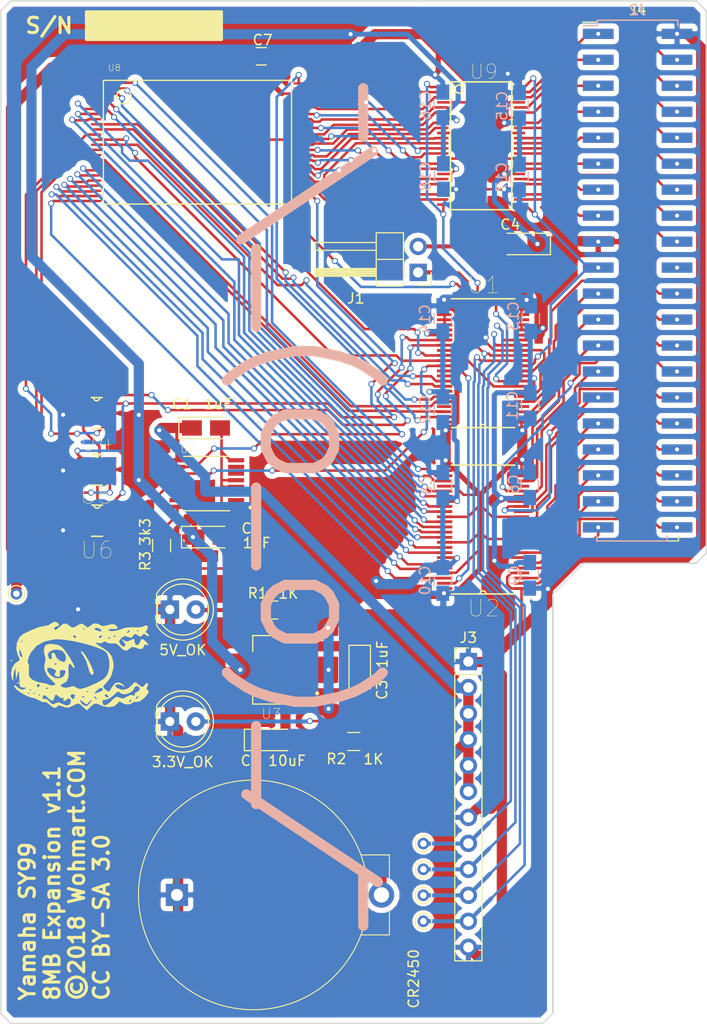
<source format=kicad_pcb>
(kicad_pcb (version 4) (host pcbnew 4.0.7)
  (layers (0 F.Cu signal) (31 B.Cu signal) (34 B.Paste user) (35 F.Paste user) (36 B.SilkS user) (37 F.SilkS user) (38 B.Mask user) (39 F.Mask user) (44 Edge.Cuts user))
  (net 0 "")
  (net 1 /SBT)
  (net 2 GND)
  (net 3 +3V3)
  (net 4 +5V)
  (net 5 "Net-(D1-Pad2)")
  (net 6 "Net-(D2-Pad2)")
  (net 7 /AIN20)
  (net 8 /AIN21)
  (net 9 /D15)
  (net 10 /D13)
  (net 11 /D14)
  (net 12 /D11)
  (net 13 /D12)
  (net 14 /D9)
  (net 15 /D10)
  (net 16 /D7)
  (net 17 /D8)
  (net 18 /D5)
  (net 19 /D6)
  (net 20 /D3)
  (net 21 /D4)
  (net 22 /D1)
  (net 23 /D2)
  (net 24 /D0)
  (net 25 /AIN23)
  (net 26 /AIN18)
  (net 27 /AIN19)
  (net 28 /AIN16)
  (net 29 /AIN17)
  (net 30 /AIN14)
  (net 31 /AIN15)
  (net 32 /AIN12)
  (net 33 /AIN13)
  (net 34 /AIN10)
  (net 35 /AIN11)
  (net 36 /AIN8)
  (net 37 /AIN9)
  (net 38 /AIN6)
  (net 39 /AIN7)
  (net 40 /AIN4)
  (net 41 /AIN5)
  (net 42 /AIN2)
  (net 43 /AIN3)
  (net 44 /AIN0)
  (net 45 /AIN1)
  (net 46 /~ICIN)
  (net 47 /~OEIN)
  (net 48 /~MSBWIN)
  (net 49 /~LSBWIN)
  (net 50 /A15)
  (net 51 /A14)
  (net 52 /A13)
  (net 53 /A12)
  (net 54 /A11)
  (net 55 /A10)
  (net 56 /A9)
  (net 57 /A8)
  (net 58 /A7)
  (net 59 /A6)
  (net 60 /A5)
  (net 61 /A4)
  (net 62 /A3)
  (net 63 /A2)
  (net 64 /A1)
  (net 65 /A0)
  (net 66 /~LSBW)
  (net 67 /~MSBW)
  (net 68 /~OE)
  (net 69 /~IC)
  (net 70 /A23)
  (net 71 /A21)
  (net 72 /A20)
  (net 73 /A19)
  (net 74 /A18)
  (net 75 /A17)
  (net 76 /A16)
  (net 77 "Net-(U7-Pad2)")
  (net 78 "Net-(U7-Pad3)")
  (net 79 "Net-(U7-Pad6)")
  (net 80 "Net-(U7-Pad7)")
  (net 81 "Net-(U7-Pad14)")
  (net 82 "Net-(U7-Pad15)")
  (net 83 /DQ0)
  (net 84 /DQ8)
  (net 85 /DQ1)
  (net 86 /DQ9)
  (net 87 /DQ2)
  (net 88 /DQ10)
  (net 89 /DQ3)
  (net 90 /DQ11)
  (net 91 /DQ4)
  (net 92 /DQ5)
  (net 93 /DQ12)
  (net 94 /DQ6)
  (net 95 /DQ7)
  (net 96 /DQ13)
  (net 97 /DQ14)
  (net 98 /DQ15)
  (net 99 /WE#)
  (net 100 /LB#)
  (net 101 /UB#)
  (net 102 /CE#)
  (net 103 "Net-(R3-Pad2)")
  (net 104 /CST)
  (net 105 /VRAM)
  (module 74ALVC164245DGG_51:SOP50P810X120-48N (layer F.Cu) (at 154.94 98.2726 180)
    (fp_text reference U1 (at -0.0762 23.9014 180) (layer F.SilkS) (effects (font (size 1.64555 1.64555) (thickness 0.05))))
    (fp_text value 74ALVC164245DGG,51 hide)
    (pad 1 smd rect (at -3.7592 -5.7658 180) (size 1.4986 0.2794) (layers F.Cu F.Paste F.Mask) (net 2 GND))
    (pad 2 smd rect (at -3.7592 -5.2578 180) (size 1.4986 0.2794) (layers F.Cu F.Paste F.Mask) (net 44 /AIN0))
    (pad 3 smd rect (at -3.7592 -4.7498 180) (size 1.4986 0.2794) (layers F.Cu F.Paste F.Mask) (net 45 /AIN1))
    (pad 4 smd rect (at -3.7592 -4.2418 180) (size 1.4986 0.2794) (layers F.Cu F.Paste F.Mask) (net 2 GND))
    (pad 5 smd rect (at -3.7592 -3.7592 180) (size 1.4986 0.2794) (layers F.Cu F.Paste F.Mask) (net 42 /AIN2))
    (pad 6 smd rect (at -3.7592 -3.2512 180) (size 1.4986 0.2794) (layers F.Cu F.Paste F.Mask) (net 43 /AIN3))
    (pad 7 smd rect (at -3.7592 -2.7432 180) (size 1.4986 0.2794) (layers F.Cu F.Paste F.Mask) (net 4 +5V))
    (pad 8 smd rect (at -3.7592 -2.2606 180) (size 1.4986 0.2794) (layers F.Cu F.Paste F.Mask) (net 40 /AIN4))
    (pad 9 smd rect (at -3.7592 -1.7526 180) (size 1.4986 0.2794) (layers F.Cu F.Paste F.Mask) (net 41 /AIN5))
    (pad 10 smd rect (at -3.7592 -1.2446 180) (size 1.4986 0.2794) (layers F.Cu F.Paste F.Mask) (net 2 GND))
    (pad 11 smd rect (at -3.7592 -0.762 180) (size 1.4986 0.2794) (layers F.Cu F.Paste F.Mask) (net 38 /AIN6))
    (pad 12 smd rect (at -3.7592 -0.254 180) (size 1.4986 0.2794) (layers F.Cu F.Paste F.Mask) (net 39 /AIN7))
    (pad 13 smd rect (at -3.7592 0.254 180) (size 1.4986 0.2794) (layers F.Cu F.Paste F.Mask) (net 36 /AIN8))
    (pad 14 smd rect (at -3.7592 0.762 180) (size 1.4986 0.2794) (layers F.Cu F.Paste F.Mask) (net 37 /AIN9))
    (pad 15 smd rect (at -3.7592 1.2446 180) (size 1.4986 0.2794) (layers F.Cu F.Paste F.Mask) (net 2 GND))
    (pad 16 smd rect (at -3.7592 1.7526 180) (size 1.4986 0.2794) (layers F.Cu F.Paste F.Mask) (net 34 /AIN10))
    (pad 17 smd rect (at -3.7592 2.2606 180) (size 1.4986 0.2794) (layers F.Cu F.Paste F.Mask) (net 35 /AIN11))
    (pad 18 smd rect (at -3.7592 2.7432 180) (size 1.4986 0.2794) (layers F.Cu F.Paste F.Mask) (net 4 +5V))
    (pad 19 smd rect (at -3.7592 3.2512 180) (size 1.4986 0.2794) (layers F.Cu F.Paste F.Mask) (net 32 /AIN12))
    (pad 20 smd rect (at -3.7592 3.7592 180) (size 1.4986 0.2794) (layers F.Cu F.Paste F.Mask) (net 33 /AIN13))
    (pad 21 smd rect (at -3.7592 4.2418 180) (size 1.4986 0.2794) (layers F.Cu F.Paste F.Mask) (net 2 GND))
    (pad 22 smd rect (at -3.7592 4.7498 180) (size 1.4986 0.2794) (layers F.Cu F.Paste F.Mask) (net 30 /AIN14))
    (pad 23 smd rect (at -3.7592 5.2578 180) (size 1.4986 0.2794) (layers F.Cu F.Paste F.Mask) (net 31 /AIN15))
    (pad 24 smd rect (at -3.7592 5.7658 180) (size 1.4986 0.2794) (layers F.Cu F.Paste F.Mask) (net 2 GND))
    (pad 25 smd rect (at 3.7592 5.7658 180) (size 1.4986 0.2794) (layers F.Cu F.Paste F.Mask) (net 2 GND))
    (pad 26 smd rect (at 3.7592 5.2578 180) (size 1.4986 0.2794) (layers F.Cu F.Paste F.Mask) (net 50 /A15))
    (pad 27 smd rect (at 3.7592 4.7498 180) (size 1.4986 0.2794) (layers F.Cu F.Paste F.Mask) (net 51 /A14))
    (pad 28 smd rect (at 3.7592 4.2418 180) (size 1.4986 0.2794) (layers F.Cu F.Paste F.Mask) (net 2 GND))
    (pad 29 smd rect (at 3.7592 3.7592 180) (size 1.4986 0.2794) (layers F.Cu F.Paste F.Mask) (net 52 /A13))
    (pad 30 smd rect (at 3.7592 3.2512 180) (size 1.4986 0.2794) (layers F.Cu F.Paste F.Mask) (net 53 /A12))
    (pad 31 smd rect (at 3.7592 2.7432 180) (size 1.4986 0.2794) (layers F.Cu F.Paste F.Mask) (net 3 +3V3))
    (pad 32 smd rect (at 3.7592 2.2606 180) (size 1.4986 0.2794) (layers F.Cu F.Paste F.Mask) (net 54 /A11))
    (pad 33 smd rect (at 3.7592 1.7526 180) (size 1.4986 0.2794) (layers F.Cu F.Paste F.Mask) (net 55 /A10))
    (pad 34 smd rect (at 3.7592 1.2446 180) (size 1.4986 0.2794) (layers F.Cu F.Paste F.Mask) (net 2 GND))
    (pad 35 smd rect (at 3.7592 0.762 180) (size 1.4986 0.2794) (layers F.Cu F.Paste F.Mask) (net 56 /A9))
    (pad 36 smd rect (at 3.7592 0.254 180) (size 1.4986 0.2794) (layers F.Cu F.Paste F.Mask) (net 57 /A8))
    (pad 37 smd rect (at 3.7592 -0.254 180) (size 1.4986 0.2794) (layers F.Cu F.Paste F.Mask) (net 58 /A7))
    (pad 38 smd rect (at 3.7592 -0.762 180) (size 1.4986 0.2794) (layers F.Cu F.Paste F.Mask) (net 59 /A6))
    (pad 39 smd rect (at 3.7592 -1.2446 180) (size 1.4986 0.2794) (layers F.Cu F.Paste F.Mask) (net 2 GND))
    (pad 40 smd rect (at 3.7592 -1.7526 180) (size 1.4986 0.2794) (layers F.Cu F.Paste F.Mask) (net 60 /A5))
    (pad 41 smd rect (at 3.7592 -2.2606 180) (size 1.4986 0.2794) (layers F.Cu F.Paste F.Mask) (net 61 /A4))
    (pad 42 smd rect (at 3.7592 -2.7432 180) (size 1.4986 0.2794) (layers F.Cu F.Paste F.Mask) (net 3 +3V3))
    (pad 43 smd rect (at 3.7592 -3.2512 180) (size 1.4986 0.2794) (layers F.Cu F.Paste F.Mask) (net 62 /A3))
    (pad 44 smd rect (at 3.7592 -3.7592 180) (size 1.4986 0.2794) (layers F.Cu F.Paste F.Mask) (net 63 /A2))
    (pad 45 smd rect (at 3.7592 -4.2418 180) (size 1.4986 0.2794) (layers F.Cu F.Paste F.Mask) (net 2 GND))
    (pad 46 smd rect (at 3.7592 -4.7498 180) (size 1.4986 0.2794) (layers F.Cu F.Paste F.Mask) (net 64 /A1))
    (pad 47 smd rect (at 3.7592 -5.2578 180) (size 1.4986 0.2794) (layers F.Cu F.Paste F.Mask) (net 65 /A0))
    (pad 48 smd rect (at 3.7592 -5.7658 180) (size 1.4986 0.2794) (layers F.Cu F.Paste F.Mask) (net 2 GND))
  )
  (module 74ALVC164245DGG_51:SOP50P810X120-48N (layer F.Cu) (at 154.93746 82.0039 180)
    (fp_text reference U2 (at -0.07874 -23.9649 180) (layer F.SilkS) (effects (font (size 1.64555 1.64555) (thickness 0.05))))
    (fp_text value 74ALVC164245DGG,51 hide)
    (pad 1 smd rect (at -3.7592 -5.7658 180) (size 1.4986 0.2794) (layers F.Cu F.Paste F.Mask) (net 2 GND))
    (pad 2 smd rect (at -3.7592 -5.2578 180) (size 1.4986 0.2794) (layers F.Cu F.Paste F.Mask) (net 28 /AIN16))
    (pad 3 smd rect (at -3.7592 -4.7498 180) (size 1.4986 0.2794) (layers F.Cu F.Paste F.Mask) (net 29 /AIN17))
    (pad 4 smd rect (at -3.7592 -4.2418 180) (size 1.4986 0.2794) (layers F.Cu F.Paste F.Mask) (net 2 GND))
    (pad 5 smd rect (at -3.7592 -3.7592 180) (size 1.4986 0.2794) (layers F.Cu F.Paste F.Mask) (net 26 /AIN18))
    (pad 6 smd rect (at -3.7592 -3.2512 180) (size 1.4986 0.2794) (layers F.Cu F.Paste F.Mask) (net 27 /AIN19))
    (pad 7 smd rect (at -3.7592 -2.7432 180) (size 1.4986 0.2794) (layers F.Cu F.Paste F.Mask) (net 4 +5V))
    (pad 8 smd rect (at -3.7592 -2.2606 180) (size 1.4986 0.2794) (layers F.Cu F.Paste F.Mask) (net 7 /AIN20))
    (pad 9 smd rect (at -3.7592 -1.7526 180) (size 1.4986 0.2794) (layers F.Cu F.Paste F.Mask) (net 8 /AIN21))
    (pad 10 smd rect (at -3.7592 -1.2446 180) (size 1.4986 0.2794) (layers F.Cu F.Paste F.Mask) (net 2 GND))
    (pad 11 smd rect (at -3.7592 -0.762 180) (size 1.4986 0.2794) (layers F.Cu F.Paste F.Mask) (net 2 GND))
    (pad 12 smd rect (at -3.7592 -0.254 180) (size 1.4986 0.2794) (layers F.Cu F.Paste F.Mask) (net 25 /AIN23))
    (pad 13 smd rect (at -3.7592 0.254 180) (size 1.4986 0.2794) (layers F.Cu F.Paste F.Mask) (net 46 /~ICIN))
    (pad 14 smd rect (at -3.7592 0.762 180) (size 1.4986 0.2794) (layers F.Cu F.Paste F.Mask) (net 47 /~OEIN))
    (pad 15 smd rect (at -3.7592 1.2446 180) (size 1.4986 0.2794) (layers F.Cu F.Paste F.Mask) (net 2 GND))
    (pad 16 smd rect (at -3.7592 1.7526 180) (size 1.4986 0.2794) (layers F.Cu F.Paste F.Mask) (net 48 /~MSBWIN))
    (pad 17 smd rect (at -3.7592 2.2606 180) (size 1.4986 0.2794) (layers F.Cu F.Paste F.Mask) (net 49 /~LSBWIN))
    (pad 18 smd rect (at -3.7592 2.7432 180) (size 1.4986 0.2794) (layers F.Cu F.Paste F.Mask) (net 4 +5V))
    (pad 19 smd rect (at -3.7592 3.2512 180) (size 1.4986 0.2794) (layers F.Cu F.Paste F.Mask) (net 2 GND))
    (pad 20 smd rect (at -3.7592 3.7592 180) (size 1.4986 0.2794) (layers F.Cu F.Paste F.Mask) (net 2 GND))
    (pad 21 smd rect (at -3.7592 4.2418 180) (size 1.4986 0.2794) (layers F.Cu F.Paste F.Mask) (net 2 GND))
    (pad 22 smd rect (at -3.7592 4.7498 180) (size 1.4986 0.2794) (layers F.Cu F.Paste F.Mask) (net 2 GND))
    (pad 23 smd rect (at -3.7592 5.2578 180) (size 1.4986 0.2794) (layers F.Cu F.Paste F.Mask) (net 2 GND))
    (pad 24 smd rect (at -3.7592 5.7658 180) (size 1.4986 0.2794) (layers F.Cu F.Paste F.Mask) (net 2 GND))
    (pad 25 smd rect (at 3.7592 5.7658 180) (size 1.4986 0.2794) (layers F.Cu F.Paste F.Mask) (net 2 GND))
    (pad 26 smd rect (at 3.7592 5.2578 180) (size 1.4986 0.2794) (layers F.Cu F.Paste F.Mask) (net 2 GND))
    (pad 27 smd rect (at 3.7592 4.7498 180) (size 1.4986 0.2794) (layers F.Cu F.Paste F.Mask) (net 2 GND))
    (pad 28 smd rect (at 3.7592 4.2418 180) (size 1.4986 0.2794) (layers F.Cu F.Paste F.Mask) (net 2 GND))
    (pad 29 smd rect (at 3.7592 3.7592 180) (size 1.4986 0.2794) (layers F.Cu F.Paste F.Mask) (net 2 GND))
    (pad 30 smd rect (at 3.7592 3.2512 180) (size 1.4986 0.2794) (layers F.Cu F.Paste F.Mask) (net 2 GND))
    (pad 31 smd rect (at 3.7592 2.7432 180) (size 1.4986 0.2794) (layers F.Cu F.Paste F.Mask) (net 3 +3V3))
    (pad 32 smd rect (at 3.7592 2.2606 180) (size 1.4986 0.2794) (layers F.Cu F.Paste F.Mask) (net 66 /~LSBW))
    (pad 33 smd rect (at 3.7592 1.7526 180) (size 1.4986 0.2794) (layers F.Cu F.Paste F.Mask) (net 67 /~MSBW))
    (pad 34 smd rect (at 3.7592 1.2446 180) (size 1.4986 0.2794) (layers F.Cu F.Paste F.Mask) (net 2 GND))
    (pad 35 smd rect (at 3.7592 0.762 180) (size 1.4986 0.2794) (layers F.Cu F.Paste F.Mask) (net 68 /~OE))
    (pad 36 smd rect (at 3.7592 0.254 180) (size 1.4986 0.2794) (layers F.Cu F.Paste F.Mask) (net 69 /~IC))
    (pad 37 smd rect (at 3.7592 -0.254 180) (size 1.4986 0.2794) (layers F.Cu F.Paste F.Mask) (net 70 /A23))
    (pad 38 smd rect (at 3.7592 -0.762 180) (size 1.4986 0.2794) (layers F.Cu F.Paste F.Mask) (net 2 GND))
    (pad 39 smd rect (at 3.7592 -1.2446 180) (size 1.4986 0.2794) (layers F.Cu F.Paste F.Mask) (net 2 GND))
    (pad 40 smd rect (at 3.7592 -1.7526 180) (size 1.4986 0.2794) (layers F.Cu F.Paste F.Mask) (net 71 /A21))
    (pad 41 smd rect (at 3.7592 -2.2606 180) (size 1.4986 0.2794) (layers F.Cu F.Paste F.Mask) (net 72 /A20))
    (pad 42 smd rect (at 3.7592 -2.7432 180) (size 1.4986 0.2794) (layers F.Cu F.Paste F.Mask) (net 3 +3V3))
    (pad 43 smd rect (at 3.7592 -3.2512 180) (size 1.4986 0.2794) (layers F.Cu F.Paste F.Mask) (net 73 /A19))
    (pad 44 smd rect (at 3.7592 -3.7592 180) (size 1.4986 0.2794) (layers F.Cu F.Paste F.Mask) (net 74 /A18))
    (pad 45 smd rect (at 3.7592 -4.2418 180) (size 1.4986 0.2794) (layers F.Cu F.Paste F.Mask) (net 2 GND))
    (pad 46 smd rect (at 3.7592 -4.7498 180) (size 1.4986 0.2794) (layers F.Cu F.Paste F.Mask) (net 75 /A17))
    (pad 47 smd rect (at 3.7592 -5.2578 180) (size 1.4986 0.2794) (layers F.Cu F.Paste F.Mask) (net 76 /A16))
    (pad 48 smd rect (at 3.7592 -5.7658 180) (size 1.4986 0.2794) (layers F.Cu F.Paste F.Mask) (net 2 GND))
  )
  (module Pin_Headers:Pin_Header_Straight_1x12_Pitch2.54mm (layer F.Cu) (at 153.5 111.18)
    (fp_text reference J3 (at 0 -2.33) (layer F.SilkS))
    (fp_text value Conn_01x12_Male hide)
    (pad 1 thru_hole rect (at 0 0) (size 1.7 1.7) (drill 1) (layers *.Cu *.Mask) (net 2 GND))
    (pad 2 thru_hole oval (at 0 2.54) (size 1.7 1.7) (drill 1) (layers *.Cu *.Mask) (net 1 /SBT))
    (pad 3 thru_hole oval (at 0 5.08) (size 1.7 1.7) (drill 1) (layers *.Cu *.Mask) (net 1 /SBT))
    (pad 4 thru_hole oval (at 0 7.62) (size 1.7 1.7) (drill 1) (layers *.Cu *.Mask) (net 1 /SBT))
    (pad 5 thru_hole oval (at 0 10.16) (size 1.7 1.7) (drill 1) (layers *.Cu *.Mask) (net 1 /SBT))
    (pad 6 thru_hole oval (at 0 12.7) (size 1.7 1.7) (drill 1) (layers *.Cu *.Mask) (net 1 /SBT))
    (pad 7 thru_hole oval (at 0 15.24) (size 1.7 1.7) (drill 1) (layers *.Cu *.Mask) (net 2 GND))
    (pad 8 thru_hole oval (at 0 17.78) (size 1.7 1.7) (drill 1) (layers *.Cu *.Mask) (net 46 /~ICIN))
    (pad 9 thru_hole oval (at 0 20.32) (size 1.7 1.7) (drill 1) (layers *.Cu *.Mask) (net 47 /~OEIN))
    (pad 10 thru_hole oval (at 0 22.86) (size 1.7 1.7) (drill 1) (layers *.Cu *.Mask) (net 48 /~MSBWIN))
    (pad 11 thru_hole oval (at 0 25.4) (size 1.7 1.7) (drill 1) (layers *.Cu *.Mask) (net 49 /~LSBWIN))
    (pad 12 thru_hole oval (at 0 27.94) (size 1.7 1.7) (drill 1) (layers *.Cu *.Mask) (net 2 GND))
  )
  (module TSOP48:TSOP48 (layer F.Cu) (at 117.806 66.4486)
    (fp_text reference U8 (at 1.078 -13.324) (layer F.SilkS) (effects (font (size 0.625569 0.625569) (thickness 0.05))))
    (fp_text value AS6C6416 hide)
    (pad 26 smd rect (at 19.1 -0.8) (size 1 0.22) (layers F.Cu F.Paste F.Mask) (net 102 /CE#))
    (pad 27 smd rect (at 19.1 -1.3) (size 1 0.22) (layers F.Cu F.Paste F.Mask) (net 2 GND))
    (pad 28 smd rect (at 19.1 -1.8) (size 1 0.22) (layers F.Cu F.Paste F.Mask) (net 68 /~OE))
    (pad 29 smd rect (at 19.1 -2.3) (size 1 0.22) (layers F.Cu F.Paste F.Mask) (net 83 /DQ0))
    (pad 30 smd rect (at 19.1 -2.8) (size 1 0.22) (layers F.Cu F.Paste F.Mask) (net 84 /DQ8))
    (pad 31 smd rect (at 19.1 -3.3) (size 1 0.22) (layers F.Cu F.Paste F.Mask) (net 85 /DQ1))
    (pad 32 smd rect (at 19.1 -3.8) (size 1 0.22) (layers F.Cu F.Paste F.Mask) (net 86 /DQ9))
    (pad 33 smd rect (at 19.1 -4.3) (size 1 0.22) (layers F.Cu F.Paste F.Mask) (net 87 /DQ2))
    (pad 34 smd rect (at 19.1 -4.8) (size 1 0.22) (layers F.Cu F.Paste F.Mask) (net 88 /DQ10))
    (pad 35 smd rect (at 19.1 -5.3) (size 1 0.22) (layers F.Cu F.Paste F.Mask) (net 89 /DQ3))
    (pad 36 smd rect (at 19.1 -5.8) (size 1 0.22) (layers F.Cu F.Paste F.Mask) (net 90 /DQ11))
    (pad 38 smd rect (at 19.1 -6.8) (size 1 0.22) (layers F.Cu F.Paste F.Mask) (net 91 /DQ4))
    (pad 40 smd rect (at 19.1 -7.8) (size 1 0.22) (layers F.Cu F.Paste F.Mask) (net 92 /DQ5))
    (pad 37 smd rect (at 19.1 -6.3) (size 1 0.22) (layers F.Cu F.Paste F.Mask) (net 105 /VRAM))
    (pad 39 smd rect (at 19.1 -7.3) (size 1 0.22) (layers F.Cu F.Paste F.Mask) (net 93 /DQ12))
    (pad 42 smd rect (at 19.1 -8.8) (size 1 0.22) (layers F.Cu F.Paste F.Mask) (net 94 /DQ6))
    (pad 44 smd rect (at 19.1 -9.8) (size 1 0.22) (layers F.Cu F.Paste F.Mask) (net 95 /DQ7))
    (pad 41 smd rect (at 19.1 -8.3) (size 1 0.22) (layers F.Cu F.Paste F.Mask) (net 96 /DQ13))
    (pad 43 smd rect (at 19.1 -9.3) (size 1 0.22) (layers F.Cu F.Paste F.Mask) (net 97 /DQ14))
    (pad 45 smd rect (at 19.1 -10.3) (size 1 0.22) (layers F.Cu F.Paste F.Mask) (net 98 /DQ15))
    (pad 46 smd rect (at 19.1 -10.8) (size 1 0.22) (layers F.Cu F.Paste F.Mask) (net 2 GND))
    (pad 47 smd rect (at 19.1 -11.3) (size 1 0.22) (layers F.Cu F.Paste F.Mask) (net 3 +3V3))
    (pad 25 smd rect (at 19.1 -0.3) (size 1 0.22) (layers F.Cu F.Paste F.Mask) (net 65 /A0))
    (pad 48 smd rect (at 19.1 -11.8) (size 1 0.22) (layers F.Cu F.Paste F.Mask) (net 76 /A16))
    (pad 23 smd rect (at -0.7 -0.8) (size 1 0.22) (layers F.Cu F.Paste F.Mask) (net 63 /A2))
    (pad 22 smd rect (at -0.7 -1.3) (size 1 0.22) (layers F.Cu F.Paste F.Mask) (net 62 /A3))
    (pad 21 smd rect (at -0.7 -1.8) (size 1 0.22) (layers F.Cu F.Paste F.Mask) (net 61 /A4))
    (pad 20 smd rect (at -0.7 -2.3) (size 1 0.22) (layers F.Cu F.Paste F.Mask) (net 60 /A5))
    (pad 19 smd rect (at -0.7 -2.8) (size 1 0.22) (layers F.Cu F.Paste F.Mask) (net 59 /A6))
    (pad 18 smd rect (at -0.7 -3.3) (size 1 0.22) (layers F.Cu F.Paste F.Mask) (net 58 /A7))
    (pad 17 smd rect (at -0.7 -3.8) (size 1 0.22) (layers F.Cu F.Paste F.Mask) (net 75 /A17))
    (pad 16 smd rect (at -0.7 -4.3) (size 1 0.22) (layers F.Cu F.Paste F.Mask) (net 74 /A18))
    (pad 15 smd rect (at -0.7 -4.8) (size 1 0.22) (layers F.Cu F.Paste F.Mask) (net 100 /LB#))
    (pad 14 smd rect (at -0.7 -5.3) (size 1 0.22) (layers F.Cu F.Paste F.Mask) (net 101 /UB#))
    (pad 13 smd rect (at -0.7 -5.8) (size 1 0.22) (layers F.Cu F.Paste F.Mask) (net 71 /A21))
    (pad 11 smd rect (at -0.7 -6.8) (size 1 0.22) (layers F.Cu F.Paste F.Mask) (net 99 /WE#))
    (pad 9 smd rect (at -0.7 -7.8) (size 1 0.22) (layers F.Cu F.Paste F.Mask) (net 73 /A19))
    (pad 12 smd rect (at -0.7 -6.3) (size 1 0.22) (layers F.Cu F.Paste F.Mask) (net 69 /~IC))
    (pad 10 smd rect (at -0.7 -7.3) (size 1 0.22) (layers F.Cu F.Paste F.Mask) (net 72 /A20))
    (pad 7 smd rect (at -0.7 -8.8) (size 1 0.22) (layers F.Cu F.Paste F.Mask) (net 56 /A9))
    (pad 5 smd rect (at -0.7 -9.8) (size 1 0.22) (layers F.Cu F.Paste F.Mask) (net 54 /A11))
    (pad 8 smd rect (at -0.7 -8.3) (size 1 0.22) (layers F.Cu F.Paste F.Mask) (net 57 /A8))
    (pad 6 smd rect (at -0.7 -9.3) (size 1 0.22) (layers F.Cu F.Paste F.Mask) (net 55 /A10))
    (pad 4 smd rect (at -0.7 -10.3) (size 1 0.22) (layers F.Cu F.Paste F.Mask) (net 53 /A12))
    (pad 3 smd rect (at -0.7 -10.8) (size 1 0.22) (layers F.Cu F.Paste F.Mask) (net 52 /A13))
    (pad 2 smd rect (at -0.7 -11.3) (size 1 0.22) (layers F.Cu F.Paste F.Mask) (net 51 /A14))
    (pad 24 smd rect (at -0.7 -0.3) (size 1 0.22) (layers F.Cu F.Paste F.Mask) (net 64 /A1))
    (pad 1 smd rect (at -0.7 -11.8) (size 1 0.22) (layers F.Cu F.Paste F.Mask) (net 50 /A15))
  )
  (module SOP65P640X120-16N:SOP65P640X120-16N (layer F.Cu) (at 127.9142 93.7762 180)
    (fp_text reference U7 (at 1.9142 3.2762 180) (layer F.SilkS) (effects (font (size 0.629921 0.629921) (thickness 0.05))))
    (fp_text value BQ2205LY hide)
    (pad 1 smd rect (at -2.87 -2.275 180) (size 1.57 0.41) (layers F.Cu F.Paste F.Mask) (net 2 GND))
    (pad 2 smd rect (at -2.87 -1.625 180) (size 1.57 0.41) (layers F.Cu F.Paste F.Mask) (net 77 "Net-(U7-Pad2)"))
    (pad 3 smd rect (at -2.87 -0.975 180) (size 1.57 0.41) (layers F.Cu F.Paste F.Mask) (net 78 "Net-(U7-Pad3)"))
    (pad 4 smd rect (at -2.87 -0.325 180) (size 1.57 0.41) (layers F.Cu F.Paste F.Mask) (net 2 GND))
    (pad 5 smd rect (at -2.87 0.325 180) (size 1.57 0.41) (layers F.Cu F.Paste F.Mask) (net 2 GND))
    (pad 6 smd rect (at -2.87 0.975 180) (size 1.57 0.41) (layers F.Cu F.Paste F.Mask) (net 79 "Net-(U7-Pad6)"))
    (pad 7 smd rect (at -2.87 1.625 180) (size 1.57 0.41) (layers F.Cu F.Paste F.Mask) (net 80 "Net-(U7-Pad7)"))
    (pad 8 smd rect (at -2.87 2.275 180) (size 1.57 0.41) (layers F.Cu F.Paste F.Mask) (net 2 GND))
    (pad 9 smd rect (at 2.87 2.275 180) (size 1.57 0.41) (layers F.Cu F.Paste F.Mask) (net 1 /SBT))
    (pad 10 smd rect (at 2.87 1.625 180) (size 1.57 0.41) (layers F.Cu F.Paste F.Mask) (net 102 /CE#))
    (pad 11 smd rect (at 2.87 0.975 180) (size 1.57 0.41) (layers F.Cu F.Paste F.Mask) (net 70 /A23))
    (pad 12 smd rect (at 2.87 0.325 180) (size 1.57 0.41) (layers F.Cu F.Paste F.Mask) (net 3 +3V3))
    (pad 13 smd rect (at 2.87 -0.325 180) (size 1.57 0.41) (layers F.Cu F.Paste F.Mask) (net 105 /VRAM))
    (pad 14 smd rect (at 2.87 -0.975 180) (size 1.57 0.41) (layers F.Cu F.Paste F.Mask) (net 81 "Net-(U7-Pad14)"))
    (pad 15 smd rect (at 2.87 -1.625 180) (size 1.57 0.41) (layers F.Cu F.Paste F.Mask) (net 82 "Net-(U7-Pad15)"))
    (pad 16 smd rect (at 2.87 -2.275 180) (size 1.57 0.41) (layers F.Cu F.Paste F.Mask) (net 103 "Net-(R3-Pad2)"))
  )
  (module SN74LVC1G97DBVR:SOT95P280X145-6N (layer F.Cu) (at 117.1448 86.8934)
    (fp_text reference U4 (at -0.0254 2.8702) (layer F.SilkS) (effects (font (size 1.64278 1.64278) (thickness 0.05))))
    (fp_text value SN74LVC1G97DBVR hide)
    (pad 1 smd rect (at -1.2954 -0.9398) (size 1.27 0.5588) (layers F.Cu F.Paste F.Mask) (net 2 GND))
    (pad 2 smd rect (at -1.2954 0) (size 1.27 0.5588) (layers F.Cu F.Paste F.Mask) (net 2 GND))
    (pad 3 smd rect (at -1.2954 0.9398) (size 1.27 0.5588) (layers F.Cu F.Paste F.Mask) (net 67 /~MSBW))
    (pad 4 smd rect (at 1.2954 0.9398) (size 1.27 0.5588) (layers F.Cu F.Paste F.Mask) (net 99 /WE#))
    (pad 5 smd rect (at 1.2954 0) (size 1.27 0.5588) (layers F.Cu F.Paste F.Mask) (net 3 +3V3))
    (pad 6 smd rect (at 1.2954 -0.9398) (size 1.27 0.5588) (layers F.Cu F.Paste F.Mask) (net 66 /~LSBW))
  )
  (module Capacitors_Tantalum_SMD:CP_Tantalum_Case-A_EIA-3216-18_Reflow (layer F.Cu) (at 134.239 118.8466)
    (fp_text reference C5 (at -2.032 2.032) (layer F.SilkS))
    (fp_text value 10uF (at 1.524 2.032) (layer F.SilkS))
    (pad 1 smd rect (at -1.375 0) (size 1.95 1.5) (layers F.Cu F.Paste F.Mask) (net 3 +3V3))
    (pad 2 smd rect (at 1.375 0) (size 1.95 1.5) (layers F.Cu F.Paste F.Mask) (net 2 GND))
  )
  (module AZ1117EH-3.3TRG1:SOT230P700X180-4N (layer F.Cu) (at 134.266 111.9886 180)
    (fp_text reference U3 (at 0.027 -4.318 180) (layer F.SilkS) (effects (font (size 1.00098 1.00098) (thickness 0.05))))
    (fp_text value AZ1117EH-3.3TRG1 hide)
    (pad 1 smd rect (at -3.075 -2.3) (size 1.86 0.9) (layers F.Cu F.Paste F.Mask) (net 2 GND))
    (pad 2 smd rect (at -3.075 0) (size 1.86 0.9) (layers F.Cu F.Paste F.Mask) (net 3 +3V3))
    (pad 3 smd rect (at -3.075 2.3) (size 1.86 0.9) (layers F.Cu F.Paste F.Mask) (net 4 +5V))
    (pad 4 smd rect (at 3.075 0 180) (size 1.86 3.19) (layers F.Cu F.Paste F.Mask) (net 3 +3V3))
  )
  (module SN74LVC1G97DBVR:SOT95P280X145-6N (layer F.Cu) (at 117.1448 92.4052)
    (fp_text reference U5 (at -0.0254 2.54) (layer F.SilkS) (effects (font (size 1.64278 1.64278) (thickness 0.05))))
    (fp_text value SN74LVC1G97DBVR hide)
    (pad 1 smd rect (at -1.2954 -0.9398) (size 1.27 0.5588) (layers F.Cu F.Paste F.Mask) (net 66 /~LSBW))
    (pad 2 smd rect (at -1.2954 0) (size 1.27 0.5588) (layers F.Cu F.Paste F.Mask) (net 2 GND))
    (pad 3 smd rect (at -1.2954 0.9398) (size 1.27 0.5588) (layers F.Cu F.Paste F.Mask) (net 2 GND))
    (pad 4 smd rect (at 1.2954 0.9398) (size 1.27 0.5588) (layers F.Cu F.Paste F.Mask) (net 100 /LB#))
    (pad 5 smd rect (at 1.2954 0) (size 1.27 0.5588) (layers F.Cu F.Paste F.Mask) (net 3 +3V3))
    (pad 6 smd rect (at 1.2954 -0.9398) (size 1.27 0.5588) (layers F.Cu F.Paste F.Mask) (net 67 /~MSBW))
  )
  (module SN74LVC1G97DBVR:SOT95P280X145-6N (layer F.Cu) (at 117.1956 97.409)
    (fp_text reference U6 (at 0 2.8702) (layer F.SilkS) (effects (font (size 1.64278 1.64278) (thickness 0.05))))
    (fp_text value SN74LVC1G97DBVR hide)
    (pad 1 smd rect (at -1.2954 -0.9398) (size 1.27 0.5588) (layers F.Cu F.Paste F.Mask) (net 67 /~MSBW))
    (pad 2 smd rect (at -1.2954 0) (size 1.27 0.5588) (layers F.Cu F.Paste F.Mask) (net 2 GND))
    (pad 3 smd rect (at -1.2954 0.9398) (size 1.27 0.5588) (layers F.Cu F.Paste F.Mask) (net 2 GND))
    (pad 4 smd rect (at 1.2954 0.9398) (size 1.27 0.5588) (layers F.Cu F.Paste F.Mask) (net 101 /UB#))
    (pad 5 smd rect (at 1.2954 0) (size 1.27 0.5588) (layers F.Cu F.Paste F.Mask) (net 3 +3V3))
    (pad 6 smd rect (at 1.2954 -0.9398) (size 1.27 0.5588) (layers F.Cu F.Paste F.Mask) (net 66 /~LSBW))
  )
  (module Pin_Headers:Pin_Header_Angled_1x02_Pitch2.54mm (layer F.Cu) (at 148.59 73.1266 180)
    (fp_text reference J1 (at 6.096 -2.54 180) (layer F.SilkS))
    (fp_text value Conn_01x02 hide)
    (pad 1 thru_hole rect (at 0 0 180) (size 1.7 1.7) (drill 1) (layers *.Cu *.Mask) (net 7 /AIN20))
    (pad 2 thru_hole oval (at 0 2.54 180) (size 1.7 1.7) (drill 1) (layers *.Cu *.Mask) (net 8 /AIN21))
  )
  (module digikey-footprints:Battery_Holder_Coin_2032_BS-7 (layer F.Cu) (at 125 134)
    (fp_text reference BT1 hide)
    (fp_text value CR2450 (at 23.15 8.2 90) (layer F.SilkS))
    (pad 2 thru_hole rect (at 0 0) (size 2.17 2.17) (drill 1.17) (layers *.Cu *.Mask) (net 2 GND))
    (pad 1 thru_hole circle (at 20 0) (size 2.5 2.5) (drill 1.5) (layers *.Cu *.Mask) (net 1 /SBT))
  )
  (module wohali:wohali-logo-new (layer F.Cu) (at 115.5 112 90)
    (fp_text reference G*** hide)
    (fp_text value LOGO hide)
  )
  (module Capacitors_Tantalum_SMD:CP_Tantalum_Case-A_EIA-3216-18_Reflow (layer F.Cu) (at 158.875 70.35 180)
    (fp_text reference C4 (at 1.275 1.9 180) (layer F.SilkS))
    (fp_text value 10uF)
    (pad 1 smd rect (at -1.375 0 180) (size 1.95 1.5) (layers F.Cu F.Paste F.Mask) (net 4 +5V))
    (pad 2 smd rect (at 1.375 0 180) (size 1.95 1.5) (layers F.Cu F.Paste F.Mask) (net 2 GND))
  )
  (module Capacitors_SMD:C_0805_HandSoldering (layer B.Cu) (at 159.5 93.9 90)
    (fp_text reference C6 (at 0.05 -1.55 90) (layer B.SilkS) (effects (justify mirror)))
    (fp_text value 100n hide)
    (pad 1 smd rect (at -1.25 0 90) (size 1.5 1.25) (layers B.Cu B.Paste B.Mask) (net 4 +5V))
    (pad 2 smd rect (at 1.25 0 90) (size 1.5 1.25) (layers B.Cu B.Paste B.Mask) (net 2 GND))
  )
  (module Capacitors_SMD:C_0805_HandSoldering (layer F.Cu) (at 133.25 52)
    (fp_text reference C7 (at 0.13 -1.6) (layer F.SilkS))
    (fp_text value 100n hide)
    (pad 1 smd rect (at -1.25 0) (size 1.5 1.25) (layers F.Cu F.Paste F.Mask) (net 105 /VRAM))
    (pad 2 smd rect (at 1.25 0) (size 1.5 1.25) (layers F.Cu F.Paste F.Mask) (net 2 GND))
  )
  (module Capacitors_SMD:C_0805_HandSoldering (layer B.Cu) (at 151 93.95 90)
    (fp_text reference C8 (at 0 -1.55 90) (layer B.SilkS) (effects (justify mirror)))
    (fp_text value 100n hide)
    (pad 1 smd rect (at -1.25 0 90) (size 1.5 1.25) (layers B.Cu B.Paste B.Mask) (net 3 +3V3))
    (pad 2 smd rect (at 1.25 0 90) (size 1.5 1.25) (layers B.Cu B.Paste B.Mask) (net 2 GND))
  )
  (module Capacitors_SMD:C_0805_HandSoldering (layer B.Cu) (at 159.5 102.75 270)
    (fp_text reference C9 (at 0 1.5 270) (layer B.SilkS) (effects (justify mirror)))
    (fp_text value 100n hide)
    (pad 1 smd rect (at -1.25 0 270) (size 1.5 1.25) (layers B.Cu B.Paste B.Mask) (net 4 +5V))
    (pad 2 smd rect (at 1.25 0 270) (size 1.5 1.25) (layers B.Cu B.Paste B.Mask) (net 2 GND))
  )
  (module Capacitors_SMD:C_0805_HandSoldering (layer B.Cu) (at 151 103.25 270)
    (fp_text reference C10 (at 0 1.75 270) (layer B.SilkS) (effects (justify mirror)))
    (fp_text value 100n hide)
    (pad 1 smd rect (at -1.25 0 270) (size 1.5 1.25) (layers B.Cu B.Paste B.Mask) (net 3 +3V3))
    (pad 2 smd rect (at 1.25 0 270) (size 1.5 1.25) (layers B.Cu B.Paste B.Mask) (net 2 GND))
  )
  (module Capacitors_SMD:C_0805_HandSoldering (layer B.Cu) (at 159.55 86.15 270)
    (fp_text reference C11 (at 0 1.75 270) (layer B.SilkS) (effects (justify mirror)))
    (fp_text value 100n hide)
    (pad 1 smd rect (at -1.25 0 270) (size 1.5 1.25) (layers B.Cu B.Paste B.Mask) (net 4 +5V))
    (pad 2 smd rect (at 1.25 0 270) (size 1.5 1.25) (layers B.Cu B.Paste B.Mask) (net 2 GND))
  )
  (module Capacitors_SMD:C_0805_HandSoldering (layer B.Cu) (at 151 86.55 270)
    (fp_text reference C12 (at 0 1.75 270) (layer B.SilkS) (effects (justify mirror)))
    (fp_text value 100n hide)
    (pad 1 smd rect (at -1.25 0 270) (size 1.5 1.25) (layers B.Cu B.Paste B.Mask) (net 3 +3V3))
    (pad 2 smd rect (at 1.25 0 270) (size 1.5 1.25) (layers B.Cu B.Paste B.Mask) (net 2 GND))
  )
  (module Capacitors_SMD:C_0805_HandSoldering (layer B.Cu) (at 159.6 77.65 90)
    (fp_text reference C13 (at 0.25 -1.7 90) (layer B.SilkS) (effects (justify mirror)))
    (fp_text value 100n hide)
    (pad 1 smd rect (at -1.25 0 90) (size 1.5 1.25) (layers B.Cu B.Paste B.Mask) (net 4 +5V))
    (pad 2 smd rect (at 1.25 0 90) (size 1.5 1.25) (layers B.Cu B.Paste B.Mask) (net 2 GND))
  )
  (module Capacitors_SMD:C_0805_HandSoldering (layer B.Cu) (at 151 77.65 90)
    (fp_text reference C14 (at -0.05 -1.75 90) (layer B.SilkS) (effects (justify mirror)))
    (fp_text value 100n hide)
    (pad 1 smd rect (at -1.25 0 90) (size 1.5 1.25) (layers B.Cu B.Paste B.Mask) (net 3 +3V3))
    (pad 2 smd rect (at 1.25 0 90) (size 1.5 1.25) (layers B.Cu B.Paste B.Mask) (net 2 GND))
  )
  (module Capacitors_SMD:C_0805_HandSoldering (layer B.Cu) (at 158.5 56.8 90)
    (fp_text reference C15 (at -0.05 -1.7 90) (layer B.SilkS) (effects (justify mirror)))
    (fp_text value 100n hide)
    (pad 1 smd rect (at -1.25 0 90) (size 1.5 1.25) (layers B.Cu B.Paste B.Mask) (net 4 +5V))
    (pad 2 smd rect (at 1.25 0 90) (size 1.5 1.25) (layers B.Cu B.Paste B.Mask) (net 2 GND))
  )
  (module Capacitors_SMD:C_0805_HandSoldering (layer B.Cu) (at 151 56.75 90)
    (fp_text reference C16 (at -0.05 -1.7 90) (layer B.SilkS) (effects (justify mirror)))
    (fp_text value 100n hide)
    (pad 1 smd rect (at -1.25 0 90) (size 1.5 1.25) (layers B.Cu B.Paste B.Mask) (net 3 +3V3))
    (pad 2 smd rect (at 1.25 0 90) (size 1.5 1.25) (layers B.Cu B.Paste B.Mask) (net 2 GND))
  )
  (module Capacitors_SMD:C_0805_HandSoldering (layer B.Cu) (at 158.5 63.8 270)
    (fp_text reference C17 (at 0 1.75 270) (layer B.SilkS) (effects (justify mirror)))
    (fp_text value 100n hide)
    (pad 1 smd rect (at -1.25 0 270) (size 1.5 1.25) (layers B.Cu B.Paste B.Mask) (net 4 +5V))
    (pad 2 smd rect (at 1.25 0 270) (size 1.5 1.25) (layers B.Cu B.Paste B.Mask) (net 2 GND))
  )
  (module Capacitors_SMD:C_0805_HandSoldering (layer B.Cu) (at 151.05 63.75 270)
    (fp_text reference C18 (at 0 1.75 270) (layer B.SilkS) (effects (justify mirror)))
    (fp_text value 100n hide)
    (pad 1 smd rect (at -1.25 0 270) (size 1.5 1.25) (layers B.Cu B.Paste B.Mask) (net 3 +3V3))
    (pad 2 smd rect (at 1.25 0 270) (size 1.5 1.25) (layers B.Cu B.Paste B.Mask) (net 2 GND))
  )
  (module SY99:Socket_Strip_Straight_2x20_Pitch2.54mm_10.30Wide_SMD (layer B.Cu) (at 170.0535 73.93 180)
    (fp_text reference J2 (at 0 26.46 180) (layer B.SilkS) (effects (justify mirror)))
    (fp_text value Conn_02x20_Odd_Even hide)
    (pad 1 smd rect (at 3.8535 24.13 180) (size 3 1) (layers B.Cu B.Paste B.Mask) (net 9 /D15))
    (pad 2 smd rect (at -3.8535 24.13 180) (size 3 1) (layers B.Cu B.Paste B.Mask) (net 2 GND))
    (pad 3 smd rect (at 3.8535 21.59 180) (size 3 1) (layers B.Cu B.Paste B.Mask) (net 10 /D13))
    (pad 4 smd rect (at -3.8535 21.59 180) (size 3 1) (layers B.Cu B.Paste B.Mask) (net 11 /D14))
    (pad 5 smd rect (at 3.8535 19.05 180) (size 3 1) (layers B.Cu B.Paste B.Mask) (net 12 /D11))
    (pad 6 smd rect (at -3.8535 19.05 180) (size 3 1) (layers B.Cu B.Paste B.Mask) (net 13 /D12))
    (pad 7 smd rect (at 3.8535 16.51 180) (size 3 1) (layers B.Cu B.Paste B.Mask) (net 14 /D9))
    (pad 8 smd rect (at -3.8535 16.51 180) (size 3 1) (layers B.Cu B.Paste B.Mask) (net 15 /D10))
    (pad 9 smd rect (at 3.8535 13.97 180) (size 3 1) (layers B.Cu B.Paste B.Mask) (net 16 /D7))
    (pad 10 smd rect (at -3.8535 13.97 180) (size 3 1) (layers B.Cu B.Paste B.Mask) (net 17 /D8))
    (pad 11 smd rect (at 3.8535 11.43 180) (size 3 1) (layers B.Cu B.Paste B.Mask) (net 18 /D5))
    (pad 12 smd rect (at -3.8535 11.43 180) (size 3 1) (layers B.Cu B.Paste B.Mask) (net 19 /D6))
    (pad 13 smd rect (at 3.8535 8.89 180) (size 3 1) (layers B.Cu B.Paste B.Mask) (net 20 /D3))
    (pad 14 smd rect (at -3.8535 8.89 180) (size 3 1) (layers B.Cu B.Paste B.Mask) (net 21 /D4))
    (pad 15 smd rect (at 3.8535 6.35 180) (size 3 1) (layers B.Cu B.Paste B.Mask) (net 22 /D1))
    (pad 16 smd rect (at -3.8535 6.35 180) (size 3 1) (layers B.Cu B.Paste B.Mask) (net 23 /D2))
    (pad 17 smd rect (at 3.8535 3.81 180) (size 3 1) (layers B.Cu B.Paste B.Mask) (net 4 +5V))
    (pad 18 smd rect (at -3.8535 3.81 180) (size 3 1) (layers B.Cu B.Paste B.Mask) (net 24 /D0))
    (pad 19 smd rect (at 3.8535 1.27 180) (size 3 1) (layers B.Cu B.Paste B.Mask) (net 25 /AIN23))
    (pad 20 smd rect (at -3.8535 1.27 180) (size 3 1) (layers B.Cu B.Paste B.Mask) (net 104 /CST))
    (pad 21 smd rect (at 3.8535 -1.27 180) (size 3 1) (layers B.Cu B.Paste B.Mask) (net 26 /AIN18))
    (pad 22 smd rect (at -3.8535 -1.27 180) (size 3 1) (layers B.Cu B.Paste B.Mask) (net 27 /AIN19))
    (pad 23 smd rect (at 3.8535 -3.81 180) (size 3 1) (layers B.Cu B.Paste B.Mask) (net 28 /AIN16))
    (pad 24 smd rect (at -3.8535 -3.81 180) (size 3 1) (layers B.Cu B.Paste B.Mask) (net 29 /AIN17))
    (pad 25 smd rect (at 3.8535 -6.35 180) (size 3 1) (layers B.Cu B.Paste B.Mask) (net 30 /AIN14))
    (pad 26 smd rect (at -3.8535 -6.35 180) (size 3 1) (layers B.Cu B.Paste B.Mask) (net 31 /AIN15))
    (pad 27 smd rect (at 3.8535 -8.89 180) (size 3 1) (layers B.Cu B.Paste B.Mask) (net 32 /AIN12))
    (pad 28 smd rect (at -3.8535 -8.89 180) (size 3 1) (layers B.Cu B.Paste B.Mask) (net 33 /AIN13))
    (pad 29 smd rect (at 3.8535 -11.43 180) (size 3 1) (layers B.Cu B.Paste B.Mask) (net 34 /AIN10))
    (pad 30 smd rect (at -3.8535 -11.43 180) (size 3 1) (layers B.Cu B.Paste B.Mask) (net 35 /AIN11))
    (pad 31 smd rect (at 3.8535 -13.97 180) (size 3 1) (layers B.Cu B.Paste B.Mask) (net 36 /AIN8))
    (pad 32 smd rect (at -3.8535 -13.97 180) (size 3 1) (layers B.Cu B.Paste B.Mask) (net 37 /AIN9))
    (pad 33 smd rect (at 3.8535 -16.51 180) (size 3 1) (layers B.Cu B.Paste B.Mask) (net 38 /AIN6))
    (pad 34 smd rect (at -3.8535 -16.51 180) (size 3 1) (layers B.Cu B.Paste B.Mask) (net 39 /AIN7))
    (pad 35 smd rect (at 3.8535 -19.05 180) (size 3 1) (layers B.Cu B.Paste B.Mask) (net 40 /AIN4))
    (pad 36 smd rect (at -3.8535 -19.05 180) (size 3 1) (layers B.Cu B.Paste B.Mask) (net 41 /AIN5))
    (pad 37 smd rect (at 3.8535 -21.59 180) (size 3 1) (layers B.Cu B.Paste B.Mask) (net 42 /AIN2))
    (pad 38 smd rect (at -3.8535 -21.59 180) (size 3 1) (layers B.Cu B.Paste B.Mask) (net 43 /AIN3))
    (pad 39 smd rect (at 3.8535 -24.13 180) (size 3 1) (layers B.Cu B.Paste B.Mask) (net 44 /AIN0))
    (pad 40 smd rect (at -3.8535 -24.13 180) (size 3 1) (layers B.Cu B.Paste B.Mask) (net 45 /AIN1))
  )
  (module Resistors_SMD:R_0805_HandSoldering (layer F.Cu) (at 123.5 99.85 90)
    (fp_text reference R3 (at -1.5 -1.6 90) (layer F.SilkS))
    (fp_text value 3k3 (at 1.35 -1.6 90) (layer F.SilkS))
    (pad 1 smd rect (at -1.35 0 90) (size 1.5 1.3) (layers F.Cu F.Paste F.Mask) (net 3 +3V3))
    (pad 2 smd rect (at 1.35 0 90) (size 1.5 1.3) (layers F.Cu F.Paste F.Mask) (net 103 "Net-(R3-Pad2)"))
  )
  (module Connectors:PINTST (layer F.Cu) (at 109.3 104.55)
    (fp_text reference TP1 hide)
    (fp_text value VRAM hide)
    (pad 1 thru_hole circle (at 0 0) (size 1.143 1.143) (drill 0.635) (layers *.Cu *.Mask) (net 105 /VRAM))
  )
  (module Connectors:PINTST (layer F.Cu) (at 149.098 128.9812)
    (fp_text reference TP2 hide)
    (fp_text value ~IC hide)
    (pad 1 thru_hole circle (at 0 0) (size 1.143 1.143) (drill 0.635) (layers *.Cu *.Mask) (net 46 /~ICIN))
  )
  (module Connectors:PINTST (layer F.Cu) (at 149.098 131.4958)
    (fp_text reference TP3 hide)
    (fp_text value ~OE hide)
    (pad 1 thru_hole circle (at 0 0) (size 1.143 1.143) (drill 0.635) (layers *.Cu *.Mask) (net 47 /~OEIN))
  )
  (module Connectors:PINTST (layer F.Cu) (at 149.098 134.0358)
    (fp_text reference TP4 hide)
    (fp_text value MSBW hide)
    (pad 1 thru_hole circle (at 0 0) (size 1.143 1.143) (drill 0.635) (layers *.Cu *.Mask) (net 48 /~MSBWIN))
  )
  (module Connectors:PINTST (layer F.Cu) (at 149.098 136.5758)
    (fp_text reference TP5 hide)
    (fp_text value LSBW hide)
    (pad 1 thru_hole circle (at 0 0) (size 1.143 1.143) (drill 0.635) (layers *.Cu *.Mask) (net 49 /~LSBWIN))
  )
  (module SN74LVCH16T245:TSSOP48 (layer F.Cu) (at 149.75 54.25 270)
    (fp_text reference U9 (at -0.75 -5.25 360) (layer F.SilkS) (effects (font (size 1.40317 1.40317) (thickness 0.05))))
    (fp_text value SN74LVCH16T245 hide)
    (pad 1 smd rect (at 0.75 -1.25 270) (size 0.25 1.1) (layers F.Cu F.Paste F.Mask) (net 47 /~OEIN))
    (pad 2 smd rect (at 1.25 -1.25 270) (size 0.25 1.1) (layers F.Cu F.Paste F.Mask) (net 98 /DQ15))
    (pad 3 smd rect (at 1.75 -1.25 270) (size 0.25 1.1) (layers F.Cu F.Paste F.Mask) (net 97 /DQ14))
    (pad 4 smd rect (at 2.25 -1.25 270) (size 0.25 1.1) (layers F.Cu F.Paste F.Mask) (net 2 GND))
    (pad 5 smd rect (at 2.75 -1.25 270) (size 0.25 1.1) (layers F.Cu F.Paste F.Mask) (net 96 /DQ13))
    (pad 6 smd rect (at 3.25 -1.25 270) (size 0.25 1.1) (layers F.Cu F.Paste F.Mask) (net 93 /DQ12))
    (pad 7 smd rect (at 3.75 -1.25 270) (size 0.25 1.1) (layers F.Cu F.Paste F.Mask) (net 3 +3V3))
    (pad 8 smd rect (at 4.25 -1.25 270) (size 0.25 1.1) (layers F.Cu F.Paste F.Mask) (net 90 /DQ11))
    (pad 9 smd rect (at 4.75 -1.25 270) (size 0.25 1.1) (layers F.Cu F.Paste F.Mask) (net 88 /DQ10))
    (pad 10 smd rect (at 5.25 -1.25 270) (size 0.25 1.1) (layers F.Cu F.Paste F.Mask) (net 2 GND))
    (pad 11 smd rect (at 5.75 -1.25 270) (size 0.25 1.1) (layers F.Cu F.Paste F.Mask) (net 86 /DQ9))
    (pad 12 smd rect (at 6.25 -1.25 270) (size 0.25 1.1) (layers F.Cu F.Paste F.Mask) (net 84 /DQ8))
    (pad 13 smd rect (at 6.75 -1.25 270) (size 0.25 1.1) (layers F.Cu F.Paste F.Mask) (net 95 /DQ7))
    (pad 14 smd rect (at 7.25 -1.25 270) (size 0.25 1.1) (layers F.Cu F.Paste F.Mask) (net 94 /DQ6))
    (pad 15 smd rect (at 7.75 -1.25 270) (size 0.25 1.1) (layers F.Cu F.Paste F.Mask) (net 2 GND))
    (pad 16 smd rect (at 8.25 -1.25 270) (size 0.25 1.1) (layers F.Cu F.Paste F.Mask) (net 92 /DQ5))
    (pad 17 smd rect (at 8.75 -1.25 270) (size 0.25 1.1) (layers F.Cu F.Paste F.Mask) (net 91 /DQ4))
    (pad 18 smd rect (at 9.25 -1.25 270) (size 0.25 1.1) (layers F.Cu F.Paste F.Mask) (net 3 +3V3))
    (pad 19 smd rect (at 9.75 -1.25 270) (size 0.25 1.1) (layers F.Cu F.Paste F.Mask) (net 89 /DQ3))
    (pad 20 smd rect (at 10.25 -1.25 270) (size 0.25 1.1) (layers F.Cu F.Paste F.Mask) (net 87 /DQ2))
    (pad 21 smd rect (at 10.75 -1.25 270) (size 0.25 1.1) (layers F.Cu F.Paste F.Mask) (net 2 GND))
    (pad 22 smd rect (at 11.25 -1.25 270) (size 0.25 1.1) (layers F.Cu F.Paste F.Mask) (net 85 /DQ1))
    (pad 23 smd rect (at 11.75 -1.25 270) (size 0.25 1.1) (layers F.Cu F.Paste F.Mask) (net 83 /DQ0))
    (pad 24 smd rect (at 12.25 -1.25 270) (size 0.25 1.1) (layers F.Cu F.Paste F.Mask) (net 47 /~OEIN))
    (pad 25 smd rect (at 12.25 -8.75 270) (size 0.25 1.1) (layers F.Cu F.Paste F.Mask) (net 25 /AIN23))
    (pad 26 smd rect (at 11.75 -8.75 270) (size 0.25 1.1) (layers F.Cu F.Paste F.Mask) (net 24 /D0))
    (pad 27 smd rect (at 11.25 -8.75 270) (size 0.25 1.1) (layers F.Cu F.Paste F.Mask) (net 22 /D1))
    (pad 28 smd rect (at 10.75 -8.75 270) (size 0.25 1.1) (layers F.Cu F.Paste F.Mask) (net 2 GND))
    (pad 29 smd rect (at 10.25 -8.75 270) (size 0.25 1.1) (layers F.Cu F.Paste F.Mask) (net 23 /D2))
    (pad 30 smd rect (at 9.75 -8.75 270) (size 0.25 1.1) (layers F.Cu F.Paste F.Mask) (net 20 /D3))
    (pad 31 smd rect (at 9.25 -8.75 270) (size 0.25 1.1) (layers F.Cu F.Paste F.Mask) (net 4 +5V))
    (pad 32 smd rect (at 8.75 -8.75 270) (size 0.25 1.1) (layers F.Cu F.Paste F.Mask) (net 21 /D4))
    (pad 33 smd rect (at 8.25 -8.75 270) (size 0.25 1.1) (layers F.Cu F.Paste F.Mask) (net 18 /D5))
    (pad 34 smd rect (at 7.75 -8.75 270) (size 0.25 1.1) (layers F.Cu F.Paste F.Mask) (net 2 GND))
    (pad 35 smd rect (at 7.25 -8.75 270) (size 0.25 1.1) (layers F.Cu F.Paste F.Mask) (net 19 /D6))
    (pad 36 smd rect (at 6.75 -8.75 270) (size 0.25 1.1) (layers F.Cu F.Paste F.Mask) (net 16 /D7))
    (pad 37 smd rect (at 6.25 -8.75 270) (size 0.25 1.1) (layers F.Cu F.Paste F.Mask) (net 17 /D8))
    (pad 38 smd rect (at 5.75 -8.75 270) (size 0.25 1.1) (layers F.Cu F.Paste F.Mask) (net 14 /D9))
    (pad 39 smd rect (at 5.25 -8.75 270) (size 0.25 1.1) (layers F.Cu F.Paste F.Mask) (net 2 GND))
    (pad 40 smd rect (at 4.75 -8.75 270) (size 0.25 1.1) (layers F.Cu F.Paste F.Mask) (net 15 /D10))
    (pad 41 smd rect (at 4.25 -8.75 270) (size 0.25 1.1) (layers F.Cu F.Paste F.Mask) (net 12 /D11))
    (pad 42 smd rect (at 3.75 -8.75 270) (size 0.25 1.1) (layers F.Cu F.Paste F.Mask) (net 4 +5V))
    (pad 43 smd rect (at 3.25 -8.75 270) (size 0.25 1.1) (layers F.Cu F.Paste F.Mask) (net 13 /D12))
    (pad 44 smd rect (at 2.75 -8.75 270) (size 0.25 1.1) (layers F.Cu F.Paste F.Mask) (net 10 /D13))
    (pad 45 smd rect (at 2.25 -8.75 270) (size 0.25 1.1) (layers F.Cu F.Paste F.Mask) (net 2 GND))
    (pad 46 smd rect (at 1.75 -8.75 270) (size 0.25 1.1) (layers F.Cu F.Paste F.Mask) (net 11 /D14))
    (pad 47 smd rect (at 1.25 -8.75 270) (size 0.25 1.1) (layers F.Cu F.Paste F.Mask) (net 9 /D15))
    (pad 48 smd rect (at 0.75 -8.75 270) (size 0.25 1.1) (layers F.Cu F.Paste F.Mask) (net 25 /AIN23))
  )
  (module Capacitors_Tantalum_SMD:CP_Tantalum_Case-A_EIA-3216-18_Reflow (layer F.Cu) (at 127.8372 88.3412)
    (fp_text reference C1 (at -2.3372 -2.3412) (layer F.SilkS))
    (fp_text value 1uF (at 1.1628 -2.3412) (layer F.SilkS))
    (pad 1 smd rect (at -1.375 0) (size 1.95 1.5) (layers F.Cu F.Paste F.Mask) (net 1 /SBT))
    (pad 2 smd rect (at 1.375 0) (size 1.95 1.5) (layers F.Cu F.Paste F.Mask) (net 2 GND))
  )
  (module Capacitors_Tantalum_SMD:CP_Tantalum_Case-A_EIA-3216-18_Reflow (layer F.Cu) (at 128.0912 99.0092)
    (fp_text reference C2 (at 4.192 -0.8382) (layer F.SilkS))
    (fp_text value 1uF (at 4.7 0.5842) (layer F.SilkS))
    (pad 1 smd rect (at -1.375 0) (size 1.95 1.5) (layers F.Cu F.Paste F.Mask) (net 3 +3V3))
    (pad 2 smd rect (at 1.375 0) (size 1.95 1.5) (layers F.Cu F.Paste F.Mask) (net 2 GND))
  )
  (module Capacitors_Tantalum_SMD:CP_Tantalum_Case-A_EIA-3216-18_Reflow (layer F.Cu) (at 142.875 112.2426 270)
    (fp_text reference C3 (at 1.7018 -2.1844 270) (layer F.SilkS))
    (fp_text value 1uF (at -1.7526 -2.2098 270) (layer F.SilkS))
    (pad 1 smd rect (at -1.375 0 270) (size 1.95 1.5) (layers F.Cu F.Paste F.Mask) (net 4 +5V))
    (pad 2 smd rect (at 1.375 0 270) (size 1.95 1.5) (layers F.Cu F.Paste F.Mask) (net 2 GND))
  )
  (module LEDs:LED_D5.0mm (layer F.Cu) (at 124.3076 106.0958)
    (fp_text reference D1 hide)
    (fp_text value 5V_OK (at 1.27 3.96) (layer F.SilkS))
    (pad 1 thru_hole rect (at 0 0) (size 1.8 1.8) (drill 0.9) (layers *.Cu *.Mask) (net 2 GND))
    (pad 2 thru_hole circle (at 2.54 0) (size 1.8 1.8) (drill 0.9) (layers *.Cu *.Mask) (net 5 "Net-(D1-Pad2)"))
  )
  (module LEDs:LED_D5.0mm (layer F.Cu) (at 124.3076 117.0432)
    (fp_text reference D2 hide)
    (fp_text value 3.3V_OK (at 1.27 3.96) (layer F.SilkS))
    (pad 1 thru_hole rect (at 0 0) (size 1.8 1.8) (drill 0.9) (layers *.Cu *.Mask) (net 2 GND))
    (pad 2 thru_hole circle (at 2.54 0) (size 1.8 1.8) (drill 0.9) (layers *.Cu *.Mask) (net 6 "Net-(D2-Pad2)"))
  )
  (module Resistors_SMD:R_0805_HandSoldering (layer F.Cu) (at 134.271 106.1466)
    (fp_text reference R1 (at -1.3782 -1.651) (layer F.SilkS))
    (fp_text value 1K (at 1.619 -1.6256) (layer F.SilkS))
    (pad 1 smd rect (at -1.35 0) (size 1.5 1.3) (layers F.Cu F.Paste F.Mask) (net 5 "Net-(D1-Pad2)"))
    (pad 2 smd rect (at 1.35 0) (size 1.5 1.3) (layers F.Cu F.Paste F.Mask) (net 4 +5V))
  )
  (module Resistors_SMD:R_0805_HandSoldering (layer F.Cu) (at 142.2974 118.999)
    (fp_text reference R2 (at -1.7084 1.7018) (layer F.SilkS))
    (fp_text value 1K (at 1.9238 1.7272) (layer F.SilkS))
    (pad 1 smd rect (at -1.35 0) (size 1.5 1.3) (layers F.Cu F.Paste F.Mask) (net 6 "Net-(D2-Pad2)"))
    (pad 2 smd rect (at 1.35 0) (size 1.5 1.3) (layers F.Cu F.Paste F.Mask) (net 3 +3V3))
  )
  (module SY99:Pin_Header_Straight_2x20_Pitch2.54mm_10.30Wide_SMD (layer F.Cu) (at 170.0535 73.93)
    (fp_text reference J4 (at 0 -26.46) (layer F.SilkS))
    (fp_text value Conn_02x20_Odd_Even hide)
    (pad 2 smd rect (at 3.8535 -24.13) (size 3 1) (layers F.Cu F.Paste F.Mask) (net 2 GND))
    (pad 1 smd rect (at -3.8535 -24.13) (size 3 1) (layers F.Cu F.Paste F.Mask) (net 9 /D15))
    (pad 4 smd rect (at 3.8535 -21.59) (size 3 1) (layers F.Cu F.Paste F.Mask) (net 11 /D14))
    (pad 3 smd rect (at -3.8535 -21.59) (size 3 1) (layers F.Cu F.Paste F.Mask) (net 10 /D13))
    (pad 6 smd rect (at 3.8535 -19.05) (size 3 1) (layers F.Cu F.Paste F.Mask) (net 13 /D12))
    (pad 5 smd rect (at -3.8535 -19.05) (size 3 1) (layers F.Cu F.Paste F.Mask) (net 12 /D11))
    (pad 8 smd rect (at 3.8535 -16.51) (size 3 1) (layers F.Cu F.Paste F.Mask) (net 15 /D10))
    (pad 7 smd rect (at -3.8535 -16.51) (size 3 1) (layers F.Cu F.Paste F.Mask) (net 14 /D9))
    (pad 10 smd rect (at 3.8535 -13.97) (size 3 1) (layers F.Cu F.Paste F.Mask) (net 17 /D8))
    (pad 9 smd rect (at -3.8535 -13.97) (size 3 1) (layers F.Cu F.Paste F.Mask) (net 16 /D7))
    (pad 12 smd rect (at 3.8535 -11.43) (size 3 1) (layers F.Cu F.Paste F.Mask) (net 19 /D6))
    (pad 11 smd rect (at -3.8535 -11.43) (size 3 1) (layers F.Cu F.Paste F.Mask) (net 18 /D5))
    (pad 14 smd rect (at 3.8535 -8.89) (size 3 1) (layers F.Cu F.Paste F.Mask) (net 21 /D4))
    (pad 13 smd rect (at -3.8535 -8.89) (size 3 1) (layers F.Cu F.Paste F.Mask) (net 20 /D3))
    (pad 16 smd rect (at 3.8535 -6.35) (size 3 1) (layers F.Cu F.Paste F.Mask) (net 23 /D2))
    (pad 15 smd rect (at -3.8535 -6.35) (size 3 1) (layers F.Cu F.Paste F.Mask) (net 22 /D1))
    (pad 18 smd rect (at 3.8535 -3.81) (size 3 1) (layers F.Cu F.Paste F.Mask) (net 24 /D0))
    (pad 17 smd rect (at -3.8535 -3.81) (size 3 1) (layers F.Cu F.Paste F.Mask) (net 4 +5V))
    (pad 20 smd rect (at 3.8535 -1.27) (size 3 1) (layers F.Cu F.Paste F.Mask) (net 104 /CST))
    (pad 19 smd rect (at -3.8535 -1.27) (size 3 1) (layers F.Cu F.Paste F.Mask) (net 25 /AIN23))
    (pad 22 smd rect (at 3.8535 1.27) (size 3 1) (layers F.Cu F.Paste F.Mask) (net 27 /AIN19))
    (pad 21 smd rect (at -3.8535 1.27) (size 3 1) (layers F.Cu F.Paste F.Mask) (net 26 /AIN18))
    (pad 24 smd rect (at 3.8535 3.81) (size 3 1) (layers F.Cu F.Paste F.Mask) (net 29 /AIN17))
    (pad 23 smd rect (at -3.8535 3.81) (size 3 1) (layers F.Cu F.Paste F.Mask) (net 28 /AIN16))
    (pad 26 smd rect (at 3.8535 6.35) (size 3 1) (layers F.Cu F.Paste F.Mask) (net 31 /AIN15))
    (pad 25 smd rect (at -3.8535 6.35) (size 3 1) (layers F.Cu F.Paste F.Mask) (net 30 /AIN14))
    (pad 28 smd rect (at 3.8535 8.89) (size 3 1) (layers F.Cu F.Paste F.Mask) (net 33 /AIN13))
    (pad 27 smd rect (at -3.8535 8.89) (size 3 1) (layers F.Cu F.Paste F.Mask) (net 32 /AIN12))
    (pad 30 smd rect (at 3.8535 11.43) (size 3 1) (layers F.Cu F.Paste F.Mask) (net 35 /AIN11))
    (pad 29 smd rect (at -3.8535 11.43) (size 3 1) (layers F.Cu F.Paste F.Mask) (net 34 /AIN10))
    (pad 32 smd rect (at 3.8535 13.97) (size 3 1) (layers F.Cu F.Paste F.Mask) (net 37 /AIN9))
    (pad 31 smd rect (at -3.8535 13.97) (size 3 1) (layers F.Cu F.Paste F.Mask) (net 36 /AIN8))
    (pad 34 smd rect (at 3.8535 16.51) (size 3 1) (layers F.Cu F.Paste F.Mask) (net 39 /AIN7))
    (pad 33 smd rect (at -3.8535 16.51) (size 3 1) (layers F.Cu F.Paste F.Mask) (net 38 /AIN6))
    (pad 36 smd rect (at 3.8535 19.05) (size 3 1) (layers F.Cu F.Paste F.Mask) (net 41 /AIN5))
    (pad 35 smd rect (at -3.8535 19.05) (size 3 1) (layers F.Cu F.Paste F.Mask) (net 40 /AIN4))
    (pad 38 smd rect (at 3.8535 21.59) (size 3 1) (layers F.Cu F.Paste F.Mask) (net 43 /AIN3))
    (pad 37 smd rect (at -3.8535 21.59) (size 3 1) (layers F.Cu F.Paste F.Mask) (net 42 /AIN2))
    (pad 40 smd rect (at 3.8535 24.13) (size 3 1) (layers F.Cu F.Paste F.Mask) (net 45 /AIN1))
    (pad 39 smd rect (at -3.8535 24.13) (size 3 1) (layers F.Cu F.Paste F.Mask) (net 44 /AIN0))
  )
  (gr_text S/N (at 112.5 49) (layer F.SilkS) (effects (font (size 1.5 1.5) (thickness 0.3))))
  (gr_text "¯\\_(o_o)_/¯" (at 138.2722 96.0676 270) (layer B.SilkS) (effects (font (size 10 10) (thickness 1)) (justify mirror)))
  (gr_line (start 176.7722 100.5676) (end 176.7722 47.5676) (layer Edge.Cuts) (width 0.15))
  (gr_line (start 175.7722 101.5676) (end 176.7722 100.5676) (layer Edge.Cuts) (width 0.15))
  (gr_line (start 164.7722 101.5676) (end 175.7722 101.5676) (layer Edge.Cuts) (width 0.15))
  (gr_line (start 164.7722 101.5676) (end 161.7722 104.5676) (layer Edge.Cuts) (width 0.15))
  (gr_line (start 161.7722 145.5676) (end 161.7722 104.5676) (layer Edge.Cuts) (width 0.15))
  (gr_line (start 160.7722 146.5676) (end 161.7722 145.5676) (layer Edge.Cuts) (width 0.15))
  (gr_line (start 108.7722 146.5676) (end 160.7722 146.5676) (layer Edge.Cuts) (width 0.15))
  (gr_line (start 107.7722 145.5676) (end 108.7722 146.5676) (layer Edge.Cuts) (width 0.15))
  (gr_line (start 107.7722 47.5676) (end 107.7722 145.5676) (layer Edge.Cuts) (width 0.15))
  (gr_line (start 175.7722 46.5676) (end 176.7722 47.5676) (layer Edge.Cuts) (width 0.15))
  (gr_line (start 108.7722 46.5676) (end 175.7722 46.5676) (layer Edge.Cuts) (width 0.15))
  (gr_line (start 107.7722 47.5676) (end 108.7722 46.5676) (layer Edge.Cuts) (width 0.15))
  (gr_text "Yamaha SY99\n8MB Expansion v1.1\n©2018 Wohmart.COM\nCC BY-SA 3.0" (at 114 144.5 90) (layer F.SilkS) (effects (font (size 1.5 1.5) (thickness 0.3)) (justify left)))
  (segment (start 145 134) (end 145 127.3) (width 1) (layer F.Cu) (net 1))
  (segment (start 145 127.3) (end 153.5 118.8) (width 1) (layer F.Cu) (net 1))
  (segment (start 153.5 121.34) (end 153.5 123.88) (width 1) (layer F.Cu) (net 1))
  (segment (start 153.5 118.8) (end 153.5 121.34) (width 1) (layer F.Cu) (net 1))
  (segment (start 153.5 116.26) (end 153.5 118.8) (width 1) (layer F.Cu) (net 1))
  (segment (start 153.5 113.72) (end 153.5 116.26) (width 1) (layer F.Cu) (net 1))
  (segment (start 127.7722 94.5676) (end 127.7722 93.0676) (width 1) (layer B.Cu) (net 1))
  (segment (start 127.7722 93.0676) (end 123.2722 88.5676) (width 1) (layer B.Cu) (net 1))
  (segment (start 133.268919 94.5676) (end 127.7722 94.5676) (width 1) (layer B.Cu) (net 1))
  (segment (start 153.67 113.7666) (end 152.467919 113.7666) (width 1) (layer B.Cu) (net 1))
  (segment (start 152.467919 113.7666) (end 133.268919 94.5676) (width 1) (layer B.Cu) (net 1))
  (segment (start 126.3122 88.3412) (end 125 88.3412) (width 1) (layer F.Cu) (net 1))
  (segment (start 125 88.3412) (end 123.4986 88.3412) (width 1) (layer F.Cu) (net 1))
  (segment (start 125.0442 91.5012) (end 125.0442 88.3854) (width 0.4) (layer F.Cu) (net 1))
  (segment (start 125.0442 88.3854) (end 125 88.3412) (width 0.4) (layer F.Cu) (net 1))
  (segment (start 123.4986 88.3412) (end 123.2722 88.5676) (width 1) (layer F.Cu) (net 1))
  (via (at 123.2722 88.5676) (size 0.6) (drill 0.4) (layers F.Cu B.Cu) (net 1))
  (segment (start 126.3122 88.3412) (end 126.3122 88.0662) (width 0.25) (layer F.Cu) (net 1))
  (segment (start 125.0442 88.3842) (end 125.0872 88.3412) (width 0.25) (layer F.Cu) (net 1))
  (segment (start 125.0872 88.3412) (end 126.3122 88.3412) (width 0.25) (layer F.Cu) (net 1))
  (segment (start 173.907 49.8) (end 174.907 49.8) (width 1) (layer F.Cu) (net 2))
  (segment (start 176.2722 51.1652) (end 176.2722 99.544274) (width 1) (layer F.Cu) (net 2))
  (segment (start 174.748874 101.0676) (end 164.2722 101.0676) (width 1) (layer F.Cu) (net 2))
  (segment (start 174.907 49.8) (end 176.2722 51.1652) (width 1) (layer F.Cu) (net 2))
  (segment (start 176.2722 99.544274) (end 174.748874 101.0676) (width 1) (layer F.Cu) (net 2))
  (segment (start 164.2722 101.0676) (end 161.2722 104.0676) (width 1) (layer F.Cu) (net 2))
  (segment (start 155.4 96.6) (end 154.65 95.85) (width 0.25) (layer F.Cu) (net 2))
  (segment (start 158.6992 97.028) (end 155.828 97.028) (width 0.25) (layer F.Cu) (net 2))
  (segment (start 155.828 97.028) (end 155.4 96.6) (width 0.25) (layer F.Cu) (net 2))
  (segment (start 113.8682 92.5) (end 113.8682 87.05) (width 1) (layer B.Cu) (net 2))
  (segment (start 115.8494 85.9536) (end 114.9646 85.9536) (width 0.25) (layer F.Cu) (net 2))
  (segment (start 114.9646 85.9536) (end 113.8682 87.05) (width 0.25) (layer F.Cu) (net 2))
  (via (at 113.8682 87.05) (size 0.6) (drill 0.4) (layers F.Cu B.Cu) (net 2))
  (segment (start 115.757579 106.072431) (end 115.333315 106.072431) (width 1) (layer F.Cu) (net 2))
  (segment (start 124.258831 106.072431) (end 115.757579 106.072431) (width 1) (layer F.Cu) (net 2))
  (segment (start 124.333 106.1466) (end 124.258831 106.072431) (width 1) (layer F.Cu) (net 2))
  (segment (start 115.033316 105.772432) (end 115.333315 106.072431) (width 1) (layer B.Cu) (net 2))
  (segment (start 113.8682 104.607316) (end 115.033316 105.772432) (width 1) (layer B.Cu) (net 2))
  (segment (start 113.8682 98.3488) (end 113.8682 104.607316) (width 1) (layer B.Cu) (net 2))
  (via (at 115.333315 106.072431) (size 0.6) (drill 0.4) (layers F.Cu B.Cu) (net 2))
  (segment (start 139.058978 54.4182) (end 137.8772 55.599978) (width 0.25) (layer F.Cu) (net 2))
  (segment (start 137.8772 55.599978) (end 136.954622 55.599978) (width 0.25) (layer F.Cu) (net 2))
  (segment (start 139.7722 54.4182) (end 139.058978 54.4182) (width 0.25) (layer F.Cu) (net 2))
  (segment (start 136.954622 55.599978) (end 136.906 55.6486) (width 0.25) (layer F.Cu) (net 2))
  (segment (start 136.906 55.6486) (end 135.2514 55.6486) (width 0.25) (layer F.Cu) (net 2))
  (segment (start 135.2514 55.6486) (end 135.25 55.65) (width 0.25) (layer F.Cu) (net 2))
  (segment (start 134.5 54.9) (end 135.25 55.65) (width 0.5) (layer F.Cu) (net 2))
  (segment (start 134.5 52) (end 134.5 54.9) (width 0.5) (layer F.Cu) (net 2))
  (segment (start 157.35 53.7) (end 155.7 55.35) (width 0.5) (layer F.Cu) (net 2))
  (segment (start 155.7 55.35) (end 154.6 55.35) (width 0.5) (layer F.Cu) (net 2))
  (segment (start 158.5 55.55) (end 158.5 54.85) (width 0.5) (layer B.Cu) (net 2))
  (segment (start 158.5 54.85) (end 157.35 53.7) (width 0.5) (layer B.Cu) (net 2))
  (via (at 157.35 53.7) (size 0.6) (drill 0.4) (layers F.Cu B.Cu) (net 2))
  (segment (start 154.6 57.55) (end 154.6 55.35) (width 0.5) (layer F.Cu) (net 2))
  (segment (start 154.6 60.35) (end 154.6 58.4) (width 0.5) (layer F.Cu) (net 2))
  (segment (start 154.6 55.35) (end 150.5 51.25) (width 1) (layer F.Cu) (net 2))
  (segment (start 150.5 51.25) (end 149.0848 49.8348) (width 1) (layer F.Cu) (net 2))
  (segment (start 150.25 53.8) (end 150.549999 53.500001) (width 0.5) (layer F.Cu) (net 2))
  (segment (start 150.549999 53.500001) (end 150.549999 51.299999) (width 0.5) (layer F.Cu) (net 2))
  (segment (start 150.549999 51.299999) (end 150.5 51.25) (width 0.5) (layer F.Cu) (net 2))
  (segment (start 151 55.5) (end 151 54.55) (width 0.5) (layer B.Cu) (net 2))
  (segment (start 151 54.55) (end 150.25 53.8) (width 0.5) (layer B.Cu) (net 2))
  (via (at 150.25 53.8) (size 0.6) (drill 0.4) (layers F.Cu B.Cu) (net 2))
  (segment (start 158.5 65) (end 157 65) (width 0.25) (layer F.Cu) (net 2))
  (segment (start 157 65) (end 155.3 65) (width 0.25) (layer F.Cu) (net 2))
  (segment (start 158.5 65.05) (end 157.05 65.05) (width 0.5) (layer B.Cu) (net 2))
  (segment (start 157.05 65.05) (end 157 65) (width 0.5) (layer B.Cu) (net 2))
  (via (at 157 65) (size 0.6) (drill 0.4) (layers F.Cu B.Cu) (net 2))
  (segment (start 151 65) (end 152.3 65) (width 0.25) (layer F.Cu) (net 2))
  (segment (start 152.3 65) (end 153.7 65) (width 0.25) (layer F.Cu) (net 2))
  (segment (start 151.05 65) (end 152.3 65) (width 0.5) (layer B.Cu) (net 2))
  (via (at 152.3 65) (size 0.6) (drill 0.4) (layers F.Cu B.Cu) (net 2))
  (segment (start 159.817492 82.7659) (end 159.69596 82.7659) (width 0.25) (layer F.Cu) (net 2))
  (segment (start 160.925012 81.058376) (end 160.925012 81.65838) (width 0.25) (layer F.Cu) (net 2))
  (segment (start 160.600012 80.733376) (end 160.925012 81.058376) (width 0.25) (layer F.Cu) (net 2))
  (segment (start 159.721884 80.733376) (end 160.600012 80.733376) (width 0.25) (layer F.Cu) (net 2))
  (segment (start 159.69596 82.7659) (end 158.69666 82.7659) (width 0.25) (layer F.Cu) (net 2))
  (segment (start 159.69596 80.7593) (end 159.721884 80.733376) (width 0.25) (layer F.Cu) (net 2))
  (segment (start 158.69666 80.7593) (end 159.69596 80.7593) (width 0.25) (layer F.Cu) (net 2))
  (segment (start 160.925012 81.65838) (end 159.817492 82.7659) (width 0.25) (layer F.Cu) (net 2))
  (segment (start 154.6 67.675) (end 154.6 65.9) (width 0.5) (layer F.Cu) (net 2))
  (segment (start 154.6 65.9) (end 154.6 64.3) (width 0.5) (layer F.Cu) (net 2))
  (segment (start 153.7 65) (end 154.6 65.9) (width 0.25) (layer F.Cu) (net 2))
  (segment (start 158.5 59.5) (end 157.236714 59.5) (width 0.25) (layer F.Cu) (net 2))
  (segment (start 157.236714 59.5) (end 154.6 62.136714) (width 0.25) (layer F.Cu) (net 2))
  (segment (start 154.6 62.136714) (end 154.6 62.6) (width 0.25) (layer F.Cu) (net 2))
  (segment (start 151 62) (end 154 62) (width 0.25) (layer F.Cu) (net 2))
  (segment (start 154 62) (end 154.6 62.6) (width 0.25) (layer F.Cu) (net 2))
  (segment (start 154.6 62.6) (end 154.6 60.35) (width 0.5) (layer F.Cu) (net 2))
  (segment (start 151 59.5) (end 153.75 59.5) (width 0.25) (layer F.Cu) (net 2))
  (segment (start 153.75 59.5) (end 154.6 60.35) (width 0.25) (layer F.Cu) (net 2))
  (segment (start 154.6 58.4) (end 154.6 57.55) (width 0.5) (layer F.Cu) (net 2))
  (segment (start 151 56.5) (end 153.55 56.5) (width 0.25) (layer F.Cu) (net 2))
  (segment (start 153.55 56.5) (end 154.6 57.55) (width 0.25) (layer F.Cu) (net 2))
  (segment (start 158.5 56.5) (end 156.5 56.5) (width 0.25) (layer F.Cu) (net 2))
  (segment (start 156.5 56.5) (end 154.6 58.4) (width 0.25) (layer F.Cu) (net 2))
  (segment (start 154.6 64.3) (end 154.6 63.3) (width 0.5) (layer F.Cu) (net 2))
  (segment (start 155.3 65) (end 154.6 64.3) (width 0.25) (layer F.Cu) (net 2))
  (segment (start 154.6 63.3) (end 154.6 62.6) (width 0.5) (layer F.Cu) (net 2))
  (segment (start 158.5 62) (end 155.9 62) (width 0.25) (layer F.Cu) (net 2))
  (segment (start 155.9 62) (end 154.6 63.3) (width 0.25) (layer F.Cu) (net 2))
  (segment (start 149.0848 49.8348) (end 146.2306 49.8348) (width 1) (layer F.Cu) (net 2))
  (segment (start 157.5 70.35) (end 157.275 70.35) (width 0.5) (layer F.Cu) (net 2))
  (segment (start 157.275 70.35) (end 154.6 67.675) (width 0.5) (layer F.Cu) (net 2))
  (segment (start 157.3827 99.2) (end 155.35 99.2) (width 0.25) (layer F.Cu) (net 2))
  (segment (start 155.35 99.2) (end 154.65 98.5) (width 0.25) (layer F.Cu) (net 2))
  (segment (start 158.6992 99.5172) (end 157.6999 99.5172) (width 0.25) (layer F.Cu) (net 2))
  (segment (start 157.6999 99.5172) (end 157.3827 99.2) (width 0.25) (layer F.Cu) (net 2))
  (segment (start 157.3 103.6385) (end 157.3 102.9143) (width 0.25) (layer F.Cu) (net 2))
  (segment (start 157.3 102.9143) (end 157.6999 102.5144) (width 0.25) (layer F.Cu) (net 2))
  (segment (start 157.6999 102.5144) (end 158.6992 102.5144) (width 0.25) (layer F.Cu) (net 2))
  (segment (start 158.6992 104.0384) (end 157.6999 104.0384) (width 0.25) (layer F.Cu) (net 2))
  (segment (start 157.6999 104.0384) (end 157.3 103.6385) (width 0.25) (layer F.Cu) (net 2))
  (segment (start 154.65 102.107623) (end 154.65 98.5) (width 0.5) (layer F.Cu) (net 2))
  (segment (start 152.303499 102.496501) (end 154.65 100.15) (width 0.25) (layer F.Cu) (net 2))
  (segment (start 152.257623 104.5) (end 154.65 102.107623) (width 0.5) (layer F.Cu) (net 2))
  (segment (start 151.1089 104.5) (end 152.257623 104.5) (width 0.5) (layer F.Cu) (net 2))
  (segment (start 151.198699 102.496501) (end 152.303499 102.496501) (width 0.25) (layer F.Cu) (net 2))
  (segment (start 151.1808 102.5144) (end 151.198699 102.496501) (width 0.25) (layer F.Cu) (net 2))
  (segment (start 154.65 98.5) (end 154.65 95.85) (width 0.5) (layer F.Cu) (net 2))
  (segment (start 151.1808 99.5172) (end 153.6328 99.5172) (width 0.25) (layer F.Cu) (net 2))
  (segment (start 153.6328 99.5172) (end 154.65 98.5) (width 0.25) (layer F.Cu) (net 2))
  (segment (start 154.65 95.85) (end 154.65 94.8778) (width 0.5) (layer F.Cu) (net 2))
  (segment (start 151.1808 97.028) (end 153.472 97.028) (width 0.25) (layer F.Cu) (net 2))
  (segment (start 153.472 97.028) (end 154.65 95.85) (width 0.25) (layer F.Cu) (net 2))
  (segment (start 151.1808 94.0308) (end 152.1801 94.0308) (width 0.25) (layer F.Cu) (net 2))
  (segment (start 152.1801 94.0308) (end 153.0271 94.8778) (width 0.25) (layer F.Cu) (net 2))
  (segment (start 153.0271 94.8778) (end 154.65 94.8778) (width 0.25) (layer F.Cu) (net 2))
  (segment (start 158.7722 91.4324) (end 158.0954 91.4324) (width 0.5) (layer F.Cu) (net 2))
  (segment (start 158.0954 91.4324) (end 154.65 94.8778) (width 0.5) (layer F.Cu) (net 2))
  (segment (start 154.65 94.8778) (end 151.2722 91.5) (width 0.5) (layer F.Cu) (net 2))
  (segment (start 157.4 92.8067) (end 157.4 93.7309) (width 0.25) (layer F.Cu) (net 2))
  (segment (start 157.4 93.7309) (end 157.6999 94.0308) (width 0.25) (layer F.Cu) (net 2))
  (segment (start 157.6999 94.0308) (end 158.6992 94.0308) (width 0.25) (layer F.Cu) (net 2))
  (segment (start 158.6992 92.5068) (end 157.6999 92.5068) (width 0.25) (layer F.Cu) (net 2))
  (segment (start 157.6999 92.5068) (end 157.4 92.8067) (width 0.25) (layer F.Cu) (net 2))
  (segment (start 152.377561 87.761401) (end 152.377561 86.2) (width 0.5) (layer F.Cu) (net 2))
  (segment (start 152.377561 86.2) (end 152.377561 83.25) (width 0.5) (layer F.Cu) (net 2))
  (segment (start 151.17826 86.2457) (end 152.331861 86.2457) (width 0.25) (layer F.Cu) (net 2))
  (segment (start 152.331861 86.2457) (end 152.377561 86.2) (width 0.25) (layer F.Cu) (net 2))
  (segment (start 152.377561 82.8) (end 152.377561 80.85) (width 0.5) (layer F.Cu) (net 2))
  (segment (start 152.377561 80.85) (end 152.377561 77.041161) (width 0.5) (layer F.Cu) (net 2))
  (segment (start 151.17826 80.7593) (end 152.286861 80.7593) (width 0.25) (layer F.Cu) (net 2))
  (segment (start 152.286861 80.7593) (end 152.377561 80.85) (width 0.25) (layer F.Cu) (net 2))
  (segment (start 152.377561 83.25) (end 152.377561 82.8) (width 0.5) (layer F.Cu) (net 2))
  (segment (start 151.17826 83.2485) (end 152.376061 83.2485) (width 0.25) (layer F.Cu) (net 2))
  (segment (start 152.376061 83.2485) (end 152.377561 83.25) (width 0.25) (layer F.Cu) (net 2))
  (segment (start 151.17826 82.7659) (end 152.343461 82.7659) (width 0.25) (layer F.Cu) (net 2))
  (segment (start 152.343461 82.7659) (end 152.377561 82.8) (width 0.25) (layer F.Cu) (net 2))
  (segment (start 151.572199 88.267601) (end 151.871361 88.267601) (width 0.5) (layer F.Cu) (net 2))
  (segment (start 151.429999 76.093599) (end 151.13 75.7936) (width 0.5) (layer F.Cu) (net 2))
  (segment (start 151.2722 88.5676) (end 151.572199 88.267601) (width 0.5) (layer F.Cu) (net 2))
  (segment (start 151.871361 88.267601) (end 152.377561 87.761401) (width 0.5) (layer F.Cu) (net 2))
  (segment (start 152.377561 77.041161) (end 151.429999 76.093599) (width 0.5) (layer F.Cu) (net 2))
  (segment (start 158.69666 76.2381) (end 158.768678 76.2381) (width 0.25) (layer F.Cu) (net 2))
  (segment (start 158.768678 76.2381) (end 159.191746 75.815032) (width 0.25) (layer F.Cu) (net 2))
  (segment (start 158.69666 82.7659) (end 158.69666 83.2485) (width 0.25) (layer F.Cu) (net 2))
  (segment (start 151.17826 78.2447) (end 151.17826 78.7527) (width 0.25) (layer F.Cu) (net 2))
  (segment (start 151.17826 77.7621) (end 151.17826 78.2447) (width 0.25) (layer F.Cu) (net 2))
  (segment (start 151.17826 77.2541) (end 151.17826 77.7621) (width 0.25) (layer F.Cu) (net 2))
  (segment (start 151.17826 76.7461) (end 151.17826 77.2541) (width 0.25) (layer F.Cu) (net 2))
  (segment (start 151.17826 76.2381) (end 151.17826 76.7461) (width 0.25) (layer F.Cu) (net 2))
  (segment (start 158.69666 78.2447) (end 158.69666 78.7527) (width 0.25) (layer F.Cu) (net 2))
  (segment (start 158.69666 77.7621) (end 158.69666 78.2447) (width 0.25) (layer F.Cu) (net 2))
  (segment (start 158.69666 77.2541) (end 158.69666 77.7621) (width 0.25) (layer F.Cu) (net 2))
  (segment (start 158.69666 76.7461) (end 158.69666 77.2541) (width 0.25) (layer F.Cu) (net 2))
  (segment (start 158.69666 76.2381) (end 158.69666 76.7461) (width 0.25) (layer F.Cu) (net 2))
  (segment (start 155 75.7936) (end 155.191823 75.985423) (width 0.5) (layer B.Cu) (net 2))
  (segment (start 158.69666 80.7593) (end 156.032481 80.7593) (width 0.25) (layer F.Cu) (net 2))
  (segment (start 155.191823 79.918642) (end 155.191823 79.494378) (width 0.25) (layer F.Cu) (net 2))
  (segment (start 156.032481 80.7593) (end 155.191823 79.918642) (width 0.25) (layer F.Cu) (net 2))
  (via (at 155.191823 79.494378) (size 0.6) (drill 0.4) (layers F.Cu B.Cu) (net 2))
  (segment (start 155.191823 79.070114) (end 155.191823 79.494378) (width 0.5) (layer B.Cu) (net 2))
  (segment (start 155.191823 75.985423) (end 155.191823 79.070114) (width 0.5) (layer B.Cu) (net 2))
  (via (at 173.907 49.8) (size 0.6) (drill 0.4) (layers F.Cu B.Cu) (net 2))
  (segment (start 157.5 70.35) (end 157.5 74.123286) (width 1) (layer F.Cu) (net 2))
  (segment (start 157.5 74.123286) (end 159.191746 75.815032) (width 1) (layer F.Cu) (net 2))
  (segment (start 151.13 75.7936) (end 155 75.7936) (width 1) (layer B.Cu) (net 2))
  (segment (start 155 75.7936) (end 159.170314 75.7936) (width 1) (layer B.Cu) (net 2))
  (segment (start 159.6 76.223286) (end 159.491745 76.115031) (width 0.5) (layer B.Cu) (net 2))
  (segment (start 159.6 76.4) (end 159.6 76.223286) (width 0.5) (layer B.Cu) (net 2))
  (segment (start 159.170314 75.7936) (end 159.191746 75.815032) (width 1) (layer B.Cu) (net 2))
  (segment (start 159.491745 76.115031) (end 159.191746 75.815032) (width 0.5) (layer B.Cu) (net 2))
  (via (at 159.191746 75.815032) (size 0.6) (drill 0.4) (layers F.Cu B.Cu) (net 2))
  (segment (start 151 87.8) (end 151 88.2954) (width 0.5) (layer B.Cu) (net 2))
  (segment (start 151 88.2954) (end 151.2722 88.5676) (width 0.5) (layer B.Cu) (net 2))
  (segment (start 159.55 87.4) (end 159.55 87.7898) (width 0.5) (layer B.Cu) (net 2))
  (segment (start 159.55 87.7898) (end 158.7722 88.5676) (width 0.5) (layer B.Cu) (net 2))
  (via (at 158.7722 88.5676) (size 0.6) (drill 0.4) (layers F.Cu B.Cu) (net 2))
  (segment (start 157.5 87.57234) (end 157.5 86.44306) (width 0.25) (layer F.Cu) (net 2))
  (segment (start 157.5 86.44306) (end 157.69736 86.2457) (width 0.25) (layer F.Cu) (net 2))
  (segment (start 157.69736 86.2457) (end 158.69666 86.2457) (width 0.25) (layer F.Cu) (net 2))
  (segment (start 158.69666 87.7697) (end 157.69736 87.7697) (width 0.25) (layer F.Cu) (net 2))
  (segment (start 157.69736 87.7697) (end 157.5 87.57234) (width 0.25) (layer F.Cu) (net 2))
  (segment (start 151.17826 87.7697) (end 151.17826 88.47366) (width 0.25) (layer F.Cu) (net 2))
  (segment (start 151.17826 88.47366) (end 151.2722 88.5676) (width 0.25) (layer F.Cu) (net 2))
  (via (at 151.2722 88.5676) (size 0.6) (drill 0.4) (layers F.Cu B.Cu) (net 2))
  (segment (start 151.05 87.75) (end 151 87.8) (width 0.5) (layer B.Cu) (net 2))
  (segment (start 151 92.7) (end 151 91.7722) (width 0.5) (layer B.Cu) (net 2))
  (segment (start 151 91.7722) (end 151.2722 91.5) (width 0.5) (layer B.Cu) (net 2))
  (via (at 151.2722 91.5) (size 0.6) (drill 0.4) (layers F.Cu B.Cu) (net 2))
  (segment (start 159.5 92.65) (end 159.5 92.1602) (width 0.5) (layer B.Cu) (net 2))
  (segment (start 159.5 92.1602) (end 158.7722 91.4324) (width 0.5) (layer B.Cu) (net 2))
  (via (at 158.7722 91.4324) (size 0.6) (drill 0.4) (layers F.Cu B.Cu) (net 2))
  (segment (start 151.1089 104.5) (end 151.1089 110.1389) (width 0.5) (layer B.Cu) (net 2))
  (segment (start 151.1089 110.1389) (end 152.15 111.18) (width 0.5) (layer B.Cu) (net 2))
  (segment (start 152.15 111.18) (end 153.5 111.18) (width 0.5) (layer B.Cu) (net 2))
  (via (at 151.1089 104.5) (size 0.6) (drill 0.4) (layers F.Cu B.Cu) (net 2))
  (segment (start 151.1808 104.0384) (end 151.1808 104.4281) (width 0.25) (layer F.Cu) (net 2))
  (segment (start 151.1808 104.4281) (end 151.1089 104.5) (width 0.25) (layer F.Cu) (net 2))
  (segment (start 159.5 104) (end 161.2046 104) (width 0.5) (layer B.Cu) (net 2))
  (segment (start 161.2046 104) (end 161.2722 104.0676) (width 0.5) (layer B.Cu) (net 2))
  (via (at 161.2722 104.0676) (size 0.6) (drill 0.4) (layers F.Cu B.Cu) (net 2))
  (segment (start 151.1808 102.5144) (end 151.137501 102.557699) (width 0.25) (layer F.Cu) (net 2))
  (segment (start 155.52 111.2266) (end 161.2722 105.4744) (width 1) (layer F.Cu) (net 2))
  (segment (start 161.2722 105.4744) (end 161.2722 104.0676) (width 1) (layer F.Cu) (net 2))
  (segment (start 125.1102 134.7978) (end 125.1102 130.937) (width 1) (layer F.Cu) (net 2))
  (segment (start 125.1102 130.937) (end 125.1102 121.0676) (width 1) (layer F.Cu) (net 2))
  (segment (start 135.614 118.8466) (end 135.614 120.5966) (width 1) (layer F.Cu) (net 2))
  (segment (start 135.614 120.5966) (end 125.2736 130.937) (width 1) (layer F.Cu) (net 2))
  (segment (start 125.2736 130.937) (end 125.1102 130.937) (width 1) (layer F.Cu) (net 2))
  (segment (start 156.7722 143.0676) (end 156.7722 139) (width 1) (layer F.Cu) (net 2))
  (segment (start 156.7722 139) (end 156.7722 126.5) (width 1) (layer F.Cu) (net 2))
  (segment (start 153.5 139.12) (end 154.349999 139.969999) (width 1) (layer F.Cu) (net 2))
  (segment (start 154.349999 139.969999) (end 155.802201 139.969999) (width 1) (layer F.Cu) (net 2))
  (segment (start 155.802201 139.969999) (end 156.7722 139) (width 1) (layer F.Cu) (net 2))
  (segment (start 156.7722 126.5) (end 156.7722 124.5) (width 1) (layer F.Cu) (net 2))
  (segment (start 156.7722 124.5) (end 156.7722 112.4788) (width 1) (layer F.Cu) (net 2))
  (segment (start 153.5 126.42) (end 154.349999 125.570001) (width 1) (layer F.Cu) (net 2))
  (segment (start 154.349999 125.570001) (end 155.702199 125.570001) (width 1) (layer F.Cu) (net 2))
  (segment (start 155.702199 125.570001) (end 156.7722 124.5) (width 1) (layer F.Cu) (net 2))
  (segment (start 151.13 75.7936) (end 154.4796 75.7936) (width 1) (layer B.Cu) (net 2))
  (segment (start 151.17826 76.2381) (end 151.17826 75.84186) (width 0.25) (layer F.Cu) (net 2))
  (segment (start 151.17826 75.84186) (end 151.13 75.7936) (width 0.25) (layer F.Cu) (net 2))
  (segment (start 158.7046 91.5) (end 158.6992 91.5054) (width 0.25) (layer F.Cu) (net 2))
  (segment (start 158.6992 91.5054) (end 158.6992 92.5068) (width 0.25) (layer F.Cu) (net 2))
  (segment (start 158.7722 88.5676) (end 158.69666 88.49206) (width 0.25) (layer F.Cu) (net 2))
  (segment (start 158.69666 88.49206) (end 158.69666 87.7697) (width 0.25) (layer F.Cu) (net 2))
  (segment (start 158.7722 91.4324) (end 158.7722 88.5676) (width 1) (layer F.Cu) (net 2))
  (segment (start 158.7046 91.5) (end 158.7722 91.4324) (width 1) (layer F.Cu) (net 2))
  (segment (start 151.2722 91.5) (end 151.2722 91) (width 0.25) (layer F.Cu) (net 2))
  (segment (start 151.2722 92.0257) (end 151.2722 91.5) (width 0.25) (layer F.Cu) (net 2))
  (segment (start 151.2722 88.5676) (end 151.2722 91) (width 1) (layer F.Cu) (net 2))
  (segment (start 151.2722 91) (end 151.2722 91.5676) (width 1) (layer F.Cu) (net 2))
  (segment (start 151.1808 92.5068) (end 151.1808 92.1171) (width 0.25) (layer F.Cu) (net 2))
  (segment (start 151.1808 92.1171) (end 151.2722 92.0257) (width 0.25) (layer F.Cu) (net 2))
  (segment (start 151.2722 89.406) (end 151.2722 88.5676) (width 1) (layer F.Cu) (net 2))
  (segment (start 155.52 111.2266) (end 153.67 111.2266) (width 1) (layer F.Cu) (net 2))
  (segment (start 154.686 76) (end 154.686 76.119098) (width 0.25) (layer B.Cu) (net 2))
  (segment (start 154.686 75.7936) (end 154.686 76) (width 0.25) (layer B.Cu) (net 2))
  (segment (start 153.67 144.2466) (end 155.5932 144.2466) (width 1) (layer F.Cu) (net 2))
  (segment (start 155.5932 144.2466) (end 156.7722 143.0676) (width 1) (layer F.Cu) (net 2))
  (segment (start 156.7722 112.4788) (end 155.52 111.2266) (width 1) (layer F.Cu) (net 2))
  (segment (start 115.8494 92.4052) (end 115.8494 93.345) (width 0.25) (layer F.Cu) (net 2))
  (segment (start 113.8682 98.3488) (end 113.8682 92.5) (width 1) (layer B.Cu) (net 2))
  (segment (start 115.8494 92.4052) (end 113.963 92.4052) (width 0.25) (layer F.Cu) (net 2))
  (segment (start 113.963 92.4052) (end 113.8682 92.5) (width 0.25) (layer F.Cu) (net 2))
  (via (at 113.8682 92.5) (size 0.6) (drill 0.4) (layers F.Cu B.Cu) (net 2))
  (segment (start 125 134) (end 125 133.1102) (width 1) (layer F.Cu) (net 2))
  (segment (start 125 133.1102) (end 125.1102 133) (width 1) (layer F.Cu) (net 2))
  (segment (start 124.333 117.0686) (end 124.333 115.0686) (width 1) (layer F.Cu) (net 2))
  (segment (start 124.333 115.0686) (end 124.333 106.1466) (width 1) (layer F.Cu) (net 2))
  (segment (start 144.3556 49.8348) (end 139.7722 54.4182) (width 1) (layer F.Cu) (net 2))
  (segment (start 144.4806 49.8348) (end 146.2306 49.8348) (width 1) (layer F.Cu) (net 2))
  (segment (start 137.341 114.2886) (end 142.354 114.2886) (width 1) (layer F.Cu) (net 2))
  (segment (start 142.354 114.2886) (end 142.875 113.7676) (width 1) (layer F.Cu) (net 2))
  (segment (start 135.614 118.8466) (end 135.614 116.0156) (width 1) (layer F.Cu) (net 2))
  (segment (start 135.614 116.0156) (end 137.341 114.2886) (width 1) (layer F.Cu) (net 2))
  (segment (start 125.1102 121.0676) (end 125.1102 117.8458) (width 1) (layer F.Cu) (net 2))
  (segment (start 125.1102 117.8458) (end 124.333 117.0686) (width 1) (layer F.Cu) (net 2))
  (segment (start 153.67 144.2466) (end 132.474 144.2466) (width 1) (layer F.Cu) (net 2))
  (segment (start 132.474 144.2466) (end 125.1102 136.8828) (width 1) (layer F.Cu) (net 2))
  (segment (start 125.1102 136.8828) (end 125.1102 134.7978) (width 1) (layer F.Cu) (net 2))
  (segment (start 144.3556 49.8348) (end 144.4806 49.8348) (width 0.25) (layer F.Cu) (net 2))
  (segment (start 113.8682 98.3488) (end 115.9002 98.3488) (width 0.25) (layer F.Cu) (net 2))
  (via (at 113.8682 98.3488) (size 0.6) (drill 0.4) (layers F.Cu B.Cu) (net 2))
  (segment (start 125.1102 134.7978) (end 125.1102 121.2088) (width 0.25) (layer F.Cu) (net 2))
  (segment (start 125.1864 121.1326) (end 125.1102 121.2088) (width 0.25) (layer F.Cu) (net 2))
  (segment (start 125.1102 121.2088) (end 125.1102 117.8458) (width 0.25) (layer F.Cu) (net 2))
  (segment (start 135.614 118.8466) (end 135.389 118.8466) (width 0.25) (layer F.Cu) (net 2))
  (via (at 151.13 75.7936) (size 0.6) (drill 0.4) (layers F.Cu B.Cu) (net 2))
  (segment (start 158.739291 86.243709) (end 158.75 86.243709) (width 0.25) (layer F.Cu) (net 2))
  (segment (start 157.818 108.1786) (end 154.77 111.2266) (width 0.25) (layer F.Cu) (net 2))
  (segment (start 158.6992 107.2974) (end 157.818 108.1786) (width 0.25) (layer F.Cu) (net 2))
  (segment (start 151.2062 99.5426) (end 151.1808 99.5172) (width 0.25) (layer F.Cu) (net 2))
  (segment (start 115.8494 86.868) (end 115.8494 85.9536) (width 0.25) (layer F.Cu) (net 2))
  (segment (start 115.9002 98.3488) (end 115.9002 97.409) (width 0.25) (layer F.Cu) (net 2))
  (segment (start 129.667 102.0826) (end 129.667 99.0346) (width 0.25) (layer F.Cu) (net 2))
  (segment (start 127.147 102.0826) (end 129.667 102.0826) (width 0.25) (layer F.Cu) (net 2))
  (segment (start 124.333 106.1466) (end 124.333 104.8966) (width 0.25) (layer F.Cu) (net 2))
  (segment (start 124.333 104.8966) (end 127.147 102.0826) (width 0.25) (layer F.Cu) (net 2))
  (segment (start 153.67 111.2266) (end 154.77 111.2266) (width 0.25) (layer F.Cu) (net 2))
  (segment (start 158.6992 104.0384) (end 158.6992 107.2974) (width 0.25) (layer F.Cu) (net 2))
  (segment (start 129.3622 93.9292) (end 129.3622 98.7552) (width 0.25) (layer F.Cu) (net 2))
  (segment (start 129.3622 93.4212) (end 129.3622 93.9292) (width 0.25) (layer F.Cu) (net 2))
  (segment (start 129.3622 93.9292) (end 129.5342 94.1012) (width 0.25) (layer F.Cu) (net 2))
  (segment (start 129.5342 94.1012) (end 130.7842 94.1012) (width 0.25) (layer F.Cu) (net 2))
  (segment (start 129.3622 88.3412) (end 129.3622 93.4212) (width 0.25) (layer F.Cu) (net 2))
  (segment (start 129.3622 93.4212) (end 129.3922 93.4512) (width 0.25) (layer F.Cu) (net 2))
  (segment (start 129.3922 93.4512) (end 130.7842 93.4512) (width 0.25) (layer F.Cu) (net 2))
  (segment (start 129.3622 98.7552) (end 129.6162 99.0092) (width 0.25) (layer F.Cu) (net 2))
  (segment (start 129.3622 88.3412) (end 129.3622 90.6592) (width 0.25) (layer F.Cu) (net 2))
  (segment (start 129.3622 90.6592) (end 130.2042 91.5012) (width 0.25) (layer F.Cu) (net 2))
  (segment (start 130.2042 91.5012) (end 130.7842 91.5012) (width 0.25) (layer F.Cu) (net 2))
  (segment (start 129.6162 99.0092) (end 129.6162 96.6392) (width 0.25) (layer F.Cu) (net 2))
  (segment (start 129.6162 96.6392) (end 130.2042 96.0512) (width 0.25) (layer F.Cu) (net 2))
  (segment (start 130.2042 96.0512) (end 130.7842 96.0512) (width 0.25) (layer F.Cu) (net 2))
  (segment (start 173.736 49.7586) (end 172.466 49.7586) (width 0.25) (layer B.Cu) (net 2))
  (segment (start 149.7 84.8) (end 150.5 84.8) (width 0.5) (layer B.Cu) (net 3))
  (segment (start 150.5 84.8) (end 151 85.3) (width 0.5) (layer B.Cu) (net 3))
  (segment (start 151.17826 84.7471) (end 149.7529 84.7471) (width 0.25) (layer F.Cu) (net 3))
  (segment (start 149.7529 84.7471) (end 149.7 84.8) (width 0.25) (layer F.Cu) (net 3))
  (via (at 149.7 84.8) (size 0.6) (drill 0.4) (layers F.Cu B.Cu) (net 3))
  (segment (start 151 58) (end 152.1 58) (width 0.25) (layer F.Cu) (net 3))
  (segment (start 152.1 58) (end 152.35 58.25) (width 0.25) (layer F.Cu) (net 3))
  (segment (start 151 58) (end 152.1 58) (width 0.5) (layer B.Cu) (net 3))
  (segment (start 152.1 58) (end 152.35 58.25) (width 0.5) (layer B.Cu) (net 3))
  (via (at 152.35 58.25) (size 0.6) (drill 0.4) (layers F.Cu B.Cu) (net 3))
  (segment (start 151.05 62.5) (end 151.8 62.5) (width 0.5) (layer B.Cu) (net 3))
  (segment (start 151.8 62.5) (end 152.3 63) (width 0.5) (layer B.Cu) (net 3))
  (segment (start 151 63.5) (end 151.8 63.5) (width 0.25) (layer F.Cu) (net 3))
  (segment (start 151.8 63.5) (end 152.3 63) (width 0.25) (layer F.Cu) (net 3))
  (via (at 152.3 63) (size 0.6) (drill 0.4) (layers F.Cu B.Cu) (net 3))
  (segment (start 151.05 62.5) (end 151.05 58.05) (width 0.5) (layer B.Cu) (net 3))
  (segment (start 151.05 58.05) (end 151 58) (width 0.5) (layer B.Cu) (net 3))
  (segment (start 151 85.3) (end 151 78.9) (width 0.5) (layer B.Cu) (net 3))
  (segment (start 151 102) (end 151 95.2) (width 0.5) (layer B.Cu) (net 3))
  (segment (start 152.5 54.814998) (end 152.5 56.375) (width 0.5) (layer B.Cu) (net 3))
  (segment (start 152.5 56.375) (end 151 57.875) (width 0.5) (layer B.Cu) (net 3))
  (segment (start 151 57.875) (end 151 58) (width 0.5) (layer B.Cu) (net 3))
  (segment (start 141.9806 49.8348) (end 147.519802 49.8348) (width 0.5) (layer B.Cu) (net 3))
  (segment (start 147.519802 49.8348) (end 152.5 54.814998) (width 0.5) (layer B.Cu) (net 3))
  (segment (start 152.4 95.4786) (end 152.4 89.714998) (width 0.5) (layer B.Cu) (net 3))
  (segment (start 152.4 89.714998) (end 152.1 89.414998) (width 0.5) (layer B.Cu) (net 3))
  (segment (start 152.1 89.414998) (end 152.1 85.4) (width 0.5) (layer B.Cu) (net 3))
  (segment (start 152.1 85.4) (end 152 85.3) (width 0.5) (layer B.Cu) (net 3))
  (segment (start 152 85.3) (end 151 85.3) (width 0.5) (layer B.Cu) (net 3))
  (segment (start 151 95.2) (end 151 94.885002) (width 0.5) (layer B.Cu) (net 3))
  (segment (start 151 78.9) (end 149.65 78.9) (width 0.5) (layer B.Cu) (net 3))
  (segment (start 149.65 78.9) (end 149.45 79.1) (width 0.5) (layer B.Cu) (net 3))
  (segment (start 151.17826 79.2607) (end 149.6107 79.2607) (width 0.25) (layer F.Cu) (net 3))
  (segment (start 149.6107 79.2607) (end 149.45 79.1) (width 0.25) (layer F.Cu) (net 3))
  (via (at 149.45 79.1) (size 0.6) (drill 0.4) (layers F.Cu B.Cu) (net 3))
  (segment (start 151 95.2) (end 152.1214 95.2) (width 0.5) (layer B.Cu) (net 3))
  (segment (start 152.1214 95.2) (end 152.4 95.4786) (width 0.5) (layer B.Cu) (net 3))
  (segment (start 151 102) (end 151.4666 102) (width 0.5) (layer B.Cu) (net 3))
  (segment (start 151.4666 102) (end 152.4 101.0666) (width 0.5) (layer B.Cu) (net 3))
  (via (at 152.4 95.4786) (size 0.6) (drill 0.4) (layers F.Cu B.Cu) (net 3))
  (segment (start 144.4752 103.3018) (end 144.775199 103.601799) (width 1) (layer B.Cu) (net 3))
  (segment (start 144.775199 103.601799) (end 147.773201 103.601799) (width 1) (layer B.Cu) (net 3))
  (segment (start 147.773201 103.601799) (end 149.375 102) (width 1) (layer B.Cu) (net 3))
  (segment (start 149.375 102) (end 151 102) (width 1) (layer B.Cu) (net 3))
  (segment (start 126.5662 99.0092) (end 125.5908 99.0092) (width 0.25) (layer F.Cu) (net 3))
  (segment (start 125.5908 99.0092) (end 123.5 101.1) (width 0.25) (layer F.Cu) (net 3))
  (segment (start 123.5 101.1) (end 123.5 101.2) (width 0.25) (layer F.Cu) (net 3))
  (via (at 131.191 111.9886) (size 0.6) (drill 0.4) (layers F.Cu B.Cu) (net 3))
  (segment (start 126.5662 99.0092) (end 128.447601 100.890601) (width 1) (layer B.Cu) (net 3))
  (segment (start 128.447601 100.890601) (end 128.447601 109.245201) (width 1) (layer B.Cu) (net 3))
  (segment (start 128.447601 109.245201) (end 131.191 111.9886) (width 1) (layer B.Cu) (net 3))
  (segment (start 139.827 115.7986) (end 140.447 115.7986) (width 1) (layer F.Cu) (net 3))
  (segment (start 140.447 115.7986) (end 143.6474 118.999) (width 1) (layer F.Cu) (net 3))
  (segment (start 121.2722 87.0676) (end 121.2722 82.0676) (width 1) (layer B.Cu) (net 3))
  (segment (start 121.2722 82.0676) (end 110.7722 71.5676) (width 1) (layer B.Cu) (net 3))
  (segment (start 110.7722 71.5676) (end 110.7722 53.0676) (width 1) (layer B.Cu) (net 3))
  (segment (start 110.7722 53.0676) (end 114.005 49.8348) (width 1) (layer B.Cu) (net 3))
  (segment (start 114.005 49.8348) (end 141.9806 49.8348) (width 1) (layer B.Cu) (net 3))
  (segment (start 139.827 111.9886) (end 139.827 107.9246) (width 1) (layer B.Cu) (net 3))
  (segment (start 139.827 107.9246) (end 139.7762 107.8738) (width 1) (layer B.Cu) (net 3))
  (segment (start 139.827 115.7986) (end 139.827 111.9886) (width 1) (layer B.Cu) (net 3))
  (segment (start 139.7762 107.8738) (end 139.9032 107.8738) (width 1) (layer F.Cu) (net 3))
  (segment (start 139.9032 107.8738) (end 144.4752 103.3018) (width 1) (layer F.Cu) (net 3))
  (segment (start 137.341 111.9886) (end 139.827 111.9886) (width 1) (layer F.Cu) (net 3))
  (segment (start 131.191 111.9886) (end 137.341 111.9886) (width 1) (layer F.Cu) (net 3))
  (segment (start 131.191 111.9886) (end 131.191 117.1736) (width 1) (layer F.Cu) (net 3))
  (segment (start 131.191 117.1736) (end 132.864 118.8466) (width 1) (layer F.Cu) (net 3))
  (segment (start 118.4402 86.8934) (end 121.098 86.8934) (width 0.25) (layer F.Cu) (net 3))
  (segment (start 121.098 86.8934) (end 121.2722 87.0676) (width 0.25) (layer F.Cu) (net 3))
  (via (at 121.2722 87.0676) (size 0.6) (drill 0.4) (layers F.Cu B.Cu) (net 3))
  (segment (start 118.4402 92.4052) (end 120.2372 92.4052) (width 0.25) (layer F.Cu) (net 3))
  (segment (start 120.2372 92.4052) (end 121.2722 93.4402) (width 0.25) (layer F.Cu) (net 3))
  (segment (start 118.491 97.409) (end 119.376 97.409) (width 0.25) (layer F.Cu) (net 3))
  (segment (start 119.376 97.409) (end 121.2722 95.5128) (width 0.25) (layer F.Cu) (net 3))
  (segment (start 121.2722 95.5128) (end 121.2722 93.864464) (width 0.25) (layer F.Cu) (net 3))
  (segment (start 121.2722 93.864464) (end 121.2722 93.4402) (width 0.25) (layer F.Cu) (net 3))
  (segment (start 125.0442 93.4512) (end 121.2832 93.4512) (width 0.25) (layer F.Cu) (net 3))
  (segment (start 121.2832 93.4512) (end 121.2722 93.4402) (width 0.25) (layer F.Cu) (net 3))
  (via (at 121.2722 93.4402) (size 0.6) (drill 0.4) (layers F.Cu B.Cu) (net 3))
  (segment (start 121.2722 93.4402) (end 121.2722 87.0676) (width 1) (layer B.Cu) (net 3))
  (segment (start 126.5662 99.0092) (end 126.5662 98.7342) (width 1) (layer B.Cu) (net 3))
  (segment (start 126.5662 98.7342) (end 121.2722 93.4402) (width 1) (layer B.Cu) (net 3))
  (segment (start 126.7138 99.0092) (end 126.5662 99.0092) (width 1) (layer B.Cu) (net 3))
  (via (at 126.5662 99.0092) (size 0.6) (drill 0.4) (layers F.Cu B.Cu) (net 3))
  (segment (start 136.906 55.1486) (end 137.656 55.1486) (width 0.25) (layer F.Cu) (net 3))
  (segment (start 137.656 55.1486) (end 141.9806 50.824) (width 0.25) (layer F.Cu) (net 3))
  (segment (start 141.9806 50.824) (end 141.9806 50.7098) (width 0.25) (layer F.Cu) (net 3))
  (segment (start 141.9806 50.7098) (end 141.9806 49.8348) (width 0.25) (layer F.Cu) (net 3))
  (segment (start 141.8556 49.8348) (end 141.9806 49.8348) (width 0.25) (layer F.Cu) (net 3))
  (via (at 141.9806 49.8348) (size 0.6) (drill 0.4) (layers F.Cu B.Cu) (net 3))
  (via (at 144.4752 103.3018) (size 0.6) (drill 0.4) (layers F.Cu B.Cu) (net 3))
  (via (at 139.7762 107.8738) (size 0.6) (drill 0.4) (layers F.Cu B.Cu) (net 3))
  (via (at 139.827 115.7986) (size 0.6) (drill 0.4) (layers F.Cu B.Cu) (net 3))
  (segment (start 152.4 101.0666) (end 152.3492 101.0158) (width 0.25) (layer F.Cu) (net 3))
  (segment (start 152.3492 101.0158) (end 151.1808 101.0158) (width 0.25) (layer F.Cu) (net 3))
  (via (at 152.4 101.0666) (size 0.6) (drill 0.4) (layers F.Cu B.Cu) (net 3))
  (segment (start 151.1808 95.5294) (end 152.3492 95.5294) (width 0.25) (layer F.Cu) (net 3))
  (segment (start 152.3492 95.5294) (end 152.4 95.4786) (width 0.25) (layer F.Cu) (net 3))
  (via (at 139.827 111.9886) (size 0.6) (drill 0.4) (layers F.Cu B.Cu) (net 3))
  (segment (start 159.935597 83.9166) (end 159.935597 83.492336) (width 0.25) (layer F.Cu) (net 4))
  (segment (start 159.707664 83.492336) (end 159.935597 83.492336) (width 0.5) (layer B.Cu) (net 4))
  (segment (start 159.55 84.9) (end 159.55 83.65) (width 0.5) (layer B.Cu) (net 4))
  (segment (start 158.69666 84.7471) (end 159.602935 84.7471) (width 0.25) (layer F.Cu) (net 4))
  (segment (start 159.55 83.65) (end 159.707664 83.492336) (width 0.5) (layer B.Cu) (net 4))
  (segment (start 159.935597 84.414438) (end 159.935597 83.9166) (width 0.25) (layer F.Cu) (net 4))
  (via (at 159.935597 83.492336) (size 0.6) (drill 0.4) (layers F.Cu B.Cu) (net 4))
  (segment (start 159.602935 84.7471) (end 159.935597 84.414438) (width 0.25) (layer F.Cu) (net 4))
  (segment (start 160.25 70.35) (end 156.05 66.15) (width 0.5) (layer B.Cu) (net 4))
  (segment (start 156.05 66.15) (end 156.05 64.45) (width 0.5) (layer B.Cu) (net 4))
  (segment (start 156.05 64.45) (end 157 63.5) (width 0.5) (layer B.Cu) (net 4))
  (segment (start 158.5 62.55) (end 158.5 58.05) (width 0.5) (layer B.Cu) (net 4))
  (segment (start 159.55 84.9) (end 159.55 78.95) (width 0.5) (layer B.Cu) (net 4))
  (segment (start 159.55 78.95) (end 159.6 78.9) (width 0.5) (layer B.Cu) (net 4))
  (via (at 160.25 70.35) (size 0.6) (drill 0.4) (layers F.Cu B.Cu) (net 4))
  (segment (start 158.5 58) (end 157.5 58) (width 0.25) (layer F.Cu) (net 4))
  (segment (start 157.5 58) (end 157 58.5) (width 0.25) (layer F.Cu) (net 4))
  (segment (start 157 58.5) (end 158.05 58.5) (width 0.5) (layer B.Cu) (net 4))
  (segment (start 158.05 58.5) (end 158.5 58.05) (width 0.5) (layer B.Cu) (net 4))
  (via (at 157 58.5) (size 0.6) (drill 0.4) (layers F.Cu B.Cu) (net 4))
  (segment (start 160.25 70.35) (end 160.025 70.35) (width 0.5) (layer F.Cu) (net 4))
  (segment (start 157 63.5) (end 157.55 63.5) (width 0.5) (layer B.Cu) (net 4))
  (segment (start 157.55 63.5) (end 158.5 62.55) (width 0.5) (layer B.Cu) (net 4))
  (segment (start 158.5 63.5) (end 157 63.5) (width 0.25) (layer F.Cu) (net 4))
  (via (at 157 63.5) (size 0.6) (drill 0.4) (layers F.Cu B.Cu) (net 4))
  (segment (start 158.6992 101.0158) (end 157.6999 101.0158) (width 0.25) (layer F.Cu) (net 4))
  (segment (start 156.593023 101.866625) (end 158.008375 101.866625) (width 0.5) (layer B.Cu) (net 4))
  (segment (start 157.329069 100.491613) (end 156.451721 100.491613) (width 0.25) (layer F.Cu) (net 4))
  (segment (start 157.6999 101.0158) (end 157.654069 100.969969) (width 0.25) (layer F.Cu) (net 4))
  (segment (start 157.654069 100.816613) (end 157.329069 100.491613) (width 0.25) (layer F.Cu) (net 4))
  (segment (start 157.654069 100.969969) (end 157.654069 100.816613) (width 0.25) (layer F.Cu) (net 4))
  (segment (start 156.046998 100.896336) (end 156.046998 101.3206) (width 0.25) (layer F.Cu) (net 4))
  (segment (start 156.046998 101.3206) (end 156.593023 101.866625) (width 0.5) (layer B.Cu) (net 4))
  (segment (start 156.451721 100.491613) (end 156.046998 100.896336) (width 0.25) (layer F.Cu) (net 4))
  (segment (start 158.008375 101.866625) (end 158.375 101.5) (width 0.5) (layer B.Cu) (net 4))
  (segment (start 158.375 101.5) (end 159.5 101.5) (width 0.5) (layer B.Cu) (net 4))
  (via (at 166.2 70.12) (size 0.6) (drill 0.4) (layers F.Cu B.Cu) (net 4))
  (segment (start 156.718 95.2246) (end 156.0322 94.5388) (width 0.5) (layer B.Cu) (net 4))
  (segment (start 156.0322 94.5388) (end 156.0322 85.1408) (width 0.5) (layer B.Cu) (net 4))
  (segment (start 156.0322 85.1408) (end 156.273 84.9) (width 0.5) (layer B.Cu) (net 4))
  (segment (start 156.273 84.9) (end 159.55 84.9) (width 0.5) (layer B.Cu) (net 4))
  (segment (start 159.6 78.9) (end 160.4398 78.9) (width 0.5) (layer B.Cu) (net 4))
  (segment (start 160.4398 78.9) (end 160.7722 78.5676) (width 0.5) (layer B.Cu) (net 4))
  (via (at 160.7722 78.5676) (size 0.6) (drill 0.4) (layers F.Cu B.Cu) (net 4))
  (segment (start 156.718 95.2246) (end 159.4254 95.2246) (width 0.5) (layer B.Cu) (net 4))
  (segment (start 159.4254 95.2246) (end 159.5 95.15) (width 0.5) (layer B.Cu) (net 4))
  (segment (start 156.7926 95.15) (end 156.718 95.2246) (width 0.5) (layer B.Cu) (net 4))
  (segment (start 156.046998 101.3206) (end 156.046998 106.843002) (width 0.5) (layer F.Cu) (net 4))
  (segment (start 156.046998 106.843002) (end 155.3972 107.4928) (width 0.5) (layer F.Cu) (net 4))
  (segment (start 160.738 70.8406) (end 160.745344 72.5) (width 1) (layer F.Cu) (net 4))
  (segment (start 160.745344 72.5) (end 160.7722 78.5676) (width 1) (layer F.Cu) (net 4))
  (segment (start 159.766 79.2313) (end 160.1085 79.2313) (width 0.5) (layer F.Cu) (net 4))
  (segment (start 160.1085 79.2313) (end 160.7722 78.5676) (width 0.5) (layer F.Cu) (net 4))
  (segment (start 167.416 70.0786) (end 161.5 70.0786) (width 1) (layer F.Cu) (net 4))
  (segment (start 161.5 70.0786) (end 160.738 70.8406) (width 1) (layer F.Cu) (net 4))
  (segment (start 156.046998 101.3206) (end 156.046998 95.895602) (width 0.5) (layer B.Cu) (net 4))
  (segment (start 156.046998 95.895602) (end 156.718 95.2246) (width 0.5) (layer B.Cu) (net 4))
  (segment (start 145.125 110.7176) (end 148.3498 107.4928) (width 1) (layer F.Cu) (net 4))
  (segment (start 142.875 110.7176) (end 145.125 110.7176) (width 1) (layer F.Cu) (net 4))
  (segment (start 148.3498 107.4928) (end 154.972936 107.4928) (width 1) (layer F.Cu) (net 4))
  (segment (start 154.972936 107.4928) (end 155.3972 107.4928) (width 1) (layer F.Cu) (net 4))
  (segment (start 137.341 109.6886) (end 141.846 109.6886) (width 1) (layer F.Cu) (net 4))
  (segment (start 141.846 109.6886) (end 142.875 110.7176) (width 1) (layer F.Cu) (net 4))
  (segment (start 137.341 109.6886) (end 137.341 107.2166) (width 1) (layer F.Cu) (net 4))
  (segment (start 137.341 107.2166) (end 136.271 106.1466) (width 1) (layer F.Cu) (net 4))
  (segment (start 159.6985 79.2734) (end 159.766 79.2059) (width 0.25) (layer F.Cu) (net 4))
  (segment (start 158.75 79.248) (end 159.7493 79.248) (width 0.25) (layer F.Cu) (net 4))
  (segment (start 159.7493 79.248) (end 159.766 79.2313) (width 0.25) (layer F.Cu) (net 4))
  (segment (start 159.766 79.2313) (end 159.766 79.2059) (width 0.25) (layer F.Cu) (net 4))
  (via (at 156.046998 101.3206) (size 0.6) (drill 0.4) (layers F.Cu B.Cu) (net 4))
  (segment (start 158.6992 95.5294) (end 157.439802 95.5294) (width 0.25) (layer F.Cu) (net 4))
  (segment (start 157.439802 95.5294) (end 157.135002 95.2246) (width 0.25) (layer F.Cu) (net 4))
  (segment (start 157.135002 95.2246) (end 156.718 95.2246) (width 0.25) (layer F.Cu) (net 4))
  (via (at 156.718 95.2246) (size 0.6) (drill 0.4) (layers F.Cu B.Cu) (net 4))
  (segment (start 158.6992 79.2734) (end 159.6985 79.2734) (width 0.25) (layer F.Cu) (net 4))
  (segment (start 166.029 70.0786) (end 167.416 70.0786) (width 0.25) (layer B.Cu) (net 4))
  (segment (start 132.921 106.1466) (end 126.8984 106.1466) (width 0.4) (layer F.Cu) (net 5))
  (segment (start 126.8984 106.1466) (end 126.8476 106.0958) (width 0.4) (layer F.Cu) (net 5))
  (segment (start 126.8476 117.0432) (end 137.9568 117.0432) (width 0.4) (layer B.Cu) (net 6))
  (segment (start 137.9568 117.0432) (end 138 117) (width 0.4) (layer B.Cu) (net 6))
  (segment (start 126.8908 117) (end 126.8476 117.0432) (width 0.25) (layer B.Cu) (net 6))
  (segment (start 140.8474 118.999) (end 138.8484 117) (width 0.25) (layer F.Cu) (net 6))
  (segment (start 138.8484 117) (end 138 117) (width 0.25) (layer F.Cu) (net 6))
  (via (at 138 117) (size 0.6) (drill 0.4) (layers F.Cu B.Cu) (net 6))
  (segment (start 140.9474 118.999) (end 140.8474 118.999) (width 0.25) (layer F.Cu) (net 6))
  (segment (start 140.2974 118.999) (end 140.2974 119.249) (width 0.25) (layer F.Cu) (net 6))
  (segment (start 148.59 73.1266) (end 151.8766 73.1266) (width 0.4) (layer F.Cu) (net 7))
  (segment (start 153.402583 81.702984) (end 153.402583 74) (width 0.25) (layer F.Cu) (net 7))
  (segment (start 151.9 73.15) (end 152.552583 73.15) (width 0.25) (layer F.Cu) (net 7))
  (segment (start 152.552583 73.15) (end 153.402583 74) (width 0.25) (layer F.Cu) (net 7))
  (segment (start 155.976799 84.2772) (end 153.402583 81.702984) (width 0.25) (layer F.Cu) (net 7))
  (segment (start 158.6992 84.2772) (end 155.976799 84.2772) (width 0.25) (layer F.Cu) (net 7))
  (segment (start 148.59 70.5866) (end 152.12446 70.5866) (width 0.4) (layer F.Cu) (net 8))
  (segment (start 157.284525 78.265125) (end 156.509999 77.490599) (width 0.25) (layer B.Cu) (net 8))
  (segment (start 156.509999 77.490599) (end 156.21 77.1906) (width 0.25) (layer B.Cu) (net 8))
  (segment (start 156.21 83.116336) (end 157.284525 82.041811) (width 0.25) (layer B.Cu) (net 8))
  (segment (start 157.284525 82.041811) (end 157.284525 78.265125) (width 0.25) (layer B.Cu) (net 8))
  (segment (start 156.21 83.5406) (end 156.21 83.116336) (width 0.25) (layer B.Cu) (net 8))
  (segment (start 156.21 74.67214) (end 156.21 76.766336) (width 0.25) (layer F.Cu) (net 8))
  (segment (start 156.21 76.766336) (end 156.21 77.1906) (width 0.25) (layer F.Cu) (net 8))
  (segment (start 152.12446 70.5866) (end 156.21 74.67214) (width 0.25) (layer F.Cu) (net 8))
  (via (at 156.21 77.1906) (size 0.6) (drill 0.4) (layers F.Cu B.Cu) (net 8))
  (segment (start 157.514795 83.7692) (end 156.4386 83.7692) (width 0.25) (layer F.Cu) (net 8))
  (segment (start 156.4386 83.7692) (end 156.21 83.5406) (width 0.25) (layer F.Cu) (net 8))
  (via (at 156.21 83.5406) (size 0.6) (drill 0.4) (layers F.Cu B.Cu) (net 8))
  (segment (start 157.514795 83.7692) (end 158.6992 83.7692) (width 0.25) (layer F.Cu) (net 8))
  (segment (start 165.2 49.8) (end 159.5 55.5) (width 0.25) (layer F.Cu) (net 9))
  (segment (start 166.2 49.8) (end 165.2 49.8) (width 0.25) (layer F.Cu) (net 9))
  (segment (start 159.5 55.5) (end 159.3 55.5) (width 0.25) (layer F.Cu) (net 9))
  (segment (start 159.3 55.5) (end 158.5 55.5) (width 0.25) (layer F.Cu) (net 9))
  (via (at 166.2 49.8) (size 0.6) (drill 0.4) (layers F.Cu B.Cu) (net 9))
  (segment (start 166.029 49.7586) (end 167.416 49.7586) (width 0.25) (layer B.Cu) (net 9))
  (segment (start 159.3 57) (end 158.5 57) (width 0.25) (layer F.Cu) (net 10))
  (segment (start 163.96 52.34) (end 159.3 57) (width 0.25) (layer F.Cu) (net 10))
  (segment (start 166.2 52.34) (end 163.96 52.34) (width 0.25) (layer F.Cu) (net 10))
  (via (at 166.2 52.34) (size 0.6) (drill 0.4) (layers F.Cu B.Cu) (net 10))
  (segment (start 166.029 52.2986) (end 167.416 52.2986) (width 0.25) (layer B.Cu) (net 10))
  (segment (start 173.907 52.34) (end 172.95966 52.34) (width 0.25) (layer F.Cu) (net 11))
  (segment (start 172.95966 52.34) (end 171.71966 51.1) (width 0.25) (layer F.Cu) (net 11))
  (segment (start 171.71966 51.1) (end 164.53641 51.1) (width 0.25) (layer F.Cu) (net 11))
  (segment (start 164.53641 51.1) (end 159.63641 56) (width 0.25) (layer F.Cu) (net 11))
  (segment (start 159.63641 56) (end 158.5 56) (width 0.25) (layer F.Cu) (net 11))
  (via (at 173.907 52.34) (size 0.6) (drill 0.4) (layers F.Cu B.Cu) (net 11))
  (segment (start 166.2 54.88) (end 163.965286 54.88) (width 0.25) (layer F.Cu) (net 12))
  (segment (start 163.965286 54.88) (end 160.345286 58.5) (width 0.25) (layer F.Cu) (net 12))
  (segment (start 160.345286 58.5) (end 159.3 58.5) (width 0.25) (layer F.Cu) (net 12))
  (segment (start 159.3 58.5) (end 158.5 58.5) (width 0.25) (layer F.Cu) (net 12))
  (via (at 166.2 54.88) (size 0.6) (drill 0.4) (layers F.Cu B.Cu) (net 12))
  (segment (start 166.029 54.8386) (end 167.416 54.8386) (width 0.25) (layer B.Cu) (net 12))
  (segment (start 173.907 54.88) (end 172.898031 54.88) (width 0.25) (layer F.Cu) (net 13))
  (segment (start 172.898031 54.88) (end 171.618031 53.6) (width 0.25) (layer F.Cu) (net 13))
  (segment (start 171.618031 53.6) (end 163.80734 53.6) (width 0.25) (layer F.Cu) (net 13))
  (segment (start 163.80734 53.6) (end 159.90734 57.5) (width 0.25) (layer F.Cu) (net 13))
  (segment (start 159.90734 57.5) (end 158.5 57.5) (width 0.25) (layer F.Cu) (net 13))
  (via (at 173.907 54.88) (size 0.6) (drill 0.4) (layers F.Cu B.Cu) (net 13))
  (segment (start 163.454998 57.42) (end 160.874998 60) (width 0.25) (layer F.Cu) (net 14))
  (segment (start 166.2 57.42) (end 163.454998 57.42) (width 0.25) (layer F.Cu) (net 14))
  (segment (start 159.3 60) (end 158.5 60) (width 0.25) (layer F.Cu) (net 14))
  (segment (start 160.874998 60) (end 159.3 60) (width 0.25) (layer F.Cu) (net 14))
  (via (at 166.2 57.42) (size 0.6) (drill 0.4) (layers F.Cu B.Cu) (net 14))
  (segment (start 166.029 57.3786) (end 167.416 57.3786) (width 0.25) (layer B.Cu) (net 14))
  (segment (start 173.907 57.42) (end 172.96742 57.42) (width 0.25) (layer F.Cu) (net 15))
  (segment (start 171.69742 56.15) (end 163.7 56.15) (width 0.25) (layer F.Cu) (net 15))
  (segment (start 172.96742 57.42) (end 171.69742 56.15) (width 0.25) (layer F.Cu) (net 15))
  (segment (start 163.7 56.15) (end 160.85 59) (width 0.25) (layer F.Cu) (net 15))
  (segment (start 160.85 59) (end 158.5 59) (width 0.25) (layer F.Cu) (net 15))
  (via (at 173.907 57.42) (size 0.6) (drill 0.4) (layers F.Cu B.Cu) (net 15))
  (segment (start 159.3 61) (end 158.5 61) (width 0.25) (layer F.Cu) (net 16))
  (segment (start 163.791023 60.618977) (end 161.952695 60.618977) (width 0.25) (layer F.Cu) (net 16))
  (segment (start 161.952695 60.618977) (end 161.571672 61) (width 0.25) (layer F.Cu) (net 16))
  (segment (start 164.45 59.96) (end 163.791023 60.618977) (width 0.25) (layer F.Cu) (net 16))
  (segment (start 166.2 59.96) (end 164.45 59.96) (width 0.25) (layer F.Cu) (net 16))
  (segment (start 161.571672 61) (end 159.3 61) (width 0.25) (layer F.Cu) (net 16))
  (via (at 166.2 59.96) (size 0.6) (drill 0.4) (layers F.Cu B.Cu) (net 16))
  (segment (start 166.029 59.9186) (end 167.416 59.9186) (width 0.25) (layer B.Cu) (net 16))
  (segment (start 173.907 59.96) (end 172.905791 59.96) (width 0.25) (layer F.Cu) (net 17))
  (segment (start 172.905791 59.96) (end 171.695791 58.75) (width 0.25) (layer F.Cu) (net 17))
  (segment (start 171.695791 58.75) (end 163.05 58.75) (width 0.25) (layer F.Cu) (net 17))
  (segment (start 163.05 58.75) (end 161.3 60.5) (width 0.25) (layer F.Cu) (net 17))
  (segment (start 161.3 60.5) (end 158.5 60.5) (width 0.25) (layer F.Cu) (net 17))
  (via (at 173.907 59.96) (size 0.6) (drill 0.4) (layers F.Cu B.Cu) (net 17))
  (segment (start 166.2 62.5) (end 158.5 62.5) (width 0.25) (layer F.Cu) (net 18))
  (via (at 166.2 62.5) (size 0.6) (drill 0.4) (layers F.Cu B.Cu) (net 18))
  (segment (start 166.029 62.4586) (end 167.416 62.4586) (width 0.25) (layer B.Cu) (net 18))
  (segment (start 171.657 61.25) (end 162.25872 61.25) (width 0.25) (layer F.Cu) (net 19))
  (segment (start 162.25872 61.25) (end 162.252697 61.243977) (width 0.25) (layer F.Cu) (net 19))
  (segment (start 173.907 62.5) (end 172.907 62.5) (width 0.25) (layer F.Cu) (net 19))
  (segment (start 172.907 62.5) (end 171.657 61.25) (width 0.25) (layer F.Cu) (net 19))
  (segment (start 158.5 61.5) (end 161.996674 61.5) (width 0.25) (layer F.Cu) (net 19))
  (segment (start 161.996674 61.5) (end 162.252697 61.243977) (width 0.25) (layer F.Cu) (net 19))
  (via (at 173.907 62.5) (size 0.6) (drill 0.4) (layers F.Cu B.Cu) (net 19))
  (segment (start 159.3 64) (end 158.5 64) (width 0.25) (layer F.Cu) (net 20))
  (segment (start 164.45 65.04) (end 163.459989 64.049989) (width 0.25) (layer F.Cu) (net 20))
  (segment (start 163.459989 64.049989) (end 159.349989 64.049989) (width 0.25) (layer F.Cu) (net 20))
  (segment (start 159.349989 64.049989) (end 159.3 64) (width 0.25) (layer F.Cu) (net 20))
  (segment (start 166.2 65.04) (end 164.45 65.04) (width 0.25) (layer F.Cu) (net 20))
  (via (at 166.2 65.04) (size 0.6) (drill 0.4) (layers F.Cu B.Cu) (net 20))
  (segment (start 166.029 64.9986) (end 167.416 64.9986) (width 0.25) (layer B.Cu) (net 20))
  (segment (start 173.907 65.04) (end 172.91355 65.04) (width 0.25) (layer F.Cu) (net 21))
  (segment (start 172.91355 65.04) (end 171.473528 63.599978) (width 0.25) (layer F.Cu) (net 21))
  (segment (start 171.473528 63.599978) (end 162.225714 63.599978) (width 0.25) (layer F.Cu) (net 21))
  (segment (start 162.225714 63.599978) (end 161.625736 63) (width 0.25) (layer F.Cu) (net 21))
  (segment (start 161.625736 63) (end 159.3 63) (width 0.25) (layer F.Cu) (net 21))
  (segment (start 159.3 63) (end 158.5 63) (width 0.25) (layer F.Cu) (net 21))
  (via (at 173.907 65.04) (size 0.6) (drill 0.4) (layers F.Cu B.Cu) (net 21))
  (segment (start 159.3 65.5) (end 158.5 65.5) (width 0.25) (layer F.Cu) (net 22))
  (segment (start 162.26359 65.5) (end 159.3 65.5) (width 0.25) (layer F.Cu) (net 22))
  (segment (start 164.34359 67.58) (end 162.26359 65.5) (width 0.25) (layer F.Cu) (net 22))
  (segment (start 166.2 67.58) (end 164.34359 67.58) (width 0.25) (layer F.Cu) (net 22))
  (via (at 166.2 67.58) (size 0.6) (drill 0.4) (layers F.Cu B.Cu) (net 22))
  (segment (start 166.029 67.5386) (end 167.416 67.5386) (width 0.25) (layer B.Cu) (net 22))
  (segment (start 161.9 64.5) (end 159.3 64.5) (width 0.25) (layer F.Cu) (net 23))
  (segment (start 163.7 66.3) (end 161.9 64.5) (width 0.25) (layer F.Cu) (net 23))
  (segment (start 171.65 66.3) (end 163.7 66.3) (width 0.25) (layer F.Cu) (net 23))
  (segment (start 172.93 67.58) (end 171.65 66.3) (width 0.25) (layer F.Cu) (net 23))
  (segment (start 173.907 67.58) (end 172.93 67.58) (width 0.25) (layer F.Cu) (net 23))
  (segment (start 159.3 64.5) (end 158.5 64.5) (width 0.25) (layer F.Cu) (net 23))
  (via (at 173.907 67.58) (size 0.6) (drill 0.4) (layers F.Cu B.Cu) (net 23))
  (segment (start 171.65 68.85) (end 164.525736 68.85) (width 0.25) (layer F.Cu) (net 24))
  (segment (start 164.525736 68.85) (end 161.675736 66) (width 0.25) (layer F.Cu) (net 24))
  (segment (start 172.92 70.12) (end 171.65 68.85) (width 0.25) (layer F.Cu) (net 24))
  (segment (start 173.907 70.12) (end 172.92 70.12) (width 0.25) (layer F.Cu) (net 24))
  (segment (start 161.675736 66) (end 159.3 66) (width 0.25) (layer F.Cu) (net 24))
  (segment (start 159.3 66) (end 158.5 66) (width 0.25) (layer F.Cu) (net 24))
  (via (at 173.907 70.12) (size 0.6) (drill 0.4) (layers F.Cu B.Cu) (net 24))
  (segment (start 158.5 66.5) (end 159.04 66.5) (width 0.25) (layer F.Cu) (net 25))
  (segment (start 159.04 66.5) (end 160.002662 67.462662) (width 0.25) (layer F.Cu) (net 25))
  (via (at 160.002662 67.462662) (size 0.6) (drill 0.4) (layers F.Cu B.Cu) (net 25))
  (segment (start 160.002662 66.710041) (end 160.002662 54.302662) (width 0.25) (layer B.Cu) (net 25))
  (segment (start 160.002662 54.302662) (end 159.85 54.15) (width 0.25) (layer B.Cu) (net 25))
  (segment (start 160.002662 67.134305) (end 160.002662 66.710041) (width 0.25) (layer B.Cu) (net 25))
  (segment (start 160.002662 67.462662) (end 160.002662 67.134305) (width 0.25) (layer B.Cu) (net 25))
  (segment (start 165.2 72.66) (end 160.002662 67.462662) (width 0.25) (layer B.Cu) (net 25))
  (segment (start 158.5 55) (end 159 55) (width 0.25) (layer F.Cu) (net 25))
  (segment (start 159 55) (end 159.85 54.15) (width 0.25) (layer F.Cu) (net 25))
  (via (at 159.85 54.15) (size 0.6) (drill 0.4) (layers F.Cu B.Cu) (net 25))
  (segment (start 158.69666 82.2579) (end 159.662662 82.2579) (width 0.25) (layer F.Cu) (net 25))
  (segment (start 159.662662 82.2579) (end 160.000011 81.920551) (width 0.25) (layer F.Cu) (net 25))
  (segment (start 160.000011 81.920551) (end 160.000011 81.658377) (width 0.25) (layer F.Cu) (net 25))
  (segment (start 160.000011 81.658377) (end 160.30001 81.358378) (width 0.25) (layer F.Cu) (net 25))
  (segment (start 161.55 76.31) (end 161.55 80.108388) (width 0.25) (layer B.Cu) (net 25))
  (segment (start 160.600009 81.058379) (end 160.30001 81.358378) (width 0.25) (layer B.Cu) (net 25))
  (segment (start 161.55 80.108388) (end 160.600009 81.058379) (width 0.25) (layer B.Cu) (net 25))
  (segment (start 165.2 72.66) (end 161.55 76.31) (width 0.25) (layer B.Cu) (net 25))
  (via (at 160.30001 81.358378) (size 0.6) (drill 0.4) (layers F.Cu B.Cu) (net 25))
  (segment (start 166.2 72.66) (end 165.2 72.66) (width 0.25) (layer B.Cu) (net 25))
  (via (at 166.2 72.66) (size 0.6) (drill 0.4) (layers F.Cu B.Cu) (net 25))
  (segment (start 161.010618 84.697367) (end 159.944884 85.7631) (width 0.25) (layer F.Cu) (net 26))
  (segment (start 161.864935 82.119106) (end 161.010618 82.973423) (width 0.25) (layer F.Cu) (net 26))
  (segment (start 161.010618 82.973423) (end 161.010618 84.697367) (width 0.25) (layer F.Cu) (net 26))
  (segment (start 159.69596 85.7631) (end 158.69666 85.7631) (width 0.25) (layer F.Cu) (net 26))
  (segment (start 161.864935 79.875832) (end 161.864935 82.119106) (width 0.25) (layer F.Cu) (net 26))
  (segment (start 162.049967 79.6908) (end 161.864935 79.875832) (width 0.25) (layer F.Cu) (net 26))
  (segment (start 165.2 75.2) (end 162.049967 78.350033) (width 0.25) (layer F.Cu) (net 26))
  (segment (start 162.049967 78.350033) (end 162.049967 79.6908) (width 0.25) (layer F.Cu) (net 26))
  (segment (start 166.2 75.2) (end 165.2 75.2) (width 0.25) (layer F.Cu) (net 26))
  (segment (start 159.944884 85.7631) (end 159.69596 85.7631) (width 0.25) (layer F.Cu) (net 26))
  (via (at 166.2 75.2) (size 0.6) (drill 0.4) (layers F.Cu B.Cu) (net 26))
  (segment (start 167.416 75.1586) (end 166.341 75.1586) (width 0.25) (layer F.Cu) (net 26))
  (segment (start 166.029 75.1586) (end 167.416 75.1586) (width 0.25) (layer B.Cu) (net 26))
  (segment (start 172.157 75.2) (end 170.907 73.95) (width 0.25) (layer F.Cu) (net 27))
  (segment (start 160.560607 82.787023) (end 160.560607 84.510967) (width 0.25) (layer F.Cu) (net 27))
  (segment (start 161.414924 81.932706) (end 160.560607 82.787023) (width 0.25) (layer F.Cu) (net 27))
  (segment (start 170.907 73.95) (end 164.6 73.95) (width 0.25) (layer F.Cu) (net 27))
  (segment (start 161.599956 76.950044) (end 161.599956 79.5044) (width 0.25) (layer F.Cu) (net 27))
  (segment (start 173.907 75.2) (end 172.157 75.2) (width 0.25) (layer F.Cu) (net 27))
  (segment (start 161.414924 79.689432) (end 161.414924 81.932706) (width 0.25) (layer F.Cu) (net 27))
  (segment (start 161.599956 79.5044) (end 161.414924 79.689432) (width 0.25) (layer F.Cu) (net 27))
  (segment (start 160.560607 84.510967) (end 159.816474 85.2551) (width 0.25) (layer F.Cu) (net 27))
  (segment (start 159.69596 85.2551) (end 158.69666 85.2551) (width 0.25) (layer F.Cu) (net 27))
  (segment (start 159.816474 85.2551) (end 159.69596 85.2551) (width 0.25) (layer F.Cu) (net 27))
  (segment (start 164.6 73.95) (end 161.599956 76.950044) (width 0.25) (layer F.Cu) (net 27))
  (via (at 173.907 75.2) (size 0.6) (drill 0.4) (layers F.Cu B.Cu) (net 27))
  (segment (start 161.91064 85.142133) (end 159.778373 87.2744) (width 0.25) (layer F.Cu) (net 28))
  (segment (start 162.764957 80.248632) (end 162.764957 82.491906) (width 0.25) (layer F.Cu) (net 28))
  (segment (start 167.416 77.6986) (end 165.314989 77.6986) (width 0.25) (layer F.Cu) (net 28))
  (segment (start 159.778373 87.2744) (end 158.6992 87.2744) (width 0.25) (layer F.Cu) (net 28))
  (segment (start 165.314989 77.6986) (end 162.764957 80.248632) (width 0.25) (layer F.Cu) (net 28))
  (segment (start 162.764957 82.491906) (end 161.91064 83.346223) (width 0.25) (layer F.Cu) (net 28))
  (segment (start 161.91064 83.346223) (end 161.91064 85.142133) (width 0.25) (layer F.Cu) (net 28))
  (via (at 166.2 77.74) (size 0.6) (drill 0.4) (layers F.Cu B.Cu) (net 28))
  (segment (start 166.029 77.6986) (end 167.416 77.6986) (width 0.25) (layer B.Cu) (net 28))
  (segment (start 173.907 77.74) (end 172.157 77.74) (width 0.25) (layer F.Cu) (net 29))
  (segment (start 162.499978 78.85502) (end 162.499978 79.8772) (width 0.25) (layer F.Cu) (net 29))
  (segment (start 164.854998 76.5) (end 162.499978 78.85502) (width 0.25) (layer F.Cu) (net 29))
  (segment (start 170.917 76.5) (end 164.854998 76.5) (width 0.25) (layer F.Cu) (net 29))
  (segment (start 172.157 77.74) (end 170.917 76.5) (width 0.25) (layer F.Cu) (net 29))
  (segment (start 162.314946 80.062232) (end 162.314946 82.305506) (width 0.25) (layer F.Cu) (net 29))
  (segment (start 161.460629 84.955734) (end 159.662663 86.7537) (width 0.25) (layer F.Cu) (net 29))
  (segment (start 159.662663 86.7537) (end 158.69666 86.7537) (width 0.25) (layer F.Cu) (net 29))
  (segment (start 162.499978 79.8772) (end 162.314946 80.062232) (width 0.25) (layer F.Cu) (net 29))
  (segment (start 162.314946 82.305506) (end 161.460629 83.159823) (width 0.25) (layer F.Cu) (net 29))
  (segment (start 161.460629 83.159823) (end 161.460629 84.955734) (width 0.25) (layer F.Cu) (net 29))
  (via (at 173.907 77.74) (size 0.6) (drill 0.4) (layers F.Cu B.Cu) (net 29))
  (segment (start 160.223512 93.117497) (end 159.818209 93.5228) (width 0.25) (layer F.Cu) (net 30))
  (segment (start 163.664979 82.133608) (end 163.664979 82.870436) (width 0.25) (layer F.Cu) (net 30))
  (segment (start 159.6985 93.5228) (end 158.6992 93.5228) (width 0.25) (layer F.Cu) (net 30))
  (segment (start 162.810662 85.870101) (end 160.223512 88.457251) (width 0.25) (layer F.Cu) (net 30))
  (segment (start 165.591 80.2386) (end 165.559987 80.2386) (width 0.25) (layer F.Cu) (net 30))
  (segment (start 165.559987 80.2386) (end 163.664979 82.133608) (width 0.25) (layer F.Cu) (net 30))
  (segment (start 159.818209 93.5228) (end 159.6985 93.5228) (width 0.25) (layer F.Cu) (net 30))
  (segment (start 162.810662 83.724753) (end 162.810662 85.870101) (width 0.25) (layer F.Cu) (net 30))
  (segment (start 163.664979 82.870436) (end 162.810662 83.724753) (width 0.25) (layer F.Cu) (net 30))
  (segment (start 160.223512 88.457251) (end 160.223512 93.117497) (width 0.25) (layer F.Cu) (net 30))
  (via (at 166.2 80.28) (size 0.6) (drill 0.4) (layers F.Cu B.Cu) (net 30))
  (segment (start 167.416 80.2386) (end 165.591 80.2386) (width 0.25) (layer F.Cu) (net 30))
  (segment (start 165.591 80.2386) (end 165.5148 80.3148) (width 0.25) (layer F.Cu) (net 30))
  (segment (start 166.029 80.2386) (end 167.416 80.2386) (width 0.25) (layer B.Cu) (net 30))
  (segment (start 163.214968 82.678306) (end 163.214968 80.435032) (width 0.25) (layer F.Cu) (net 31))
  (segment (start 164.65 79) (end 170.877 79) (width 0.25) (layer F.Cu) (net 31))
  (segment (start 172.157 80.28) (end 173.907 80.28) (width 0.25) (layer F.Cu) (net 31))
  (segment (start 162.360651 85.683701) (end 162.360651 83.532623) (width 0.25) (layer F.Cu) (net 31))
  (segment (start 170.877 79) (end 172.157 80.28) (width 0.25) (layer F.Cu) (net 31))
  (segment (start 158.6992 93.0148) (end 159.665202 93.0148) (width 0.25) (layer F.Cu) (net 31))
  (segment (start 159.665202 93.0148) (end 159.773501 92.906501) (width 0.25) (layer F.Cu) (net 31))
  (segment (start 159.773501 88.270851) (end 162.360651 85.683701) (width 0.25) (layer F.Cu) (net 31))
  (segment (start 163.214968 80.435032) (end 164.65 79) (width 0.25) (layer F.Cu) (net 31))
  (segment (start 162.360651 83.532623) (end 163.214968 82.678306) (width 0.25) (layer F.Cu) (net 31))
  (segment (start 159.773501 92.906501) (end 159.773501 88.270851) (width 0.25) (layer F.Cu) (net 31))
  (via (at 173.907 80.28) (size 0.6) (drill 0.4) (layers F.Cu B.Cu) (net 31))
  (segment (start 159.6985 95.0214) (end 158.6992 95.0214) (width 0.25) (layer F.Cu) (net 32))
  (segment (start 160.673523 88.643651) (end 160.673523 94.046377) (width 0.25) (layer F.Cu) (net 32))
  (segment (start 160.673523 94.046377) (end 159.6985 95.0214) (width 0.25) (layer F.Cu) (net 32))
  (segment (start 163.924988 85.392186) (end 160.673523 88.643651) (width 0.25) (layer F.Cu) (net 32))
  (segment (start 163.924988 84.413599) (end 163.924988 85.392186) (width 0.25) (layer F.Cu) (net 32))
  (segment (start 167.416 82.7786) (end 165.559987 82.7786) (width 0.25) (layer F.Cu) (net 32))
  (segment (start 165.559987 82.7786) (end 163.924988 84.413599) (width 0.25) (layer F.Cu) (net 32))
  (via (at 166.2 82.82) (size 0.6) (drill 0.4) (layers F.Cu B.Cu) (net 32))
  (segment (start 166.029 82.7786) (end 167.416 82.7786) (width 0.25) (layer B.Cu) (net 32))
  (segment (start 156.85 94.1) (end 157.2634 94.5134) (width 0.25) (layer F.Cu) (net 33))
  (segment (start 157.2634 94.5134) (end 158.6992 94.5134) (width 0.25) (layer F.Cu) (net 33))
  (segment (start 156.85 92.060002) (end 156.85 94.1) (width 0.25) (layer B.Cu) (net 33))
  (via (at 156.85 94.1) (size 0.6) (drill 0.4) (layers F.Cu B.Cu) (net 33))
  (segment (start 160.75 87.128952) (end 160.75 88.160002) (width 0.25) (layer B.Cu) (net 33))
  (segment (start 160.75 88.160002) (end 156.85 92.060002) (width 0.25) (layer B.Cu) (net 33))
  (segment (start 163.502344 83.952344) (end 163.502344 84.376608) (width 0.25) (layer B.Cu) (net 33))
  (segment (start 163.502344 84.376608) (end 160.75 87.128952) (width 0.25) (layer B.Cu) (net 33))
  (via (at 163.502344 83.952344) (size 0.6) (drill 0.4) (layers F.Cu B.Cu) (net 33))
  (segment (start 164.439999 81.994999) (end 164.374999 82.059999) (width 0.25) (layer F.Cu) (net 33))
  (segment (start 164.374999 82.059999) (end 164.374999 83.079689) (width 0.25) (layer F.Cu) (net 33))
  (segment (start 164.374999 83.079689) (end 163.502344 83.952344) (width 0.25) (layer F.Cu) (net 33))
  (segment (start 165.905001 81.994999) (end 164.439999 81.994999) (width 0.25) (layer F.Cu) (net 33))
  (segment (start 166.3 81.6) (end 165.905001 81.994999) (width 0.25) (layer F.Cu) (net 33))
  (segment (start 171.687 81.6) (end 166.3 81.6) (width 0.25) (layer F.Cu) (net 33))
  (segment (start 173.907 82.82) (end 172.907 82.82) (width 0.25) (layer F.Cu) (net 33))
  (segment (start 172.907 82.82) (end 171.687 81.6) (width 0.25) (layer F.Cu) (net 33))
  (via (at 173.907 82.82) (size 0.6) (drill 0.4) (layers F.Cu B.Cu) (net 33))
  (segment (start 161.123534 94.449855) (end 159.773501 95.799888) (width 0.25) (layer F.Cu) (net 34))
  (segment (start 159.773501 96.444999) (end 159.6985 96.52) (width 0.25) (layer F.Cu) (net 34))
  (segment (start 159.6985 96.52) (end 158.6992 96.52) (width 0.25) (layer F.Cu) (net 34))
  (segment (start 161.123534 90.043644) (end 161.123534 94.449855) (width 0.25) (layer F.Cu) (net 34))
  (segment (start 162.075001 88.911409) (end 162.075001 89.092177) (width 0.25) (layer F.Cu) (net 34))
  (segment (start 162.075001 89.092177) (end 161.123534 90.043644) (width 0.25) (layer F.Cu) (net 34))
  (segment (start 165.66781 85.3186) (end 162.075001 88.911409) (width 0.25) (layer F.Cu) (net 34))
  (segment (start 159.773501 95.799888) (end 159.773501 96.444999) (width 0.25) (layer F.Cu) (net 34))
  (segment (start 167.416 85.3186) (end 165.66781 85.3186) (width 0.25) (layer F.Cu) (net 34))
  (via (at 166.2 85.36) (size 0.6) (drill 0.4) (layers F.Cu B.Cu) (net 34))
  (segment (start 166.029 85.3186) (end 167.416 85.3186) (width 0.25) (layer B.Cu) (net 34))
  (segment (start 164.374999 85.867177) (end 161.749999 88.492177) (width 0.25) (layer F.Cu) (net 35))
  (segment (start 164.439999 84.534999) (end 164.374999 84.599999) (width 0.25) (layer F.Cu) (net 35))
  (segment (start 164.374999 84.599999) (end 164.374999 85.867177) (width 0.25) (layer F.Cu) (net 35))
  (segment (start 171.331999 84.534999) (end 164.439999 84.534999) (width 0.25) (layer F.Cu) (net 35))
  (segment (start 173.907 85.36) (end 172.157 85.36) (width 0.25) (layer F.Cu) (net 35))
  (segment (start 172.157 85.36) (end 171.331999 84.534999) (width 0.25) (layer F.Cu) (net 35))
  (segment (start 161.749999 88.492177) (end 161.45 88.792176) (width 0.25) (layer F.Cu) (net 35))
  (segment (start 157.05 96.4) (end 157.438 96.012) (width 0.25) (layer F.Cu) (net 35))
  (segment (start 157.438 96.012) (end 158.6992 96.012) (width 0.25) (layer F.Cu) (net 35))
  (segment (start 161.45 88.792176) (end 161.45 95.160002) (width 0.25) (layer B.Cu) (net 35))
  (segment (start 161.45 95.160002) (end 160.210002 96.4) (width 0.25) (layer B.Cu) (net 35))
  (segment (start 160.210002 96.4) (end 157.05 96.4) (width 0.25) (layer B.Cu) (net 35))
  (via (at 157.05 96.4) (size 0.6) (drill 0.4) (layers F.Cu B.Cu) (net 35))
  (via (at 161.45 88.792176) (size 0.6) (drill 0.4) (layers F.Cu B.Cu) (net 35))
  (via (at 173.907 85.36) (size 0.6) (drill 0.4) (layers F.Cu B.Cu) (net 35))
  (segment (start 162.023556 93.985677) (end 162.023556 95.196566) (width 0.25) (layer F.Cu) (net 36))
  (segment (start 162.023556 95.196566) (end 161.224922 95.995199) (width 0.25) (layer F.Cu) (net 36))
  (segment (start 159.6985 98.0186) (end 158.6992 98.0186) (width 0.25) (layer F.Cu) (net 36))
  (segment (start 161.224922 97.01149) (end 160.217811 98.0186) (width 0.25) (layer F.Cu) (net 36))
  (segment (start 165.677811 87.8586) (end 162.800033 90.736378) (width 0.25) (layer F.Cu) (net 36))
  (segment (start 167.416 87.8586) (end 165.677811 87.8586) (width 0.25) (layer F.Cu) (net 36))
  (segment (start 160.217811 98.0186) (end 159.6985 98.0186) (width 0.25) (layer F.Cu) (net 36))
  (segment (start 161.224922 95.995199) (end 161.224922 97.01149) (width 0.25) (layer F.Cu) (net 36))
  (segment (start 162.800033 93.2092) (end 162.023556 93.985677) (width 0.25) (layer F.Cu) (net 36))
  (segment (start 162.800033 90.736378) (end 162.800033 93.2092) (width 0.25) (layer F.Cu) (net 36))
  (via (at 166.2 87.9) (size 0.6) (drill 0.4) (layers F.Cu B.Cu) (net 36))
  (segment (start 166.029 87.8586) (end 167.416 87.8586) (width 0.25) (layer B.Cu) (net 36))
  (segment (start 165.022822 86.6) (end 162.525012 89.09781) (width 0.25) (layer F.Cu) (net 37))
  (segment (start 170.857 86.6) (end 165.022822 86.6) (width 0.25) (layer F.Cu) (net 37))
  (segment (start 173.907 87.9) (end 172.157 87.9) (width 0.25) (layer F.Cu) (net 37))
  (segment (start 160.223512 96.985588) (end 159.6985 97.5106) (width 0.25) (layer F.Cu) (net 37))
  (segment (start 160.223512 95.986288) (end 160.223512 96.985588) (width 0.25) (layer F.Cu) (net 37))
  (segment (start 161.573545 94.636255) (end 160.223512 95.986288) (width 0.25) (layer F.Cu) (net 37))
  (segment (start 161.573545 90.230044) (end 161.573545 94.636255) (width 0.25) (layer F.Cu) (net 37))
  (segment (start 162.525012 89.09781) (end 162.525012 89.278577) (width 0.25) (layer F.Cu) (net 37))
  (segment (start 159.6985 97.5106) (end 158.6992 97.5106) (width 0.25) (layer F.Cu) (net 37))
  (segment (start 172.157 87.9) (end 170.857 86.6) (width 0.25) (layer F.Cu) (net 37))
  (segment (start 162.525012 89.278577) (end 161.573545 90.230044) (width 0.25) (layer F.Cu) (net 37))
  (via (at 173.907 87.9) (size 0.6) (drill 0.4) (layers F.Cu B.Cu) (net 37))
  (segment (start 162.923578 95.569366) (end 162.124944 96.367999) (width 0.25) (layer F.Cu) (net 38))
  (segment (start 162.923578 94.358476) (end 162.923578 95.569366) (width 0.25) (layer F.Cu) (net 38))
  (segment (start 159.6985 99.0346) (end 158.6992 99.0346) (width 0.25) (layer F.Cu) (net 38))
  (segment (start 162.124944 97.511467) (end 160.601811 99.0346) (width 0.25) (layer F.Cu) (net 38))
  (segment (start 163.700054 93.582001) (end 162.923578 94.358476) (width 0.25) (layer F.Cu) (net 38))
  (segment (start 163.700055 92.381999) (end 163.700054 93.582001) (width 0.25) (layer F.Cu) (net 38))
  (segment (start 165.683454 90.3986) (end 163.700055 92.381999) (width 0.25) (layer F.Cu) (net 38))
  (segment (start 160.601811 99.0346) (end 159.6985 99.0346) (width 0.25) (layer F.Cu) (net 38))
  (segment (start 167.416 90.3986) (end 165.683454 90.3986) (width 0.25) (layer F.Cu) (net 38))
  (segment (start 162.124944 96.367999) (end 162.124944 97.511467) (width 0.25) (layer F.Cu) (net 38))
  (via (at 166.2 90.44) (size 0.6) (drill 0.4) (layers F.Cu B.Cu) (net 38))
  (segment (start 166.029 90.3986) (end 167.416 90.3986) (width 0.25) (layer B.Cu) (net 38))
  (segment (start 160.346223 98.5266) (end 159.6985 98.5266) (width 0.25) (layer F.Cu) (net 39))
  (segment (start 159.6985 98.5266) (end 158.6992 98.5266) (width 0.25) (layer F.Cu) (net 39))
  (segment (start 162.473566 95.382967) (end 161.674933 96.181599) (width 0.25) (layer F.Cu) (net 39))
  (segment (start 163.250044 90.922778) (end 163.250044 93.3956) (width 0.25) (layer F.Cu) (net 39))
  (segment (start 170.83657 89.11957) (end 165.053252 89.11957) (width 0.25) (layer F.Cu) (net 39))
  (segment (start 172.157 90.44) (end 170.83657 89.11957) (width 0.25) (layer F.Cu) (net 39))
  (segment (start 163.250044 93.3956) (end 162.473567 94.172076) (width 0.25) (layer F.Cu) (net 39))
  (segment (start 165.053252 89.11957) (end 163.250044 90.922778) (width 0.25) (layer F.Cu) (net 39))
  (segment (start 173.907 90.44) (end 172.157 90.44) (width 0.25) (layer F.Cu) (net 39))
  (segment (start 161.674933 97.19789) (end 160.346223 98.5266) (width 0.25) (layer F.Cu) (net 39))
  (segment (start 161.674933 96.181599) (end 161.674933 97.19789) (width 0.25) (layer F.Cu) (net 39))
  (segment (start 162.473567 94.172076) (end 162.473566 95.382967) (width 0.25) (layer F.Cu) (net 39))
  (via (at 173.907 90.44) (size 0.6) (drill 0.4) (layers F.Cu B.Cu) (net 39))
  (segment (start 163.024966 96.740799) (end 163.024966 98.361445) (width 0.25) (layer F.Cu) (net 40))
  (segment (start 165.643455 92.9386) (end 163.8236 94.758455) (width 0.25) (layer F.Cu) (net 40))
  (segment (start 159.6985 100.5332) (end 158.6992 100.5332) (width 0.25) (layer F.Cu) (net 40))
  (segment (start 167.416 92.9386) (end 165.643455 92.9386) (width 0.25) (layer F.Cu) (net 40))
  (segment (start 163.024966 98.361445) (end 160.853211 100.5332) (width 0.25) (layer F.Cu) (net 40))
  (segment (start 163.8236 94.758455) (end 163.8236 95.942165) (width 0.25) (layer F.Cu) (net 40))
  (segment (start 160.853211 100.5332) (end 159.6985 100.5332) (width 0.25) (layer F.Cu) (net 40))
  (segment (start 163.8236 95.942165) (end 163.024966 96.740799) (width 0.25) (layer F.Cu) (net 40))
  (via (at 166.2 92.98) (size 0.6) (drill 0.4) (layers F.Cu B.Cu) (net 40))
  (segment (start 166.029 92.9386) (end 167.416 92.9386) (width 0.25) (layer B.Cu) (net 40))
  (segment (start 162.574955 97.697867) (end 160.247622 100.0252) (width 0.25) (layer F.Cu) (net 41))
  (segment (start 173.907 92.98) (end 172.157 92.98) (width 0.25) (layer F.Cu) (net 41))
  (segment (start 159.6985 100.0252) (end 158.6992 100.0252) (width 0.25) (layer F.Cu) (net 41))
  (segment (start 160.247622 100.0252) (end 159.6985 100.0252) (width 0.25) (layer F.Cu) (net 41))
  (segment (start 162.574955 96.554399) (end 162.574955 97.697867) (width 0.25) (layer F.Cu) (net 41))
  (segment (start 163.373588 95.755767) (end 162.574955 96.554399) (width 0.25) (layer F.Cu) (net 41))
  (segment (start 164.150063 93.768403) (end 163.373589 94.544876) (width 0.25) (layer F.Cu) (net 41))
  (segment (start 164.150065 92.568399) (end 164.150063 93.768403) (width 0.25) (layer F.Cu) (net 41))
  (segment (start 172.157 92.98) (end 170.877 91.7) (width 0.25) (layer F.Cu) (net 41))
  (segment (start 170.877 91.7) (end 165.018465 91.7) (width 0.25) (layer F.Cu) (net 41))
  (segment (start 163.373589 94.544876) (end 163.373588 95.755767) (width 0.25) (layer F.Cu) (net 41))
  (segment (start 165.018465 91.7) (end 164.150065 92.568399) (width 0.25) (layer F.Cu) (net 41))
  (via (at 173.907 92.98) (size 0.6) (drill 0.4) (layers F.Cu B.Cu) (net 41))
  (segment (start 167.416 95.4786) (end 165.559987 95.4786) (width 0.25) (layer F.Cu) (net 42))
  (segment (start 159.6985 102.0318) (end 158.6992 102.0318) (width 0.25) (layer F.Cu) (net 42))
  (segment (start 160.627433 102.0318) (end 159.6985 102.0318) (width 0.25) (layer F.Cu) (net 42))
  (segment (start 163.924988 98.734245) (end 160.627433 102.0318) (width 0.25) (layer F.Cu) (net 42))
  (segment (start 165.559987 95.4786) (end 163.924988 97.113599) (width 0.25) (layer F.Cu) (net 42))
  (segment (start 163.924988 97.113599) (end 163.924988 98.734245) (width 0.25) (layer F.Cu) (net 42))
  (via (at 166.2 95.52) (size 0.6) (drill 0.4) (layers F.Cu B.Cu) (net 42))
  (segment (start 166.029 95.4786) (end 167.416 95.4786) (width 0.25) (layer B.Cu) (net 42))
  (segment (start 163.474977 98.547845) (end 160.499022 101.5238) (width 0.25) (layer F.Cu) (net 43))
  (segment (start 160.499022 101.5238) (end 159.6985 101.5238) (width 0.25) (layer F.Cu) (net 43))
  (segment (start 164.273611 94.944855) (end 164.273611 96.128565) (width 0.25) (layer F.Cu) (net 43))
  (segment (start 173.907 95.52) (end 172.157 95.52) (width 0.25) (layer F.Cu) (net 43))
  (segment (start 164.745666 94.4728) (end 164.273611 94.944855) (width 0.25) (layer F.Cu) (net 43))
  (segment (start 163.474977 96.927199) (end 163.474977 98.547845) (width 0.25) (layer F.Cu) (net 43))
  (segment (start 159.6985 101.5238) (end 158.6992 101.5238) (width 0.25) (layer F.Cu) (net 43))
  (segment (start 164.273611 96.128565) (end 163.474977 96.927199) (width 0.25) (layer F.Cu) (net 43))
  (segment (start 171.1098 94.4728) (end 164.745666 94.4728) (width 0.25) (layer F.Cu) (net 43))
  (segment (start 172.157 95.52) (end 171.1098 94.4728) (width 0.25) (layer F.Cu) (net 43))
  (via (at 173.907 95.52) (size 0.6) (drill 0.4) (layers F.Cu B.Cu) (net 43))
  (segment (start 165.71 99.3) (end 164.632055 99.3) (width 0.25) (layer F.Cu) (net 44))
  (segment (start 164.632055 99.3) (end 160.401655 103.5304) (width 0.25) (layer F.Cu) (net 44))
  (segment (start 166.2 98.06) (end 166.2 98.81) (width 0.25) (layer F.Cu) (net 44))
  (segment (start 166.2 98.81) (end 165.71 99.3) (width 0.25) (layer F.Cu) (net 44))
  (segment (start 160.401655 103.5304) (end 159.6985 103.5304) (width 0.25) (layer F.Cu) (net 44))
  (segment (start 159.6985 103.5304) (end 158.6992 103.5304) (width 0.25) (layer F.Cu) (net 44))
  (via (at 166.2 98.06) (size 0.6) (drill 0.4) (layers F.Cu B.Cu) (net 44))
  (segment (start 166.029 98.0186) (end 167.416 98.0186) (width 0.25) (layer B.Cu) (net 44))
  (segment (start 173.907 98.06) (end 172.157 98.06) (width 0.25) (layer F.Cu) (net 45))
  (segment (start 160.273244 103.0224) (end 159.6985 103.0224) (width 0.25) (layer F.Cu) (net 45))
  (segment (start 159.6985 103.0224) (end 158.6992 103.0224) (width 0.25) (layer F.Cu) (net 45))
  (segment (start 164.374999 97.299999) (end 164.374999 98.920645) (width 0.25) (layer F.Cu) (net 45))
  (segment (start 164.439999 97.234999) (end 164.374999 97.299999) (width 0.25) (layer F.Cu) (net 45))
  (segment (start 171.331999 97.234999) (end 164.439999 97.234999) (width 0.25) (layer F.Cu) (net 45))
  (segment (start 172.157 98.06) (end 171.331999 97.234999) (width 0.25) (layer F.Cu) (net 45))
  (segment (start 164.374999 98.920645) (end 160.273244 103.0224) (width 0.25) (layer F.Cu) (net 45))
  (via (at 173.907 98.06) (size 0.6) (drill 0.4) (layers F.Cu B.Cu) (net 45))
  (segment (start 173.736 98.0186) (end 172.466 98.0186) (width 0.25) (layer B.Cu) (net 45))
  (segment (start 155.51 126.95) (end 157.649967 124.810033) (width 0.25) (layer B.Cu) (net 46))
  (segment (start 153.5 128.96) (end 154.349999 128.110001) (width 0.4) (layer B.Cu) (net 46))
  (segment (start 154.349999 128.110001) (end 155.51 126.95) (width 0.4) (layer B.Cu) (net 46))
  (segment (start 149.098 128.9812) (end 153.4788 128.9812) (width 0.4) (layer B.Cu) (net 46))
  (segment (start 153.4788 128.9812) (end 153.5 128.96) (width 0.4) (layer B.Cu) (net 46))
  (segment (start 154.689976 81.7626) (end 154.647588 81.720212) (width 0.25) (layer F.Cu) (net 46))
  (segment (start 157.649967 124.810033) (end 157.649967 106.278627) (width 0.25) (layer B.Cu) (net 46))
  (segment (start 154.025011 83.869353) (end 154.125012 83.769352) (width 0.25) (layer B.Cu) (net 46))
  (via (at 154.347589 81.420213) (size 0.6) (drill 0.4) (layers F.Cu B.Cu) (net 46))
  (segment (start 154.647588 81.720212) (end 154.347589 81.420213) (width 0.25) (layer F.Cu) (net 46))
  (segment (start 154.125012 83.769352) (end 154.125012 81.64279) (width 0.25) (layer B.Cu) (net 46))
  (segment (start 157.649967 106.278627) (end 154.025011 102.653671) (width 0.25) (layer B.Cu) (net 46))
  (segment (start 158.6992 81.7626) (end 154.689976 81.7626) (width 0.25) (layer F.Cu) (net 46))
  (segment (start 154.025011 102.653671) (end 154.025011 83.869353) (width 0.25) (layer B.Cu) (net 46))
  (segment (start 154.125012 81.64279) (end 154.347589 81.420213) (width 0.25) (layer B.Cu) (net 46))
  (segment (start 153.5 131.5) (end 149.1022 131.5) (width 0.4) (layer B.Cu) (net 47))
  (segment (start 149.1022 131.5) (end 149.098 131.4958) (width 0.4) (layer B.Cu) (net 47))
  (segment (start 155.55 129.45) (end 158.099978 126.900022) (width 0.25) (layer B.Cu) (net 47))
  (segment (start 153.5 131.5) (end 154.349999 130.650001) (width 0.4) (layer B.Cu) (net 47))
  (segment (start 154.349999 130.650001) (end 155.55 129.45) (width 0.4) (layer B.Cu) (net 47))
  (segment (start 149.45 54.7) (end 149.45 65.85) (width 0.25) (layer B.Cu) (net 47))
  (segment (start 149.45 65.85) (end 151.05 67.45) (width 0.25) (layer B.Cu) (net 47))
  (segment (start 151 55) (end 149.75 55) (width 0.25) (layer F.Cu) (net 47))
  (segment (start 149.75 55) (end 149.45 54.7) (width 0.25) (layer F.Cu) (net 47))
  (via (at 149.45 54.7) (size 0.6) (drill 0.4) (layers F.Cu B.Cu) (net 47))
  (segment (start 154.475022 84.055753) (end 154.575023 83.955752) (width 0.25) (layer B.Cu) (net 47))
  (via (at 155.066224 81.068671) (size 0.6) (drill 0.4) (layers F.Cu B.Cu) (net 47))
  (segment (start 154.475022 102.467271) (end 154.475022 84.055753) (width 0.25) (layer B.Cu) (net 47))
  (segment (start 158.099978 126.900022) (end 158.099978 106.092227) (width 0.25) (layer B.Cu) (net 47))
  (segment (start 154.4 74.15) (end 154.4 80.402447) (width 0.25) (layer F.Cu) (net 47))
  (segment (start 154.4 80.402447) (end 154.766225 80.768672) (width 0.25) (layer F.Cu) (net 47))
  (segment (start 154.766225 80.768672) (end 155.066224 81.068671) (width 0.25) (layer F.Cu) (net 47))
  (segment (start 158.099978 106.092227) (end 154.475022 102.467271) (width 0.25) (layer B.Cu) (net 47))
  (segment (start 154.575023 83.955752) (end 154.575023 82.152178) (width 0.25) (layer B.Cu) (net 47))
  (segment (start 154.575023 82.152178) (end 155.066224 81.660977) (width 0.25) (layer B.Cu) (net 47))
  (segment (start 155.066224 81.660977) (end 155.066224 81.492935) (width 0.25) (layer B.Cu) (net 47))
  (segment (start 155.066224 81.492935) (end 155.066224 81.068671) (width 0.25) (layer B.Cu) (net 47))
  (segment (start 155.676417 81.2546) (end 155.490488 81.068671) (width 0.25) (layer F.Cu) (net 47))
  (segment (start 155.490488 81.068671) (end 155.066224 81.068671) (width 0.25) (layer F.Cu) (net 47))
  (segment (start 157.819011 81.2546) (end 155.676417 81.2546) (width 0.25) (layer F.Cu) (net 47))
  (segment (start 151.05 67.45) (end 151.05 66.55) (width 0.25) (layer F.Cu) (net 47))
  (segment (start 151.05 66.55) (end 151 66.5) (width 0.25) (layer F.Cu) (net 47))
  (segment (start 154.4 74.15) (end 151.05 70.8) (width 0.25) (layer B.Cu) (net 47))
  (via (at 151.05 67.45) (size 0.6) (drill 0.4) (layers F.Cu B.Cu) (net 47))
  (segment (start 151.05 70.8) (end 151.05 67.45) (width 0.25) (layer B.Cu) (net 47))
  (via (at 154.4 74.15) (size 0.6) (drill 0.4) (layers F.Cu B.Cu) (net 47))
  (segment (start 158.75 81.2292) (end 158.0134 81.2292) (width 0.25) (layer F.Cu) (net 47))
  (segment (start 158.0134 81.2292) (end 157.988 81.2546) (width 0.25) (layer F.Cu) (net 47))
  (segment (start 155.6 131.94) (end 158.549989 128.990011) (width 0.25) (layer B.Cu) (net 48))
  (segment (start 153.5 134.04) (end 155.6 131.94) (width 0.4) (layer B.Cu) (net 48))
  (segment (start 153.5 134.04) (end 149.1022 134.04) (width 0.4) (layer B.Cu) (net 48))
  (segment (start 149.1022 134.04) (end 149.098 134.0358) (width 0.4) (layer B.Cu) (net 48))
  (segment (start 156.022416 79.589743) (end 156.022416 79.165479) (width 0.25) (layer B.Cu) (net 48))
  (segment (start 158.549989 105.905827) (end 154.925033 102.280871) (width 0.25) (layer B.Cu) (net 48))
  (segment (start 154.925033 84.242153) (end 155.025034 84.142152) (width 0.25) (layer B.Cu) (net 48))
  (segment (start 155.025034 82.831586) (end 156.022416 81.834204) (width 0.25) (layer B.Cu) (net 48))
  (segment (start 154.925033 102.280871) (end 154.925033 84.242153) (width 0.25) (layer B.Cu) (net 48))
  (segment (start 156.022416 81.834204) (end 156.022416 79.589743) (width 0.25) (layer B.Cu) (net 48))
  (segment (start 158.549989 128.990011) (end 158.549989 105.905827) (width 0.25) (layer B.Cu) (net 48))
  (segment (start 155.025034 84.142152) (end 155.025034 82.831586) (width 0.25) (layer B.Cu) (net 48))
  (segment (start 156.022416 79.589743) (end 156.022416 79.165479) (width 0.25) (layer F.Cu) (net 48))
  (segment (start 156.2354 80.264) (end 156.022416 80.051016) (width 0.25) (layer F.Cu) (net 48))
  (segment (start 156.022416 80.051016) (end 156.022416 79.589743) (width 0.25) (layer F.Cu) (net 48))
  (via (at 156.022416 79.165479) (size 0.6) (drill 0.4) (layers F.Cu B.Cu) (net 48))
  (segment (start 158.75 80.2386) (end 156.2608 80.2386) (width 0.25) (layer F.Cu) (net 48))
  (segment (start 156.2608 80.2386) (end 156.2354 80.264) (width 0.25) (layer F.Cu) (net 48))
  (segment (start 158.6992 80.264) (end 156.2354 80.264) (width 0.25) (layer F.Cu) (net 48))
  (segment (start 158.6738 80.2386) (end 158.6992 80.264) (width 0.25) (layer F.Cu) (net 48))
  (segment (start 155.729999 134.35) (end 158.999999 131.08) (width 0.25) (layer B.Cu) (net 49))
  (segment (start 153.5 136.58) (end 154.349999 135.73) (width 0.4) (layer B.Cu) (net 49))
  (segment (start 154.349999 135.73) (end 155.729999 134.35) (width 0.4) (layer B.Cu) (net 49))
  (segment (start 149.098 136.5758) (end 153.4958 136.5758) (width 0.4) (layer B.Cu) (net 49))
  (segment (start 153.4958 136.5758) (end 153.5 136.58) (width 0.4) (layer B.Cu) (net 49))
  (segment (start 159 105.719427) (end 155.375044 102.094471) (width 0.25) (layer B.Cu) (net 49))
  (segment (start 156.834514 78.873703) (end 156.603061 78.64225) (width 0.25) (layer B.Cu) (net 49))
  (segment (start 155.475045 84.328552) (end 155.475045 83.085585) (width 0.25) (layer B.Cu) (net 49))
  (segment (start 155.375044 102.094471) (end 155.375044 84.428553) (width 0.25) (layer B.Cu) (net 49))
  (segment (start 155.475045 83.085585) (end 156.834514 81.726116) (width 0.25) (layer B.Cu) (net 49))
  (segment (start 155.375044 84.428553) (end 155.475045 84.328552) (width 0.25) (layer B.Cu) (net 49))
  (segment (start 158.999999 131.08) (end 159 129.176411) (width 0.25) (layer B.Cu) (net 49))
  (segment (start 159 129.176411) (end 159 105.719427) (width 0.25) (layer B.Cu) (net 49))
  (segment (start 156.603061 78.64225) (end 156.303062 78.342251) (width 0.25) (layer B.Cu) (net 49))
  (segment (start 156.834514 81.726116) (end 156.834514 78.873703) (width 0.25) (layer B.Cu) (net 49))
  (segment (start 156.603061 78.64225) (end 156.303062 78.342251) (width 0.25) (layer F.Cu) (net 49))
  (segment (start 156.834515 78.873704) (end 156.603061 78.64225) (width 0.25) (layer F.Cu) (net 49))
  (segment (start 156.834515 79.748621) (end 156.834515 78.873704) (width 0.25) (layer F.Cu) (net 49))
  (segment (start 156.827136 79.756) (end 156.834515 79.748621) (width 0.25) (layer F.Cu) (net 49))
  (via (at 156.303062 78.342251) (size 0.6) (drill 0.4) (layers F.Cu B.Cu) (net 49))
  (segment (start 158.75 79.7306) (end 157.7507 79.7306) (width 0.25) (layer F.Cu) (net 49))
  (segment (start 157.7507 79.7306) (end 157.7253 79.756) (width 0.25) (layer F.Cu) (net 49))
  (segment (start 157.7253 79.756) (end 156.827136 79.756) (width 0.25) (layer F.Cu) (net 49))
  (segment (start 156.827136 79.756) (end 157.6999 79.756) (width 0.25) (layer F.Cu) (net 49))
  (segment (start 157.6999 79.756) (end 158.6992 79.756) (width 0.25) (layer F.Cu) (net 49))
  (segment (start 149.024254 92.354696) (end 148.59999 92.354696) (width 0.25) (layer F.Cu) (net 50))
  (segment (start 151.1808 93.0148) (end 150.314686 93.0148) (width 0.25) (layer F.Cu) (net 50))
  (segment (start 149.654582 92.354696) (end 149.024254 92.354696) (width 0.25) (layer F.Cu) (net 50))
  (segment (start 150.314686 93.0148) (end 149.654582 92.354696) (width 0.25) (layer F.Cu) (net 50))
  (segment (start 134.306989 78.061695) (end 148.299991 92.054697) (width 0.25) (layer B.Cu) (net 50))
  (via (at 148.59999 92.354696) (size 0.6) (drill 0.4) (layers F.Cu B.Cu) (net 50))
  (segment (start 148.299991 92.054697) (end 148.59999 92.354696) (width 0.25) (layer B.Cu) (net 50))
  (segment (start 120.904 54.5846) (end 134.306989 67.987589) (width 0.25) (layer B.Cu) (net 50))
  (segment (start 134.306989 67.987589) (end 134.306989 78.061695) (width 0.25) (layer B.Cu) (net 50))
  (segment (start 119.126 54.5846) (end 120.904 54.5846) (width 0.25) (layer F.Cu) (net 50))
  (via (at 120.904 54.5846) (size 0.6) (drill 0.4) (layers F.Cu B.Cu) (net 50))
  (segment (start 119.126 54.5846) (end 117.17 54.5846) (width 0.25) (layer F.Cu) (net 50))
  (segment (start 117.17 54.5846) (end 117.106 54.6486) (width 0.25) (layer F.Cu) (net 50))
  (segment (start 149.183581 93.018923) (end 148.883582 93.318922) (width 0.25) (layer F.Cu) (net 51))
  (segment (start 149.677623 93.018923) (end 149.183581 93.018923) (width 0.25) (layer F.Cu) (net 51))
  (segment (start 151.1808 93.5228) (end 150.1815 93.5228) (width 0.25) (layer F.Cu) (net 51))
  (segment (start 150.1815 93.5228) (end 149.677623 93.018923) (width 0.25) (layer F.Cu) (net 51))
  (segment (start 148.339213 93.018923) (end 148.583583 93.018923) (width 0.25) (layer B.Cu) (net 51))
  (segment (start 133.793285 78.472995) (end 148.339213 93.018923) (width 0.25) (layer B.Cu) (net 51))
  (segment (start 120.142 55.3466) (end 133.793285 68.997885) (width 0.25) (layer B.Cu) (net 51))
  (segment (start 133.793285 68.997885) (end 133.793285 78.472995) (width 0.25) (layer B.Cu) (net 51))
  (via (at 148.883582 93.318922) (size 0.6) (drill 0.4) (layers F.Cu B.Cu) (net 51))
  (segment (start 148.583583 93.018923) (end 148.883582 93.318922) (width 0.25) (layer B.Cu) (net 51))
  (segment (start 117.106 55.1486) (end 119.944 55.1486) (width 0.25) (layer F.Cu) (net 51))
  (segment (start 119.944 55.1486) (end 120.142 55.3466) (width 0.25) (layer F.Cu) (net 51))
  (via (at 120.142 55.3466) (size 0.6) (drill 0.4) (layers F.Cu B.Cu) (net 51))
  (segment (start 148.801041 94.080083) (end 149.225305 94.080083) (width 0.25) (layer B.Cu) (net 52))
  (segment (start 133.096 78.45668) (end 148.719403 94.080083) (width 0.25) (layer B.Cu) (net 52))
  (segment (start 148.719403 94.080083) (end 148.801041 94.080083) (width 0.25) (layer B.Cu) (net 52))
  (segment (start 151.1808 94.5134) (end 149.658622 94.5134) (width 0.25) (layer F.Cu) (net 52))
  (segment (start 133.096 70.32237) (end 133.096 78.45668) (width 0.25) (layer B.Cu) (net 52))
  (segment (start 120.142 57.36837) (end 133.096 70.32237) (width 0.25) (layer B.Cu) (net 52))
  (segment (start 149.525304 94.380082) (end 149.225305 94.080083) (width 0.25) (layer F.Cu) (net 52))
  (via (at 149.225305 94.080083) (size 0.6) (drill 0.4) (layers F.Cu B.Cu) (net 52))
  (segment (start 149.658622 94.5134) (end 149.525304 94.380082) (width 0.25) (layer F.Cu) (net 52))
  (segment (start 119.634 56.1086) (end 119.634 56.86037) (width 0.25) (layer B.Cu) (net 52))
  (segment (start 119.634 56.86037) (end 120.142 57.36837) (width 0.25) (layer B.Cu) (net 52))
  (segment (start 118.42223 55.6486) (end 119.174 55.6486) (width 0.25) (layer F.Cu) (net 52))
  (segment (start 119.174 55.6486) (end 119.634 56.1086) (width 0.25) (layer F.Cu) (net 52))
  (via (at 119.634 56.1086) (size 0.6) (drill 0.4) (layers F.Cu B.Cu) (net 52))
  (segment (start 120.00398 57.23035) (end 120.142 57.36837) (width 0.25) (layer B.Cu) (net 52))
  (segment (start 118.11 55.6486) (end 117.106 55.6486) (width 0.25) (layer F.Cu) (net 52))
  (segment (start 118.42223 55.6486) (end 118.11 55.6486) (width 0.25) (layer F.Cu) (net 52))
  (segment (start 151.1808 95.0214) (end 149.192454 95.0214) (width 0.25) (layer F.Cu) (net 53))
  (segment (start 132.588 78.635443) (end 148.507403 94.554846) (width 0.25) (layer B.Cu) (net 53))
  (segment (start 132.588 70.698254) (end 132.588 78.635443) (width 0.25) (layer B.Cu) (net 53))
  (segment (start 149.192454 95.0214) (end 149.025899 94.854845) (width 0.25) (layer F.Cu) (net 53))
  (segment (start 119.070173 57.180427) (end 132.588 70.698254) (width 0.25) (layer B.Cu) (net 53))
  (segment (start 148.7259 94.554846) (end 149.025899 94.854845) (width 0.25) (layer B.Cu) (net 53))
  (via (at 149.025899 94.854845) (size 0.6) (drill 0.4) (layers F.Cu B.Cu) (net 53))
  (segment (start 148.507403 94.554846) (end 148.7259 94.554846) (width 0.25) (layer B.Cu) (net 53))
  (segment (start 119.070173 57.180427) (end 118.038346 56.1486) (width 0.25) (layer F.Cu) (net 53))
  (segment (start 118.038346 56.1486) (end 117.106 56.1486) (width 0.25) (layer F.Cu) (net 53))
  (via (at 119.070173 57.180427) (size 0.6) (drill 0.4) (layers F.Cu B.Cu) (net 53))
  (segment (start 132.08 71.176655) (end 132.08 78.824599) (width 0.25) (layer B.Cu) (net 54))
  (segment (start 118.854019 57.950674) (end 132.08 71.176655) (width 0.25) (layer B.Cu) (net 54))
  (segment (start 149.268011 95.650243) (end 149.111696 95.650243) (width 0.25) (layer F.Cu) (net 54))
  (segment (start 149.629768 96.012) (end 149.268011 95.650243) (width 0.25) (layer F.Cu) (net 54))
  (segment (start 148.905644 95.650243) (end 149.111696 95.650243) (width 0.25) (layer B.Cu) (net 54))
  (via (at 149.111696 95.650243) (size 0.6) (drill 0.4) (layers F.Cu B.Cu) (net 54))
  (segment (start 151.1808 96.012) (end 149.629768 96.012) (width 0.25) (layer F.Cu) (net 54))
  (segment (start 132.08 78.824599) (end 148.905644 95.650243) (width 0.25) (layer B.Cu) (net 54))
  (segment (start 118.854019 57.950674) (end 118.854019 57.889275) (width 0.25) (layer F.Cu) (net 54))
  (segment (start 118.854019 57.889275) (end 117.931001 56.966257) (width 0.25) (layer F.Cu) (net 54))
  (segment (start 117.931001 56.966257) (end 117.931001 56.723601) (width 0.25) (layer F.Cu) (net 54))
  (segment (start 117.931001 56.723601) (end 117.856 56.6486) (width 0.25) (layer F.Cu) (net 54))
  (segment (start 117.856 56.6486) (end 117.106 56.6486) (width 0.25) (layer F.Cu) (net 54))
  (via (at 118.854019 57.950674) (size 0.6) (drill 0.4) (layers F.Cu B.Cu) (net 54))
  (segment (start 119.634 60.9346) (end 119.634 61.4426) (width 0.25) (layer B.Cu) (net 55))
  (segment (start 122.174 62.2046) (end 131.572 71.6026) (width 0.25) (layer B.Cu) (net 55))
  (segment (start 131.572 79.031935) (end 149.00026 96.460195) (width 0.25) (layer B.Cu) (net 55))
  (segment (start 149.00026 96.460195) (end 149.155602 96.460195) (width 0.25) (layer B.Cu) (net 55))
  (segment (start 115.316 56.6166) (end 119.634 60.9346) (width 0.25) (layer B.Cu) (net 55))
  (segment (start 131.572 71.6026) (end 131.572 79.031935) (width 0.25) (layer B.Cu) (net 55))
  (segment (start 120.396 62.2046) (end 122.174 62.2046) (width 0.25) (layer B.Cu) (net 55))
  (segment (start 119.634 61.4426) (end 120.396 62.2046) (width 0.25) (layer B.Cu) (net 55))
  (segment (start 149.215407 96.52) (end 149.155602 96.460195) (width 0.25) (layer F.Cu) (net 55))
  (segment (start 151.1808 96.52) (end 149.215407 96.52) (width 0.25) (layer F.Cu) (net 55))
  (via (at 149.155602 96.460195) (size 0.6) (drill 0.4) (layers F.Cu B.Cu) (net 55))
  (segment (start 115.316 56.6166) (end 115.848 57.1486) (width 0.25) (layer F.Cu) (net 55))
  (segment (start 115.848 57.1486) (end 117.106 57.1486) (width 0.25) (layer F.Cu) (net 55))
  (via (at 115.316 56.6166) (size 0.6) (drill 0.4) (layers F.Cu B.Cu) (net 55))
  (segment (start 149.095826 97.290457) (end 149.14005 97.290457) (width 0.25) (layer B.Cu) (net 56))
  (segment (start 131.064 79.258631) (end 149.095826 97.290457) (width 0.25) (layer B.Cu) (net 56))
  (via (at 149.14005 97.290457) (size 0.6) (drill 0.4) (layers F.Cu B.Cu) (net 56))
  (segment (start 149.360193 97.5106) (end 149.14005 97.290457) (width 0.25) (layer F.Cu) (net 56))
  (segment (start 151.1808 97.5106) (end 149.360193 97.5106) (width 0.25) (layer F.Cu) (net 56))
  (segment (start 131.064 78.7146) (end 131.064 79.258631) (width 0.25) (layer B.Cu) (net 56))
  (segment (start 131.064 78.9686) (end 131.064 78.7146) (width 0.25) (layer B.Cu) (net 56))
  (segment (start 131.064 78.7146) (end 131.064 71.8566) (width 0.25) (layer B.Cu) (net 56))
  (segment (start 115.316 57.6326) (end 117.09 57.6326) (width 0.25) (layer F.Cu) (net 56))
  (segment (start 117.09 57.6326) (end 117.106 57.6486) (width 0.25) (layer F.Cu) (net 56))
  (segment (start 115.44159 57.8866) (end 115.44159 57.75819) (width 0.25) (layer B.Cu) (net 56))
  (segment (start 115.44159 57.75819) (end 115.316 57.6326) (width 0.25) (layer B.Cu) (net 56))
  (via (at 115.316 57.6326) (size 0.6) (drill 0.4) (layers F.Cu B.Cu) (net 56))
  (segment (start 129.41159 71.8566) (end 115.44159 57.8866) (width 0.25) (layer B.Cu) (net 56))
  (segment (start 131.064 71.8566) (end 129.41159 71.8566) (width 0.25) (layer B.Cu) (net 56))
  (segment (start 148.550362 97.661174) (end 148.250363 97.361175) (width 0.25) (layer F.Cu) (net 57))
  (segment (start 151.1808 98.0186) (end 149.050231 98.0186) (width 0.25) (layer F.Cu) (net 57))
  (segment (start 114.750313 58.198287) (end 130.61399 74.061964) (width 0.25) (layer B.Cu) (net 57))
  (segment (start 147.950364 97.061176) (end 148.250363 97.361175) (width 0.25) (layer B.Cu) (net 57))
  (segment (start 149.050231 98.0186) (end 148.931954 97.900323) (width 0.25) (layer F.Cu) (net 57))
  (segment (start 130.61399 79.724802) (end 147.950364 97.061176) (width 0.25) (layer B.Cu) (net 57))
  (segment (start 148.854077 97.900323) (end 148.614928 97.661174) (width 0.25) (layer F.Cu) (net 57))
  (segment (start 130.61399 74.061964) (end 130.61399 79.724802) (width 0.25) (layer B.Cu) (net 57))
  (segment (start 148.614928 97.661174) (end 148.550362 97.661174) (width 0.25) (layer F.Cu) (net 57))
  (segment (start 148.931954 97.900323) (end 148.854077 97.900323) (width 0.25) (layer F.Cu) (net 57))
  (via (at 148.250363 97.361175) (size 0.6) (drill 0.4) (layers F.Cu B.Cu) (net 57))
  (segment (start 114.750313 58.198287) (end 114.808 58.1406) (width 0.25) (layer F.Cu) (net 57))
  (segment (start 114.808 58.1406) (end 114.898998 58.1406) (width 0.25) (layer F.Cu) (net 57))
  (segment (start 114.898998 58.1406) (end 115.015999 58.257601) (width 0.25) (layer F.Cu) (net 57))
  (segment (start 115.015999 58.257601) (end 116.246999 58.257601) (width 0.25) (layer F.Cu) (net 57))
  (segment (start 116.246999 58.257601) (end 116.356 58.1486) (width 0.25) (layer F.Cu) (net 57))
  (segment (start 116.356 58.1486) (end 117.106 58.1486) (width 0.25) (layer F.Cu) (net 57))
  (via (at 114.750313 58.198287) (size 0.6) (drill 0.4) (layers F.Cu B.Cu) (net 57))
  (segment (start 148.415999 98.350334) (end 148.315745 98.25008) (width 0.25) (layer F.Cu) (net 58))
  (segment (start 148.745554 98.350334) (end 148.415999 98.350334) (width 0.25) (layer F.Cu) (net 58))
  (segment (start 130.048 77.1906) (end 130.048 80.051532) (width 0.25) (layer B.Cu) (net 58))
  (segment (start 151.1808 98.5266) (end 148.92182 98.5266) (width 0.25) (layer F.Cu) (net 58))
  (segment (start 148.92182 98.5266) (end 148.745554 98.350334) (width 0.25) (layer F.Cu) (net 58))
  (via (at 148.315745 98.25008) (size 0.6) (drill 0.4) (layers F.Cu B.Cu) (net 58))
  (segment (start 130.048 80.051532) (end 147.946549 97.950081) (width 0.25) (layer B.Cu) (net 58))
  (segment (start 115.824 62.9666) (end 130.048 77.1906) (width 0.25) (layer B.Cu) (net 58))
  (segment (start 147.946549 97.950081) (end 148.015746 97.950081) (width 0.25) (layer B.Cu) (net 58))
  (segment (start 148.015746 97.950081) (end 148.315745 98.25008) (width 0.25) (layer B.Cu) (net 58))
  (segment (start 115.824 62.9666) (end 116.006 63.1486) (width 0.25) (layer F.Cu) (net 58))
  (segment (start 116.006 63.1486) (end 117.106 63.1486) (width 0.25) (layer F.Cu) (net 58))
  (via (at 115.824 62.9666) (size 0.6) (drill 0.4) (layers F.Cu B.Cu) (net 58))
  (segment (start 148.525568 99.0346) (end 148.515675 99.024707) (width 0.25) (layer F.Cu) (net 59))
  (segment (start 151.1808 99.0346) (end 148.525568 99.0346) (width 0.25) (layer F.Cu) (net 59))
  (segment (start 148.171803 99.024707) (end 148.515675 99.024707) (width 0.25) (layer B.Cu) (net 59))
  (segment (start 129.54 80.392904) (end 148.171803 99.024707) (width 0.25) (layer B.Cu) (net 59))
  (segment (start 115.258313 63.532287) (end 129.54 77.813974) (width 0.25) (layer B.Cu) (net 59))
  (segment (start 129.54 77.813974) (end 129.54 80.392904) (width 0.25) (layer B.Cu) (net 59))
  (via (at 148.515675 99.024707) (size 0.6) (drill 0.4) (layers F.Cu B.Cu) (net 59))
  (segment (start 115.258313 63.532287) (end 115.374626 63.6486) (width 0.25) (layer F.Cu) (net 59))
  (segment (start 115.374626 63.6486) (end 117.106 63.6486) (width 0.25) (layer F.Cu) (net 59))
  (via (at 115.258313 63.532287) (size 0.6) (drill 0.4) (layers F.Cu B.Cu) (net 59))
  (segment (start 148.331942 100.0252) (end 148.18863 99.881888) (width 0.25) (layer F.Cu) (net 60))
  (segment (start 148.18863 99.881888) (end 147.888631 99.581889) (width 0.25) (layer F.Cu) (net 60))
  (segment (start 147.588632 99.28189) (end 147.888631 99.581889) (width 0.25) (layer B.Cu) (net 60))
  (segment (start 128.778 80.471258) (end 147.588632 99.28189) (width 0.25) (layer B.Cu) (net 60))
  (via (at 147.888631 99.581889) (size 0.6) (drill 0.4) (layers F.Cu B.Cu) (net 60))
  (segment (start 114.554 63.9826) (end 128.778 78.2066) (width 0.25) (layer B.Cu) (net 60))
  (segment (start 151.1808 100.0252) (end 148.331942 100.0252) (width 0.25) (layer F.Cu) (net 60))
  (segment (start 128.778 78.2066) (end 128.778 80.471258) (width 0.25) (layer B.Cu) (net 60))
  (segment (start 114.554 63.9826) (end 114.853999 64.282599) (width 0.25) (layer F.Cu) (net 60))
  (segment (start 114.853999 64.282599) (end 116.222001 64.282599) (width 0.25) (layer F.Cu) (net 60))
  (segment (start 116.222001 64.282599) (end 116.356 64.1486) (width 0.25) (layer F.Cu) (net 60))
  (segment (start 116.356 64.1486) (end 117.106 64.1486) (width 0.25) (layer F.Cu) (net 60))
  (via (at 114.554 63.9826) (size 0.6) (drill 0.4) (layers F.Cu B.Cu) (net 60))
  (segment (start 113.988313 64.548287) (end 128.016 78.575974) (width 0.25) (layer B.Cu) (net 61))
  (segment (start 147.088081 99.957992) (end 147.38808 100.257991) (width 0.25) (layer B.Cu) (net 61))
  (segment (start 147.663289 100.5332) (end 147.38808 100.257991) (width 0.25) (layer F.Cu) (net 61))
  (segment (start 151.1808 100.5332) (end 147.663289 100.5332) (width 0.25) (layer F.Cu) (net 61))
  (segment (start 128.016 78.575974) (end 128.016 80.885911) (width 0.25) (layer B.Cu) (net 61))
  (segment (start 128.016 80.885911) (end 147.088081 99.957992) (width 0.25) (layer B.Cu) (net 61))
  (via (at 147.38808 100.257991) (size 0.6) (drill 0.4) (layers F.Cu B.Cu) (net 61))
  (segment (start 113.988313 64.548287) (end 114.046 64.4906) (width 0.25) (layer F.Cu) (net 61))
  (segment (start 114.046 64.4906) (end 114.136998 64.4906) (width 0.25) (layer F.Cu) (net 61))
  (segment (start 114.136998 64.4906) (end 114.379007 64.732609) (width 0.25) (layer F.Cu) (net 61))
  (segment (start 114.379007 64.732609) (end 116.408401 64.732609) (width 0.25) (layer F.Cu) (net 61))
  (segment (start 116.408401 64.732609) (end 116.49241 64.6486) (width 0.25) (layer F.Cu) (net 61))
  (segment (start 116.49241 64.6486) (end 117.106 64.6486) (width 0.25) (layer F.Cu) (net 61))
  (via (at 113.988313 64.548287) (size 0.6) (drill 0.4) (layers F.Cu B.Cu) (net 61))
  (segment (start 151.1808 101.5238) (end 150.184468 101.5238) (width 0.25) (layer F.Cu) (net 62))
  (segment (start 150.184468 101.5238) (end 150.050591 101.657677) (width 0.25) (layer F.Cu) (net 62))
  (segment (start 150.050591 101.657677) (end 149.798699 101.657677) (width 0.25) (layer F.Cu) (net 62))
  (segment (start 147.098144 101.198818) (end 146.798145 100.898819) (width 0.25) (layer F.Cu) (net 62))
  (segment (start 149.798699 101.657677) (end 149.784008 101.672368) (width 0.25) (layer F.Cu) (net 62))
  (segment (start 149.784008 101.672368) (end 147.571694 101.672368) (width 0.25) (layer F.Cu) (net 62))
  (segment (start 147.571694 101.672368) (end 147.098144 101.198818) (width 0.25) (layer F.Cu) (net 62))
  (segment (start 146.498146 100.59882) (end 146.798145 100.898819) (width 0.25) (layer B.Cu) (net 62))
  (segment (start 127.508 81.608674) (end 146.498146 100.59882) (width 0.25) (layer B.Cu) (net 62))
  (segment (start 127.508 79.053397) (end 127.508 81.608674) (width 0.25) (layer B.Cu) (net 62))
  (segment (start 113.217686 64.763083) (end 127.508 79.053397) (width 0.25) (layer B.Cu) (net 62))
  (via (at 146.798145 100.898819) (size 0.6) (drill 0.4) (layers F.Cu B.Cu) (net 62))
  (segment (start 113.217686 64.763083) (end 113.278107 64.763083) (width 0.25) (layer F.Cu) (net 62))
  (segment (start 113.278107 64.763083) (end 113.728623 65.213599) (width 0.25) (layer F.Cu) (net 62))
  (segment (start 113.728623 65.213599) (end 117.041001 65.213599) (width 0.25) (layer F.Cu) (net 62))
  (segment (start 117.041001 65.213599) (end 117.106 65.1486) (width 0.25) (layer F.Cu) (net 62))
  (via (at 113.217686 64.763083) (size 0.6) (drill 0.4) (layers F.Cu B.Cu) (net 62))
  (segment (start 113.165947 65.498723) (end 112.741683 65.498723) (width 0.25) (layer F.Cu) (net 63))
  (segment (start 113.330833 65.663609) (end 113.165947 65.498723) (width 0.25) (layer F.Cu) (net 63))
  (segment (start 117.106 65.663609) (end 113.330833 65.663609) (width 0.25) (layer F.Cu) (net 63))
  (segment (start 113.165947 65.498723) (end 112.741683 65.498723) (width 0.25) (layer B.Cu) (net 63))
  (segment (start 127 79.332776) (end 113.165947 65.498723) (width 0.25) (layer B.Cu) (net 63))
  (segment (start 127 82.287815) (end 127 79.332776) (width 0.25) (layer B.Cu) (net 63))
  (segment (start 146.23322 101.521035) (end 127 82.287815) (width 0.25) (layer B.Cu) (net 63))
  (via (at 112.741683 65.498723) (size 0.6) (drill 0.4) (layers F.Cu B.Cu) (net 63))
  (segment (start 149.985099 102.107688) (end 149.970408 102.122379) (width 0.25) (layer F.Cu) (net 63))
  (segment (start 149.970408 102.122379) (end 146.834564 102.122379) (width 0.25) (layer F.Cu) (net 63))
  (segment (start 146.834564 102.122379) (end 146.533219 101.821034) (width 0.25) (layer F.Cu) (net 63))
  (segment (start 150.236991 102.107688) (end 149.985099 102.107688) (width 0.25) (layer F.Cu) (net 63))
  (segment (start 146.533219 101.821034) (end 146.23322 101.521035) (width 0.25) (layer F.Cu) (net 63))
  (segment (start 150.312879 102.0318) (end 150.236991 102.107688) (width 0.25) (layer F.Cu) (net 63))
  (segment (start 151.1808 102.0318) (end 150.312879 102.0318) (width 0.25) (layer F.Cu) (net 63))
  (via (at 146.23322 101.521035) (size 0.6) (drill 0.4) (layers F.Cu B.Cu) (net 63))
  (segment (start 117.106 66.1486) (end 112.938905 66.1486) (width 0.25) (layer F.Cu) (net 64))
  (segment (start 112.701345 69.428399) (end 112.701345 66.810424) (width 0.25) (layer B.Cu) (net 64))
  (segment (start 112.701345 66.810424) (end 112.701345 66.38616) (width 0.25) (layer B.Cu) (net 64))
  (segment (start 145.607561 102.334615) (end 112.701345 69.428399) (width 0.25) (layer B.Cu) (net 64))
  (segment (start 112.938905 66.1486) (end 112.701345 66.38616) (width 0.25) (layer F.Cu) (net 64))
  (via (at 112.701345 66.38616) (size 0.6) (drill 0.4) (layers F.Cu B.Cu) (net 64))
  (segment (start 151.1808 103.0224) (end 146.295346 103.0224) (width 0.25) (layer F.Cu) (net 64))
  (segment (start 146.295346 103.0224) (end 145.607561 102.334615) (width 0.25) (layer F.Cu) (net 64))
  (via (at 145.607561 102.334615) (size 0.6) (drill 0.4) (layers F.Cu B.Cu) (net 64))
  (segment (start 140.146393 71.706952) (end 140.446392 72.006951) (width 0.25) (layer F.Cu) (net 65))
  (segment (start 136.906 68.466559) (end 140.146393 71.706952) (width 0.25) (layer F.Cu) (net 65))
  (segment (start 136.906 66.1486) (end 136.906 68.466559) (width 0.25) (layer F.Cu) (net 65))
  (segment (start 142.98944 74.549999) (end 140.746391 72.30695) (width 0.25) (layer B.Cu) (net 65))
  (segment (start 151.650001 74.549999) (end 142.98944 74.549999) (width 0.25) (layer B.Cu) (net 65))
  (segment (start 151.95 74.25) (end 151.650001 74.549999) (width 0.25) (layer B.Cu) (net 65))
  (segment (start 140.746391 72.30695) (end 140.446392 72.006951) (width 0.25) (layer B.Cu) (net 65))
  (via (at 140.446392 72.006951) (size 0.6) (drill 0.4) (layers F.Cu B.Cu) (net 65))
  (segment (start 152.952572 74.85) (end 152.952572 82.921912) (width 0.25) (layer F.Cu) (net 65))
  (segment (start 151.95 74.25) (end 152.374264 74.25) (width 0.25) (layer F.Cu) (net 65))
  (segment (start 152.374264 74.25) (end 152.952572 74.828308) (width 0.25) (layer F.Cu) (net 65))
  (segment (start 152.952572 74.828308) (end 152.952572 74.85) (width 0.25) (layer F.Cu) (net 65))
  (via (at 151.95 74.25) (size 0.6) (drill 0.4) (layers F.Cu B.Cu) (net 65))
  (segment (start 152.601991 103.108509) (end 152.601991 103.045628) (width 0.25) (layer F.Cu) (net 65))
  (segment (start 152.1801 103.5304) (end 152.601991 103.108509) (width 0.25) (layer F.Cu) (net 65))
  (segment (start 151.1808 103.5304) (end 152.1801 103.5304) (width 0.25) (layer F.Cu) (net 65))
  (segment (start 152.90199 102.745629) (end 152.601991 103.045628) (width 0.25) (layer B.Cu) (net 65))
  (segment (start 153.50001 102.147609) (end 152.90199 102.745629) (width 0.25) (layer B.Cu) (net 65))
  (segment (start 153.50001 83.46935) (end 153.50001 102.147609) (width 0.25) (layer B.Cu) (net 65))
  (via (at 152.601991 103.045628) (size 0.6) (drill 0.4) (layers F.Cu B.Cu) (net 65))
  (segment (start 153.200011 83.169351) (end 153.50001 83.46935) (width 0.25) (layer F.Cu) (net 65))
  (segment (start 152.952572 82.921912) (end 153.200011 83.169351) (width 0.25) (layer F.Cu) (net 65))
  (via (at 153.50001 83.46935) (size 0.6) (drill 0.4) (layers F.Cu B.Cu) (net 65))
  (segment (start 141.114463 87.289651) (end 145.813685 87.289651) (width 0.25) (layer F.Cu) (net 66))
  (segment (start 120.424264 85.9536) (end 120.431528 85.946336) (width 0.25) (layer F.Cu) (net 66))
  (segment (start 120.431528 85.946336) (end 139.771148 85.946336) (width 0.25) (layer F.Cu) (net 66))
  (segment (start 139.771148 85.946336) (end 141.114463 87.289651) (width 0.25) (layer F.Cu) (net 66))
  (segment (start 120 85.9536) (end 120.424264 85.9536) (width 0.25) (layer F.Cu) (net 66))
  (segment (start 145.813685 87.289651) (end 146.237949 87.289651) (width 0.25) (layer F.Cu) (net 66))
  (segment (start 119.38362 94.975277) (end 119.683619 94.675278) (width 0.25) (layer F.Cu) (net 66))
  (segment (start 118.491 95.867897) (end 119.38362 94.975277) (width 0.25) (layer F.Cu) (net 66))
  (segment (start 118.491 96.4692) (end 118.491 95.867897) (width 0.25) (layer F.Cu) (net 66))
  (segment (start 119.683619 94.251014) (end 119.683619 94.675278) (width 0.25) (layer B.Cu) (net 66))
  (segment (start 119.683619 90.516382) (end 119.683619 94.251014) (width 0.25) (layer B.Cu) (net 66))
  (segment (start 119.700001 90.5) (end 119.683619 90.516382) (width 0.25) (layer B.Cu) (net 66))
  (via (at 119.683619 94.675278) (size 0.6) (drill 0.4) (layers F.Cu B.Cu) (net 66))
  (segment (start 119.700001 86.253599) (end 119.700001 90.5) (width 0.25) (layer B.Cu) (net 66))
  (segment (start 115.2722 90.5676) (end 119.632401 90.5676) (width 0.25) (layer B.Cu) (net 66))
  (segment (start 119.632401 90.5676) (end 119.700001 90.5) (width 0.25) (layer B.Cu) (net 66))
  (segment (start 115.2722 90.5676) (end 115.2722 90.8882) (width 0.25) (layer F.Cu) (net 66))
  (segment (start 115.2722 90.8882) (end 115.8494 91.4654) (width 0.25) (layer F.Cu) (net 66))
  (via (at 115.2722 90.5676) (size 0.6) (drill 0.4) (layers F.Cu B.Cu) (net 66))
  (segment (start 120 85.9536) (end 119.700001 86.253599) (width 0.25) (layer B.Cu) (net 66))
  (segment (start 118.4402 85.9536) (end 120 85.9536) (width 0.25) (layer F.Cu) (net 66))
  (via (at 120 85.9536) (size 0.6) (drill 0.4) (layers F.Cu B.Cu) (net 66))
  (segment (start 146.982217 82.440893) (end 144.64301 84.7801) (width 0.25) (layer F.Cu) (net 66))
  (segment (start 145.93795 86.989652) (end 146.237949 87.289651) (width 0.25) (layer B.Cu) (net 66))
  (segment (start 144.64301 84.7801) (end 144.64301 85.0646) (width 0.25) (layer F.Cu) (net 66))
  (segment (start 144.64301 85.0646) (end 144.64301 85.694712) (width 0.25) (layer B.Cu) (net 66))
  (segment (start 144.64301 85.694712) (end 145.93795 86.989652) (width 0.25) (layer B.Cu) (net 66))
  (via (at 144.64301 85.0646) (size 0.6) (drill 0.4) (layers F.Cu B.Cu) (net 66))
  (via (at 146.237949 87.289651) (size 0.6) (drill 0.4) (layers F.Cu B.Cu) (net 66))
  (segment (start 147.066 79.4766) (end 147.490264 79.4766) (width 0.25) (layer F.Cu) (net 66))
  (segment (start 147.490264 79.4766) (end 147.769664 79.756) (width 0.25) (layer F.Cu) (net 66))
  (segment (start 147.769664 79.756) (end 150.1815 79.756) (width 0.25) (layer F.Cu) (net 66))
  (segment (start 150.1815 79.756) (end 151.1808 79.756) (width 0.25) (layer F.Cu) (net 66))
  (segment (start 146.982217 82.440893) (end 146.982217 79.560383) (width 0.25) (layer B.Cu) (net 66))
  (via (at 147.066 79.4766) (size 0.6) (drill 0.4) (layers F.Cu B.Cu) (net 66))
  (segment (start 146.982217 79.560383) (end 147.066 79.4766) (width 0.25) (layer B.Cu) (net 66))
  (segment (start 146.929 82.4076) (end 146.948924 82.4076) (width 0.25) (layer F.Cu) (net 66))
  (segment (start 146.948924 82.4076) (end 146.982217 82.440893) (width 0.25) (layer F.Cu) (net 66))
  (via (at 146.982217 82.440893) (size 0.6) (drill 0.4) (layers F.Cu B.Cu) (net 66))
  (segment (start 119.3252 85.9536) (end 118.4402 85.9536) (width 0.25) (layer F.Cu) (net 66))
  (segment (start 115.8494 91.4654) (end 115.4938 91.4654) (width 0.25) (layer F.Cu) (net 66))
  (segment (start 115.8494 88.3626) (end 115.8494 87.8332) (width 0.25) (layer F.Cu) (net 67))
  (segment (start 115.8494 88.574398) (end 115.8494 88.3626) (width 0.25) (layer F.Cu) (net 67))
  (segment (start 117.4242 90.149198) (end 115.8494 88.574398) (width 0.25) (layer F.Cu) (net 67))
  (segment (start 117.4242 91.5964) (end 117.4242 90.149198) (width 0.25) (layer F.Cu) (net 67))
  (segment (start 139.778818 86.590416) (end 124.539939 86.590416) (width 0.25) (layer F.Cu) (net 67))
  (segment (start 141.224 88.035598) (end 139.778818 86.590416) (width 0.25) (layer F.Cu) (net 67))
  (segment (start 147.143002 88.035598) (end 141.224 88.035598) (width 0.25) (layer F.Cu) (net 67))
  (segment (start 147.574 87.6046) (end 147.143002 88.035598) (width 0.25) (layer F.Cu) (net 67))
  (segment (start 123.98211 86.590416) (end 124.115675 86.590416) (width 0.25) (layer B.Cu) (net 67))
  (segment (start 122.512913 85.121219) (end 123.98211 86.590416) (width 0.25) (layer B.Cu) (net 67))
  (segment (start 124.539939 86.590416) (end 124.115675 86.590416) (width 0.25) (layer F.Cu) (net 67))
  (via (at 124.115675 86.590416) (size 0.6) (drill 0.4) (layers F.Cu B.Cu) (net 67))
  (segment (start 117.773179 85.121219) (end 122.088649 85.121219) (width 0.25) (layer F.Cu) (net 67))
  (segment (start 117.172711 85.721687) (end 117.773179 85.121219) (width 0.25) (layer F.Cu) (net 67))
  (segment (start 117.172711 87.394889) (end 117.172711 85.721687) (width 0.25) (layer F.Cu) (net 67))
  (segment (start 116.7344 87.8332) (end 117.172711 87.394889) (width 0.25) (layer F.Cu) (net 67))
  (segment (start 115.8494 87.8332) (end 116.7344 87.8332) (width 0.25) (layer F.Cu) (net 67))
  (segment (start 122.088649 85.121219) (end 122.512913 85.121219) (width 0.25) (layer F.Cu) (net 67))
  (via (at 122.512913 85.121219) (size 0.6) (drill 0.4) (layers F.Cu B.Cu) (net 67))
  (segment (start 117.4242 91.5964) (end 117.223885 91.796715) (width 0.25) (layer F.Cu) (net 67))
  (segment (start 117.223885 91.796715) (end 117.223885 95.501115) (width 0.25) (layer F.Cu) (net 67))
  (segment (start 117.223885 95.501115) (end 116.2558 96.4692) (width 0.25) (layer F.Cu) (net 67))
  (segment (start 116.2558 96.4692) (end 115.9002 96.4692) (width 0.25) (layer F.Cu) (net 67))
  (segment (start 145.42795 85.45855) (end 145.42795 85.219156) (width 0.25) (layer B.Cu) (net 67))
  (segment (start 147.828 82.5246) (end 145.42795 84.92465) (width 0.25) (layer F.Cu) (net 67))
  (segment (start 145.42795 84.92465) (end 145.42795 85.219156) (width 0.25) (layer F.Cu) (net 67))
  (segment (start 147.574 87.6046) (end 145.42795 85.45855) (width 0.25) (layer B.Cu) (net 67))
  (via (at 145.42795 85.219156) (size 0.6) (drill 0.4) (layers F.Cu B.Cu) (net 67))
  (segment (start 150.1815 80.264) (end 151.1808 80.264) (width 0.25) (layer F.Cu) (net 67))
  (segment (start 148.0566 80.264) (end 150.1815 80.264) (width 0.25) (layer F.Cu) (net 67))
  (segment (start 147.828 80.4926) (end 148.0566 80.264) (width 0.25) (layer F.Cu) (net 67))
  (segment (start 147.828 82.5246) (end 147.828 80.4926) (width 0.25) (layer B.Cu) (net 67))
  (via (at 147.828 80.4926) (size 0.6) (drill 0.4) (layers F.Cu B.Cu) (net 67))
  (via (at 147.828 82.5246) (size 0.6) (drill 0.4) (layers F.Cu B.Cu) (net 67))
  (via (at 147.574 87.6046) (size 0.6) (drill 0.4) (layers F.Cu B.Cu) (net 67))
  (segment (start 117.5552 91.4654) (end 117.4242 91.5964) (width 0.25) (layer F.Cu) (net 67))
  (segment (start 118.4402 91.4654) (end 117.5552 91.4654) (width 0.25) (layer F.Cu) (net 67))
  (segment (start 136.906 64.6486) (end 136.210998 64.6486) (width 0.25) (layer F.Cu) (net 68))
  (segment (start 136.210998 64.6486) (end 136.080999 64.778599) (width 0.25) (layer F.Cu) (net 68))
  (segment (start 136.080999 64.778599) (end 136.080999 71.376597) (width 0.25) (layer F.Cu) (net 68))
  (segment (start 136.080999 71.376597) (end 143.373003 78.668601) (width 0.25) (layer F.Cu) (net 68))
  (segment (start 143.373003 78.668601) (end 148.192768 78.668601) (width 0.25) (layer F.Cu) (net 68))
  (segment (start 148.192768 78.668601) (end 148.531155 79.006988) (width 0.25) (layer F.Cu) (net 68))
  (segment (start 148.59 79.065833) (end 148.531155 79.006988) (width 0.25) (layer B.Cu) (net 68))
  (segment (start 148.59 81.0006) (end 148.59 79.065833) (width 0.25) (layer B.Cu) (net 68))
  (via (at 148.531155 79.006988) (size 0.6) (drill 0.4) (layers F.Cu B.Cu) (net 68))
  (segment (start 148.59 81.0006) (end 149.014264 81.0006) (width 0.25) (layer F.Cu) (net 68))
  (segment (start 149.014264 81.0006) (end 149.268264 81.2546) (width 0.25) (layer F.Cu) (net 68))
  (segment (start 149.268264 81.2546) (end 150.1815 81.2546) (width 0.25) (layer F.Cu) (net 68))
  (segment (start 150.1815 81.2546) (end 151.1808 81.2546) (width 0.25) (layer F.Cu) (net 68))
  (via (at 148.59 81.0006) (size 0.6) (drill 0.4) (layers F.Cu B.Cu) (net 68))
  (segment (start 146.467002 81.2546) (end 140.97 81.2546) (width 0.25) (layer F.Cu) (net 69))
  (segment (start 140.97 81.2546) (end 140.824058 81.2546) (width 0.25) (layer F.Cu) (net 69))
  (segment (start 120.904 61.4426) (end 120.904 61.866864) (width 0.25) (layer F.Cu) (net 69))
  (segment (start 120.904 61.866864) (end 140.291736 81.2546) (width 0.25) (layer F.Cu) (net 69))
  (segment (start 140.291736 81.2546) (end 140.97 81.2546) (width 0.25) (layer F.Cu) (net 69))
  (segment (start 120.04003 60.66363) (end 120.12503 60.66363) (width 0.25) (layer B.Cu) (net 69))
  (segment (start 120.12503 60.66363) (end 120.904 61.4426) (width 0.25) (layer B.Cu) (net 69))
  (via (at 120.904 61.4426) (size 0.6) (drill 0.4) (layers F.Cu B.Cu) (net 69))
  (segment (start 120.04003 60.02057) (end 120.04003 60.66363) (width 0.25) (layer B.Cu) (net 69))
  (segment (start 120.04003 60.02057) (end 120.04003 60.470572) (width 0.25) (layer B.Cu) (net 69))
  (segment (start 117.106 60.1486) (end 119.912 60.1486) (width 0.25) (layer F.Cu) (net 69))
  (segment (start 119.912 60.1486) (end 120.04003 60.02057) (width 0.25) (layer F.Cu) (net 69))
  (via (at 120.04003 60.02057) (size 0.6) (drill 0.4) (layers F.Cu B.Cu) (net 69))
  (segment (start 151.1808 81.7626) (end 146.975002 81.7626) (width 0.25) (layer F.Cu) (net 69))
  (segment (start 146.975002 81.7626) (end 146.467002 81.2546) (width 0.25) (layer F.Cu) (net 69))
  (segment (start 149.523174 82.2706) (end 149.487951 82.305823) (width 0.25) (layer F.Cu) (net 70))
  (segment (start 151.1808 82.2706) (end 149.523174 82.2706) (width 0.25) (layer F.Cu) (net 70))
  (segment (start 148.887953 82.905821) (end 149.187952 82.605822) (width 0.25) (layer B.Cu) (net 70))
  (segment (start 148.887953 84.876227) (end 148.887953 82.905821) (width 0.25) (layer B.Cu) (net 70))
  (segment (start 149.436727 85.425001) (end 148.887953 84.876227) (width 0.25) (layer B.Cu) (net 70))
  (segment (start 149.436727 88.439382) (end 149.436727 85.425001) (width 0.25) (layer B.Cu) (net 70))
  (segment (start 149.136728 88.739381) (end 149.436727 88.439382) (width 0.25) (layer B.Cu) (net 70))
  (segment (start 149.487951 82.305823) (end 149.187952 82.605822) (width 0.25) (layer F.Cu) (net 70))
  (via (at 149.187952 82.605822) (size 0.6) (drill 0.4) (layers F.Cu B.Cu) (net 70))
  (segment (start 148.836729 89.03938) (end 149.136728 88.739381) (width 0.25) (layer F.Cu) (net 70))
  (segment (start 145.369309 92.5068) (end 148.836729 89.03938) (width 0.25) (layer F.Cu) (net 70))
  (segment (start 134.3152 92.5068) (end 145.369309 92.5068) (width 0.25) (layer F.Cu) (net 70))
  (via (at 149.136728 88.739381) (size 0.6) (drill 0.4) (layers F.Cu B.Cu) (net 70))
  (segment (start 125.0442 92.8012) (end 128.3058 92.8012) (width 0.25) (layer F.Cu) (net 70))
  (segment (start 128.3058 92.8012) (end 128.6002 92.5068) (width 0.25) (layer F.Cu) (net 70))
  (via (at 128.6002 92.5068) (size 0.6) (drill 0.4) (layers F.Cu B.Cu) (net 70))
  (segment (start 134.3152 92.5068) (end 128.6002 92.5068) (width 0.25) (layer B.Cu) (net 70))
  (via (at 134.3152 92.5068) (size 0.6) (drill 0.4) (layers F.Cu B.Cu) (net 70))
  (segment (start 149.862142 83.2866) (end 150.344742 83.7692) (width 0.25) (layer F.Cu) (net 71))
  (segment (start 148.082 83.2866) (end 149.862142 83.2866) (width 0.25) (layer F.Cu) (net 71))
  (segment (start 150.344742 83.7692) (end 151.1808 83.7692) (width 0.25) (layer F.Cu) (net 71))
  (segment (start 137.668 74.312864) (end 137.668 73.8886) (width 0.25) (layer B.Cu) (net 71))
  (segment (start 148.082 83.2866) (end 147.657736 83.2866) (width 0.25) (layer B.Cu) (net 71))
  (segment (start 147.615257 83.244121) (end 146.599257 83.244121) (width 0.25) (layer B.Cu) (net 71))
  (segment (start 147.657736 83.2866) (end 147.615257 83.244121) (width 0.25) (layer B.Cu) (net 71))
  (segment (start 146.599257 83.244121) (end 137.668 74.312864) (width 0.25) (layer B.Cu) (net 71))
  (via (at 148.082 83.2866) (size 0.6) (drill 0.4) (layers F.Cu B.Cu) (net 71))
  (segment (start 136.922353 74.380247) (end 137.176353 74.380247) (width 0.25) (layer F.Cu) (net 71))
  (segment (start 137.176353 74.380247) (end 137.668 73.8886) (width 0.25) (layer F.Cu) (net 71))
  (via (at 137.668 73.8886) (size 0.6) (drill 0.4) (layers F.Cu B.Cu) (net 71))
  (segment (start 136.922353 74.380247) (end 134.857647 74.380247) (width 0.25) (layer F.Cu) (net 71))
  (segment (start 134.857647 74.380247) (end 121.126 60.6486) (width 0.25) (layer F.Cu) (net 71))
  (segment (start 121.126 60.6486) (end 117.106 60.6486) (width 0.25) (layer F.Cu) (net 71))
  (segment (start 149.987731 84.0486) (end 150.216331 84.2772) (width 0.25) (layer F.Cu) (net 72))
  (segment (start 150.216331 84.2772) (end 151.1808 84.2772) (width 0.25) (layer F.Cu) (net 72))
  (segment (start 147.574 84.0486) (end 149.987731 84.0486) (width 0.25) (layer F.Cu) (net 72))
  (segment (start 147.219532 83.694132) (end 147.274001 83.748601) (width 0.25) (layer B.Cu) (net 72))
  (segment (start 147.274001 83.748601) (end 147.574 84.0486) (width 0.25) (layer B.Cu) (net 72))
  (segment (start 136.398 74.058864) (end 146.033268 83.694132) (width 0.25) (layer B.Cu) (net 72))
  (segment (start 146.033268 83.694132) (end 147.219532 83.694132) (width 0.25) (layer B.Cu) (net 72))
  (segment (start 136.398 73.6346) (end 136.398 74.058864) (width 0.25) (layer B.Cu) (net 72))
  (via (at 147.574 84.0486) (size 0.6) (drill 0.4) (layers F.Cu B.Cu) (net 72))
  (segment (start 136.398 73.6346) (end 136.280999 73.751601) (width 0.25) (layer F.Cu) (net 72))
  (segment (start 136.280999 73.751601) (end 135.335999 73.751601) (width 0.25) (layer F.Cu) (net 72))
  (segment (start 135.335999 73.751601) (end 120.732998 59.1486) (width 0.25) (layer F.Cu) (net 72))
  (segment (start 120.732998 59.1486) (end 117.106 59.1486) (width 0.25) (layer F.Cu) (net 72))
  (via (at 136.398 73.6346) (size 0.6) (drill 0.4) (layers F.Cu B.Cu) (net 72))
  (segment (start 149.872404 85.5526) (end 150.157204 85.2678) (width 0.25) (layer F.Cu) (net 73))
  (segment (start 148.207962 85.5526) (end 149.872404 85.5526) (width 0.25) (layer F.Cu) (net 73))
  (segment (start 150.157204 85.2678) (end 151.1808 85.2678) (width 0.25) (layer F.Cu) (net 73))
  (segment (start 135.636 73.550864) (end 135.636 73.1266) (width 0.25) (layer B.Cu) (net 73))
  (segment (start 135.636 74.01419) (end 135.636 73.550864) (width 0.25) (layer B.Cu) (net 73))
  (segment (start 147.322809 85.5526) (end 145.914352 84.144143) (width 0.25) (layer B.Cu) (net 73))
  (segment (start 148.207962 85.5526) (end 147.322809 85.5526) (width 0.25) (layer B.Cu) (net 73))
  (segment (start 145.765953 84.144143) (end 135.636 74.01419) (width 0.25) (layer B.Cu) (net 73))
  (segment (start 145.914352 84.144143) (end 145.765953 84.144143) (width 0.25) (layer B.Cu) (net 73))
  (via (at 148.207962 85.5526) (size 0.6) (drill 0.4) (layers F.Cu B.Cu) (net 73))
  (segment (start 135.636 73.1266) (end 121.158 58.6486) (width 0.25) (layer F.Cu) (net 73))
  (segment (start 121.158 58.6486) (end 117.106 58.6486) (width 0.25) (layer F.Cu) (net 73))
  (via (at 135.636 73.1266) (size 0.6) (drill 0.4) (layers F.Cu B.Cu) (net 73))
  (segment (start 117.937412 62.1486) (end 117.856 62.1486) (width 0.25) (layer F.Cu) (net 74))
  (segment (start 142.003451 86.214639) (end 117.937412 62.1486) (width 0.25) (layer F.Cu) (net 74))
  (segment (start 150.285615 85.7758) (end 149.846776 86.214639) (width 0.25) (layer F.Cu) (net 74))
  (segment (start 117.856 62.1486) (end 117.106 62.1486) (width 0.25) (layer F.Cu) (net 74))
  (segment (start 151.1808 85.7758) (end 150.285615 85.7758) (width 0.25) (layer F.Cu) (net 74))
  (segment (start 149.846776 86.214639) (end 142.003451 86.214639) (width 0.25) (layer F.Cu) (net 74))
  (segment (start 151.1808 86.7664) (end 151.139998 86.725598) (width 0.25) (layer F.Cu) (net 75))
  (segment (start 146.53795 86.66465) (end 141.817052 86.66465) (width 0.25) (layer F.Cu) (net 75))
  (segment (start 141.817052 86.66465) (end 117.801002 62.6486) (width 0.25) (layer F.Cu) (net 75))
  (segment (start 146.598898 86.725598) (end 146.53795 86.66465) (width 0.25) (layer F.Cu) (net 75))
  (segment (start 117.801002 62.6486) (end 117.106 62.6486) (width 0.25) (layer F.Cu) (net 75))
  (segment (start 151.139998 86.725598) (end 146.598898 86.725598) (width 0.25) (layer F.Cu) (net 75))
  (segment (start 134.756999 73.771599) (end 145.579554 84.594154) (width 0.25) (layer B.Cu) (net 76))
  (segment (start 145.579554 84.594154) (end 145.727952 84.594154) (width 0.25) (layer B.Cu) (net 76))
  (segment (start 136.906 53.8226) (end 134.756999 55.971601) (width 0.25) (layer B.Cu) (net 76))
  (segment (start 148.814248 87.304601) (end 148.514249 87.6046) (width 0.25) (layer F.Cu) (net 76))
  (segment (start 148.844449 87.2744) (end 148.814248 87.304601) (width 0.25) (layer F.Cu) (net 76))
  (segment (start 145.727952 84.594154) (end 148.21425 87.080452) (width 0.25) (layer B.Cu) (net 76))
  (segment (start 151.1808 87.2744) (end 148.844449 87.2744) (width 0.25) (layer F.Cu) (net 76))
  (segment (start 134.756999 55.971601) (end 134.756999 73.771599) (width 0.25) (layer B.Cu) (net 76))
  (via (at 148.514249 87.6046) (size 0.6) (drill 0.4) (layers F.Cu B.Cu) (net 76))
  (segment (start 148.21425 87.304601) (end 148.514249 87.6046) (width 0.25) (layer B.Cu) (net 76))
  (segment (start 148.21425 87.080452) (end 148.21425 87.304601) (width 0.25) (layer B.Cu) (net 76))
  (segment (start 136.906 53.8226) (end 136.906 54.64259) (width 0.25) (layer F.Cu) (net 76))
  (via (at 136.906 53.8226) (size 0.6) (drill 0.4) (layers F.Cu B.Cu) (net 76))
  (segment (start 151 66) (end 139.452402 66) (width 0.25) (layer F.Cu) (net 83))
  (segment (start 139.452402 66) (end 137.601002 64.1486) (width 0.25) (layer F.Cu) (net 83))
  (segment (start 137.601002 64.1486) (end 136.906 64.1486) (width 0.25) (layer F.Cu) (net 83))
  (segment (start 136.906 63.6486) (end 137.834134 63.6486) (width 0.25) (layer F.Cu) (net 84))
  (segment (start 150.2 60.5) (end 151 60.5) (width 0.25) (layer F.Cu) (net 84))
  (segment (start 139.406932 63.954866) (end 139.406932 63.609178) (width 0.25) (layer F.Cu) (net 84))
  (segment (start 137.834134 63.6486) (end 138.4654 64.279866) (width 0.25) (layer F.Cu) (net 84))
  (segment (start 138.4654 64.279866) (end 139.081932 64.279866) (width 0.25) (layer F.Cu) (net 84))
  (segment (start 139.081932 64.279866) (end 139.406932 63.954866) (width 0.25) (layer F.Cu) (net 84))
  (segment (start 142.51611 60.5) (end 150.2 60.5) (width 0.25) (layer F.Cu) (net 84))
  (segment (start 139.406932 63.609178) (end 142.51611 60.5) (width 0.25) (layer F.Cu) (net 84))
  (via (at 138.78193 63.654864) (size 0.6) (drill 0.4) (layers F.Cu B.Cu) (net 85))
  (segment (start 140.85 63.15) (end 139.286794 63.15) (width 0.25) (layer B.Cu) (net 85))
  (segment (start 139.286794 63.15) (end 139.081929 63.354865) (width 0.25) (layer B.Cu) (net 85))
  (segment (start 136.906 63.1486) (end 137.970544 63.1486) (width 0.25) (layer F.Cu) (net 85))
  (segment (start 137.970544 63.1486) (end 138.476808 63.654864) (width 0.25) (layer F.Cu) (net 85))
  (segment (start 138.476808 63.654864) (end 138.78193 63.654864) (width 0.25) (layer F.Cu) (net 85))
  (segment (start 139.081929 63.354865) (end 138.78193 63.654864) (width 0.25) (layer B.Cu) (net 85))
  (segment (start 151 65.5) (end 143.2 65.5) (width 0.25) (layer F.Cu) (net 85))
  (segment (start 143.2 65.5) (end 140.85 63.15) (width 0.25) (layer F.Cu) (net 85))
  (via (at 140.85 63.15) (size 0.6) (drill 0.4) (layers F.Cu B.Cu) (net 85))
  (segment (start 136.906 62.6486) (end 137.656 62.6486) (width 0.25) (layer F.Cu) (net 86))
  (segment (start 137.656 62.6486) (end 137.682423 62.675023) (width 0.25) (layer F.Cu) (net 86))
  (segment (start 138.488209 63.029854) (end 139.083371 63.029854) (width 0.25) (layer F.Cu) (net 86))
  (segment (start 142.063236 60.049989) (end 150.150011 60.049989) (width 0.25) (layer F.Cu) (net 86))
  (segment (start 150.150011 60.049989) (end 150.2 60) (width 0.25) (layer F.Cu) (net 86))
  (segment (start 139.083371 63.029854) (end 142.063236 60.049989) (width 0.25) (layer F.Cu) (net 86))
  (segment (start 150.2 60) (end 151 60) (width 0.25) (layer F.Cu) (net 86))
  (segment (start 137.682423 62.675023) (end 138.133378 62.675023) (width 0.25) (layer F.Cu) (net 86))
  (segment (start 138.133378 62.675023) (end 138.488209 63.029854) (width 0.25) (layer F.Cu) (net 86))
  (via (at 138.78821 62.404853) (size 0.6) (drill 0.4) (layers F.Cu B.Cu) (net 87))
  (segment (start 142 62.15) (end 139.043063 62.15) (width 0.25) (layer B.Cu) (net 87))
  (segment (start 139.043063 62.15) (end 138.78821 62.404853) (width 0.25) (layer B.Cu) (net 87))
  (segment (start 136.906 62.1486) (end 138.182345 62.1486) (width 0.25) (layer F.Cu) (net 87))
  (segment (start 138.613211 62.229854) (end 138.78821 62.404853) (width 0.25) (layer F.Cu) (net 87))
  (segment (start 138.182345 62.1486) (end 138.263599 62.229854) (width 0.25) (layer F.Cu) (net 87))
  (segment (start 138.263599 62.229854) (end 138.613211 62.229854) (width 0.25) (layer F.Cu) (net 87))
  (segment (start 151 64.5) (end 144.35 64.5) (width 0.25) (layer F.Cu) (net 87))
  (segment (start 144.35 64.5) (end 142 62.15) (width 0.25) (layer F.Cu) (net 87))
  (via (at 142 62.15) (size 0.6) (drill 0.4) (layers F.Cu B.Cu) (net 87))
  (segment (start 136.906 61.6486) (end 138.318756 61.6486) (width 0.25) (layer F.Cu) (net 88))
  (segment (start 138.449999 61.779843) (end 139.657602 61.779843) (width 0.25) (layer F.Cu) (net 88))
  (segment (start 138.318756 61.6486) (end 138.449999 61.779843) (width 0.25) (layer F.Cu) (net 88))
  (segment (start 150.239998 59) (end 151 59) (width 0.25) (layer F.Cu) (net 88))
  (segment (start 139.657602 61.779843) (end 141.837467 59.599978) (width 0.25) (layer F.Cu) (net 88))
  (segment (start 141.837467 59.599978) (end 149.640021 59.599978) (width 0.25) (layer F.Cu) (net 88))
  (segment (start 149.640021 59.599978) (end 150.239998 59) (width 0.25) (layer F.Cu) (net 88))
  (segment (start 136.906 61.1486) (end 138.743758 61.1486) (width 0.25) (layer F.Cu) (net 89))
  (via (at 138.75 61.154842) (size 0.6) (drill 0.4) (layers F.Cu B.Cu) (net 89))
  (segment (start 138.795158 61.2) (end 138.75 61.154842) (width 0.25) (layer B.Cu) (net 89))
  (segment (start 142.7 61.2) (end 138.795158 61.2) (width 0.25) (layer B.Cu) (net 89))
  (segment (start 138.743758 61.1486) (end 138.75 61.154842) (width 0.25) (layer F.Cu) (net 89))
  (segment (start 151 64) (end 145.5 64) (width 0.25) (layer F.Cu) (net 89))
  (segment (start 145.5 64) (end 142.7 61.2) (width 0.25) (layer F.Cu) (net 89))
  (via (at 142.7 61.2) (size 0.6) (drill 0.4) (layers F.Cu B.Cu) (net 89))
  (segment (start 136.866 61.1886) (end 136.906 61.1486) (width 0.25) (layer F.Cu) (net 89))
  (segment (start 149.453621 59.149967) (end 150.103588 58.5) (width 0.25) (layer F.Cu) (net 90))
  (segment (start 150.103588 58.5) (end 150.2 58.5) (width 0.25) (layer F.Cu) (net 90))
  (segment (start 140.271202 60.529832) (end 141.651067 59.149967) (width 0.25) (layer F.Cu) (net 90))
  (segment (start 150.2 58.5) (end 151 58.5) (width 0.25) (layer F.Cu) (net 90))
  (segment (start 138.29692 60.6486) (end 138.415688 60.529832) (width 0.25) (layer F.Cu) (net 90))
  (segment (start 136.906 60.6486) (end 138.29692 60.6486) (width 0.25) (layer F.Cu) (net 90))
  (segment (start 138.415688 60.529832) (end 140.271202 60.529832) (width 0.25) (layer F.Cu) (net 90))
  (segment (start 141.651067 59.149967) (end 149.453621 59.149967) (width 0.25) (layer F.Cu) (net 90))
  (segment (start 137.711993 59.6486) (end 138.143214 60.079821) (width 0.25) (layer F.Cu) (net 91))
  (segment (start 138.143214 60.079821) (end 139.822379 60.079821) (width 0.25) (layer F.Cu) (net 91))
  (segment (start 139.822379 60.079821) (end 140.08845 59.81375) (width 0.25) (layer F.Cu) (net 91))
  (segment (start 144.3 61.2) (end 142.91375 59.81375) (width 0.25) (layer B.Cu) (net 91))
  (segment (start 140.512714 59.81375) (end 140.08845 59.81375) (width 0.25) (layer B.Cu) (net 91))
  (via (at 140.08845 59.81375) (size 0.6) (drill 0.4) (layers F.Cu B.Cu) (net 91))
  (segment (start 142.91375 59.81375) (end 140.512714 59.81375) (width 0.25) (layer B.Cu) (net 91))
  (segment (start 136.906 59.6486) (end 137.711993 59.6486) (width 0.25) (layer F.Cu) (net 91))
  (segment (start 151 63) (end 146.1 63) (width 0.25) (layer F.Cu) (net 91))
  (segment (start 146.1 63) (end 144.3 61.2) (width 0.25) (layer F.Cu) (net 91))
  (via (at 144.3 61.2) (size 0.6) (drill 0.4) (layers F.Cu B.Cu) (net 91))
  (segment (start 136.89 59.6646) (end 136.906 59.6486) (width 0.25) (layer F.Cu) (net 91))
  (segment (start 145.7 61.2) (end 143.504808 59.004808) (width 0.25) (layer B.Cu) (net 92))
  (via (at 139.08849 59.004808) (size 0.6) (drill 0.4) (layers F.Cu B.Cu) (net 92))
  (segment (start 136.906 58.6486) (end 137.984815 58.6486) (width 0.25) (layer F.Cu) (net 92))
  (segment (start 138.664226 59.004808) (end 139.08849 59.004808) (width 0.25) (layer F.Cu) (net 92))
  (segment (start 143.504808 59.004808) (end 139.512754 59.004808) (width 0.25) (layer B.Cu) (net 92))
  (segment (start 139.512754 59.004808) (end 139.08849 59.004808) (width 0.25) (layer B.Cu) (net 92))
  (segment (start 138.341023 59.004808) (end 138.664226 59.004808) (width 0.25) (layer F.Cu) (net 92))
  (segment (start 137.984815 58.6486) (end 138.341023 59.004808) (width 0.25) (layer F.Cu) (net 92))
  (segment (start 150.2 62.5) (end 147 62.5) (width 0.25) (layer F.Cu) (net 92))
  (segment (start 147 62.5) (end 145.7 61.2) (width 0.25) (layer F.Cu) (net 92))
  (via (at 145.7 61.2) (size 0.6) (drill 0.4) (layers F.Cu B.Cu) (net 92))
  (segment (start 151 62.5) (end 150.2 62.5) (width 0.25) (layer F.Cu) (net 92))
  (segment (start 136.906 59.1486) (end 137.848404 59.1486) (width 0.25) (layer F.Cu) (net 93))
  (segment (start 137.848404 59.1486) (end 138.329614 59.62981) (width 0.25) (layer F.Cu) (net 93))
  (segment (start 138.329614 59.62981) (end 139.388492 59.62981) (width 0.25) (layer F.Cu) (net 93))
  (segment (start 139.388492 59.62981) (end 140.318346 58.699956) (width 0.25) (layer F.Cu) (net 93))
  (segment (start 140.318346 58.699956) (end 149.040042 58.699956) (width 0.25) (layer F.Cu) (net 93))
  (segment (start 149.040042 58.699956) (end 150.239998 57.5) (width 0.25) (layer F.Cu) (net 93))
  (segment (start 150.239998 57.5) (end 151 57.5) (width 0.25) (layer F.Cu) (net 93))
  (via (at 138.664789 57.767159) (size 0.6) (drill 0.4) (layers F.Cu B.Cu) (net 94))
  (segment (start 143.667159 57.767159) (end 139.089053 57.767159) (width 0.25) (layer B.Cu) (net 94))
  (segment (start 139.089053 57.767159) (end 138.664789 57.767159) (width 0.25) (layer B.Cu) (net 94))
  (segment (start 138.54623 57.6486) (end 138.664789 57.767159) (width 0.25) (layer F.Cu) (net 94))
  (segment (start 136.906 57.6486) (end 138.54623 57.6486) (width 0.25) (layer F.Cu) (net 94))
  (segment (start 147.1 61.2) (end 143.667159 57.767159) (width 0.25) (layer B.Cu) (net 94))
  (segment (start 147.399999 61.499999) (end 147.1 61.2) (width 0.25) (layer F.Cu) (net 94))
  (segment (start 147.775002 61.875002) (end 147.399999 61.499999) (width 0.25) (layer F.Cu) (net 94))
  (segment (start 148.850002 61.875002) (end 147.775002 61.875002) (width 0.25) (layer F.Cu) (net 94))
  (segment (start 149.225004 61.5) (end 148.850002 61.875002) (width 0.25) (layer F.Cu) (net 94))
  (segment (start 151 61.5) (end 149.225004 61.5) (width 0.25) (layer F.Cu) (net 94))
  (via (at 147.1 61.2) (size 0.6) (drill 0.4) (layers F.Cu B.Cu) (net 94))
  (segment (start 136.89 57.6326) (end 136.906 57.6486) (width 0.25) (layer F.Cu) (net 94))
  (segment (start 136.922 57.6326) (end 136.906 57.6486) (width 0.25) (layer F.Cu) (net 94))
  (segment (start 137.749602 56.5) (end 137.601002 56.6486) (width 0.25) (layer F.Cu) (net 95))
  (segment (start 143.5 56.5) (end 137.749602 56.5) (width 0.25) (layer F.Cu) (net 95))
  (segment (start 137.601002 56.6486) (end 136.906 56.6486) (width 0.25) (layer F.Cu) (net 95))
  (segment (start 148.55 61.25) (end 143.8 56.5) (width 0.25) (layer B.Cu) (net 95))
  (segment (start 143.8 56.5) (end 143.5 56.5) (width 0.25) (layer B.Cu) (net 95))
  (via (at 143.5 56.5) (size 0.6) (drill 0.4) (layers F.Cu B.Cu) (net 95))
  (segment (start 148.8 61) (end 148.55 61.25) (width 0.25) (layer F.Cu) (net 95))
  (segment (start 151 61) (end 148.8 61) (width 0.25) (layer F.Cu) (net 95))
  (via (at 148.55 61.25) (size 0.6) (drill 0.4) (layers F.Cu B.Cu) (net 95))
  (segment (start 136.874 56.6166) (end 136.906 56.6486) (width 0.25) (layer F.Cu) (net 95))
  (segment (start 138.364787 58.392161) (end 138.964791 58.392161) (width 0.25) (layer F.Cu) (net 96))
  (segment (start 150.103588 57) (end 150.2 57) (width 0.25) (layer F.Cu) (net 96))
  (segment (start 139.181951 58.175001) (end 148.928587 58.175001) (width 0.25) (layer F.Cu) (net 96))
  (segment (start 136.906 58.1486) (end 138.121226 58.1486) (width 0.25) (layer F.Cu) (net 96))
  (segment (start 138.121226 58.1486) (end 138.364787 58.392161) (width 0.25) (layer F.Cu) (net 96))
  (segment (start 138.964791 58.392161) (end 139.181951 58.175001) (width 0.25) (layer F.Cu) (net 96))
  (segment (start 148.928587 58.175001) (end 150.103588 57) (width 0.25) (layer F.Cu) (net 96))
  (segment (start 150.2 57) (end 151 57) (width 0.25) (layer F.Cu) (net 96))
  (segment (start 150.2 56) (end 151 56) (width 0.25) (layer F.Cu) (net 97))
  (segment (start 149.049991 57.150009) (end 150.2 56) (width 0.25) (layer F.Cu) (net 97))
  (segment (start 138.6 56.98641) (end 138.763599 57.150009) (width 0.25) (layer F.Cu) (net 97))
  (segment (start 137.737413 57.1486) (end 137.899603 56.98641) (width 0.25) (layer F.Cu) (net 97))
  (segment (start 137.899603 56.98641) (end 138.6 56.98641) (width 0.25) (layer F.Cu) (net 97))
  (segment (start 136.906 57.1486) (end 137.737413 57.1486) (width 0.25) (layer F.Cu) (net 97))
  (segment (start 138.763599 57.150009) (end 149.049991 57.150009) (width 0.25) (layer F.Cu) (net 97))
  (segment (start 138.613589 55.5) (end 150.2 55.5) (width 0.25) (layer F.Cu) (net 98))
  (segment (start 150.2 55.5) (end 151 55.5) (width 0.25) (layer F.Cu) (net 98))
  (segment (start 138.0636 56.049989) (end 138.613589 55.5) (width 0.25) (layer F.Cu) (net 98))
  (segment (start 136.906 56.1486) (end 137.464591 56.1486) (width 0.25) (layer F.Cu) (net 98))
  (segment (start 137.464591 56.1486) (end 137.563202 56.049989) (width 0.25) (layer F.Cu) (net 98))
  (segment (start 137.563202 56.049989) (end 138.0636 56.049989) (width 0.25) (layer F.Cu) (net 98))
  (segment (start 112.7 88.9) (end 112.7 86.9698) (width 0.25) (layer B.Cu) (net 99))
  (segment (start 112.7 86.9698) (end 110.236 84.5058) (width 0.25) (layer B.Cu) (net 99))
  (segment (start 115.25 88.9) (end 112.7 88.9) (width 0.25) (layer F.Cu) (net 99))
  (via (at 112.7 88.9) (size 0.6) (drill 0.4) (layers F.Cu B.Cu) (net 99))
  (segment (start 117.1702 88.8492) (end 115.3008 88.8492) (width 0.25) (layer B.Cu) (net 99))
  (via (at 115.25 88.9) (size 0.6) (drill 0.4) (layers F.Cu B.Cu) (net 99))
  (segment (start 115.3008 88.8492) (end 115.25 88.9) (width 0.25) (layer B.Cu) (net 99))
  (segment (start 110.236 84.5058) (end 110.236 65.546947) (width 0.25) (layer F.Cu) (net 99))
  (via (at 110.236 84.5058) (size 0.6) (drill 0.4) (layers F.Cu B.Cu) (net 99))
  (segment (start 110.236 65.546947) (end 116.134347 59.6486) (width 0.25) (layer F.Cu) (net 99))
  (segment (start 116.134347 59.6486) (end 116.356 59.6486) (width 0.25) (layer F.Cu) (net 99))
  (segment (start 116.356 59.6486) (end 117.106 59.6486) (width 0.25) (layer F.Cu) (net 99))
  (segment (start 116.824 59.6486) (end 117.106 59.6486) (width 0.25) (layer F.Cu) (net 99))
  (segment (start 118.4402 87.8332) (end 118.1862 87.8332) (width 0.25) (layer F.Cu) (net 99))
  (segment (start 118.1862 87.8332) (end 117.1702 88.8492) (width 0.25) (layer F.Cu) (net 99))
  (via (at 117.1702 88.8492) (size 0.6) (drill 0.4) (layers F.Cu B.Cu) (net 99))
  (segment (start 118.4402 94.657349) (end 118.444662 94.661811) (width 0.25) (layer F.Cu) (net 100))
  (segment (start 118.4402 93.345) (end 118.4402 94.657349) (width 0.25) (layer F.Cu) (net 100))
  (segment (start 118.440673 94.6658) (end 118.444662 94.661811) (width 0.25) (layer B.Cu) (net 100))
  (segment (start 116.598875 94.6658) (end 118.440673 94.6658) (width 0.25) (layer B.Cu) (net 100))
  (via (at 118.444662 94.661811) (size 0.6) (drill 0.4) (layers F.Cu B.Cu) (net 100))
  (segment (start 116.174611 94.6658) (end 116.598875 94.6658) (width 0.25) (layer F.Cu) (net 100))
  (segment (start 112.2172 94.6658) (end 116.174611 94.6658) (width 0.25) (layer F.Cu) (net 100))
  (segment (start 111.76 94.2086) (end 112.2172 94.6658) (width 0.25) (layer F.Cu) (net 100))
  (segment (start 115.407167 61.6486) (end 111.76 65.295767) (width 0.25) (layer F.Cu) (net 100))
  (segment (start 117.106 61.6486) (end 115.407167 61.6486) (width 0.25) (layer F.Cu) (net 100))
  (via (at 116.598875 94.6658) (size 0.6) (drill 0.4) (layers F.Cu B.Cu) (net 100))
  (segment (start 111.76 65.295767) (end 111.76 94.2086) (width 0.25) (layer F.Cu) (net 100))
  (segment (start 118.491 98.3488) (end 117.606 98.3488) (width 0.25) (layer F.Cu) (net 101))
  (segment (start 117.606 98.3488) (end 116.189025 99.765775) (width 0.25) (layer F.Cu) (net 101))
  (segment (start 116.189025 99.765775) (end 111.525975 99.765775) (width 0.25) (layer F.Cu) (net 101))
  (segment (start 111.525975 99.765775) (end 111.252 99.4918) (width 0.25) (layer F.Cu) (net 101))
  (segment (start 111.252 99.4918) (end 111.252 65.167357) (width 0.25) (layer F.Cu) (net 101))
  (segment (start 111.252 65.167357) (end 115.270757 61.1486) (width 0.25) (layer F.Cu) (net 101))
  (segment (start 115.270757 61.1486) (end 116.356 61.1486) (width 0.25) (layer F.Cu) (net 101))
  (segment (start 116.356 61.1486) (end 117.106 61.1486) (width 0.25) (layer F.Cu) (net 101))
  (segment (start 138.423744 65.855241) (end 138.723743 66.15524) (width 0.25) (layer F.Cu) (net 102))
  (segment (start 136.906 65.6486) (end 138.217103 65.6486) (width 0.25) (layer F.Cu) (net 102))
  (segment (start 138.217103 65.6486) (end 138.423744 65.855241) (width 0.25) (layer F.Cu) (net 102))
  (segment (start 138.723743 66.579504) (end 138.723743 66.15524) (width 0.25) (layer B.Cu) (net 102))
  (segment (start 138.723743 74.436343) (end 138.723743 66.579504) (width 0.25) (layer B.Cu) (net 102))
  (segment (start 146.304 82.0166) (end 138.723743 74.436343) (width 0.25) (layer B.Cu) (net 102))
  (via (at 138.723743 66.15524) (size 0.6) (drill 0.4) (layers F.Cu B.Cu) (net 102))
  (segment (start 125.0442 92.1512) (end 126.835442 92.1512) (width 0.25) (layer F.Cu) (net 102))
  (segment (start 126.835442 92.1512) (end 128.638842 90.3478) (width 0.25) (layer F.Cu) (net 102))
  (via (at 128.638842 90.3478) (size 0.6) (drill 0.4) (layers F.Cu B.Cu) (net 102))
  (segment (start 132.837199 90.047801) (end 132.5372 90.3478) (width 0.25) (layer F.Cu) (net 102))
  (segment (start 133.9342 88.9508) (end 132.837199 90.047801) (width 0.25) (layer F.Cu) (net 102))
  (segment (start 147.0152 88.9508) (end 133.9342 88.9508) (width 0.25) (layer F.Cu) (net 102))
  (segment (start 132.5372 90.3478) (end 128.638842 90.3478) (width 0.25) (layer B.Cu) (net 102))
  (via (at 132.5372 90.3478) (size 0.6) (drill 0.4) (layers F.Cu B.Cu) (net 102))
  (segment (start 144.018 84.0486) (end 144.018 85.9536) (width 0.25) (layer B.Cu) (net 102))
  (segment (start 144.018 85.9536) (end 147.0152 88.9508) (width 0.25) (layer B.Cu) (net 102))
  (via (at 147.0152 88.9508) (size 0.6) (drill 0.4) (layers F.Cu B.Cu) (net 102))
  (segment (start 144.018 84.0486) (end 146.05 82.0166) (width 0.25) (layer F.Cu) (net 102))
  (segment (start 146.05 82.0166) (end 146.304 82.0166) (width 0.25) (layer F.Cu) (net 102))
  (via (at 146.304 82.0166) (size 0.6) (drill 0.4) (layers F.Cu B.Cu) (net 102))
  (via (at 144.018 84.0486) (size 0.6) (drill 0.4) (layers F.Cu B.Cu) (net 102))
  (segment (start 123.5 98.5) (end 123.5 98.4) (width 0.25) (layer F.Cu) (net 103))
  (segment (start 123.5 98.4) (end 125.0442 96.8558) (width 0.25) (layer F.Cu) (net 103))
  (segment (start 125.0442 96.8558) (end 125.0442 96.5062) (width 0.25) (layer F.Cu) (net 103))
  (segment (start 125.0442 96.5062) (end 125.0442 96.0512) (width 0.25) (layer F.Cu) (net 103))
  (via (at 173.907 72.66) (size 0.6) (drill 0.4) (layers F.Cu B.Cu) (net 104))
  (segment (start 127.422009 53.978549) (end 132.99346 59.55) (width 1) (layer F.Cu) (net 105))
  (segment (start 136.906 60.1486) (end 133.59206 60.1486) (width 0.25) (layer F.Cu) (net 105))
  (segment (start 133.59206 60.1486) (end 132.99346 59.55) (width 0.25) (layer F.Cu) (net 105))
  (segment (start 126.499 53.0676) (end 127.409949 53.978549) (width 1) (layer F.Cu) (net 105))
  (segment (start 127.409949 53.978549) (end 127.422009 53.978549) (width 1) (layer F.Cu) (net 105))
  (segment (start 132 52) (end 127.5666 52) (width 0.5) (layer F.Cu) (net 105))
  (segment (start 127.5666 52) (end 126.499 53.0676) (width 0.5) (layer F.Cu) (net 105))
  (segment (start 109.3 104.55) (end 109.3 103.5398) (width 1) (layer F.Cu) (net 105))
  (segment (start 109.3 103.5398) (end 110.7722 102.0676) (width 1) (layer F.Cu) (net 105))
  (segment (start 108.7722 100.0676) (end 109.3 100.5954) (width 1) (layer F.Cu) (net 105))
  (segment (start 112.7722 53.0676) (end 126.499 53.0676) (width 1) (layer F.Cu) (net 105))
  (segment (start 108.7722 57.0676) (end 112.7722 53.0676) (width 1) (layer F.Cu) (net 105))
  (segment (start 108.7722 100.0676) (end 108.7722 57.0676) (width 1) (layer F.Cu) (net 105))
  (segment (start 110.7722 102.0676) (end 108.7722 100.0676) (width 1) (layer F.Cu) (net 105))
  (segment (start 116.946602 102.0676) (end 110.7722 102.0676) (width 1) (layer F.Cu) (net 105))
  (segment (start 122.2722 95.8382) (end 122.2722 96.742002) (width 1) (layer F.Cu) (net 105))
  (segment (start 122.2722 96.742002) (end 116.946602 102.0676) (width 1) (layer F.Cu) (net 105))
  (segment (start 125.0442 94.1012) (end 124.0092 94.1012) (width 0.25) (layer F.Cu) (net 105))
  (segment (start 124.0092 94.1012) (end 122.2722 95.8382) (width 0.25) (layer F.Cu) (net 105))
  (segment (start 124.9622 94.1832) (end 125.0442 94.1012) (width 0.25) (layer F.Cu) (net 105))
  (zone (net 3) (net_name +3V3) (layer F.Cu) (connect_pads (clearance 0.508)) (min_thickness 0.254) (fill yes (arc_segments 16) (thermal_gap 0.508) (thermal_bridge_width 0.508))
    (polygon (pts (xy 108.7722 46.5676) (xy 148.7722 46.5676) (xy 148.7722 69.0676) (xy 153.7722 69.0676) (xy 153.7722 105.0676) (xy 140.7722 105.0676) (xy 140.7722 146.5676) (xy 108.7722 146.5676) (xy 107.7722 145.5676) (xy 107.7722 47.5676)))
  )
  (zone (net 4) (net_name +5V) (layer F.Cu) (connect_pads (clearance 0.508)) (min_thickness 0.254) (fill yes (arc_segments 16) (thermal_gap 0.508) (thermal_bridge_width 0.508))
    (polygon (pts (xy 149.7722 46.5676) (xy 175.7722 46.5676) (xy 176.7722 47.5676) (xy 176.7722 100.5676) (xy 175.7722 101.5676) (xy 164.7722 101.5676) (xy 161.7722 104.5676) (xy 161.7722 145.5676) (xy 160.7722 146.5676) (xy 149.7722 146.5676) (xy 141.7722 146.5676) (xy 141.7722 106.0676) (xy 154.7722 106.0676) (xy 154.7722 68.0676) (xy 149.7722 68.0676)))
  )
  (zone (net 2) (net_name GND) (layer B.Cu) (connect_pads (clearance 0.508)) (min_thickness 0.254) (fill yes (arc_segments 16) (thermal_gap 0.508) (thermal_bridge_width 0.508))
    (polygon (pts (xy 108.7722 46.5676) (xy 175.7722 46.5676) (xy 176.7722 47.5676) (xy 176.7722 100.5676) (xy 175.7722 101.5676) (xy 164.7722 101.5676) (xy 161.7722 104.5676) (xy 161.7722 145.5676) (xy 160.7722 146.5676) (xy 108.7722 146.5676) (xy 107.7722 145.5676) (xy 107.7722 47.5676)))
  )
  (zone (net 0) (net_name "") (layer F.SilkS) (connect_pads (clearance 0.508)) (min_thickness 0.254) (fill yes (arc_segments 16) (thermal_gap 0.508) (thermal_bridge_width 0.508))
    (polygon (pts (xy 116 47.5) (xy 129.5 47.5) (xy 129.5 50.5) (xy 116 50.5)))
  )
)
</source>
